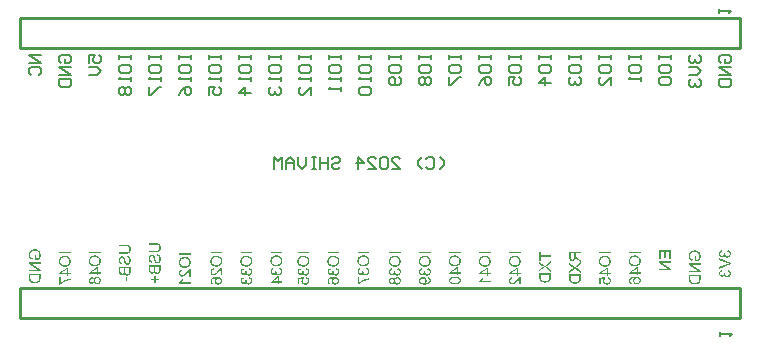
<source format=gbo>
G04*
G04 #@! TF.GenerationSoftware,Altium Limited,Altium Designer,24.8.2 (39)*
G04*
G04 Layer_Color=32896*
%FSLAX25Y25*%
%MOIN*%
G70*
G04*
G04 #@! TF.SameCoordinates,54D4AE81-F579-4C1F-815F-76D8A96FC484*
G04*
G04*
G04 #@! TF.FilePolarity,Positive*
G04*
G01*
G75*
%ADD12C,0.00600*%
%ADD78C,0.01000*%
G36*
X207000Y21589D02*
X203159D01*
Y22100D01*
X207000D01*
Y21589D01*
D02*
G37*
G36*
X205324Y20835D02*
X205496Y20812D01*
X205662Y20779D01*
X205735Y20757D01*
X205807Y20735D01*
X205868Y20718D01*
X205923Y20696D01*
X205973Y20679D01*
X206018Y20662D01*
X206051Y20651D01*
X206073Y20640D01*
X206090Y20629D01*
X206095D01*
X206256Y20535D01*
X206395Y20435D01*
X206517Y20324D01*
X206617Y20219D01*
X206700Y20124D01*
X206734Y20085D01*
X206756Y20052D01*
X206778Y20019D01*
X206795Y19997D01*
X206800Y19985D01*
X206806Y19980D01*
X206850Y19897D01*
X206889Y19813D01*
X206956Y19647D01*
X207000Y19486D01*
X207033Y19336D01*
X207044Y19264D01*
X207050Y19203D01*
X207061Y19147D01*
Y19097D01*
X207067Y19064D01*
Y19009D01*
X207055Y18825D01*
X207028Y18654D01*
X206995Y18493D01*
X206972Y18420D01*
X206950Y18354D01*
X206928Y18293D01*
X206906Y18237D01*
X206889Y18193D01*
X206872Y18154D01*
X206856Y18121D01*
X206845Y18093D01*
X206834Y18082D01*
Y18076D01*
X206734Y17921D01*
X206623Y17788D01*
X206506Y17677D01*
X206395Y17582D01*
X206290Y17505D01*
X206251Y17477D01*
X206212Y17455D01*
X206179Y17433D01*
X206156Y17421D01*
X206140Y17410D01*
X206134D01*
X206045Y17366D01*
X205957Y17333D01*
X205779Y17271D01*
X205601Y17227D01*
X205440Y17199D01*
X205368Y17194D01*
X205302Y17183D01*
X205241Y17177D01*
X205191D01*
X205146Y17172D01*
X205119D01*
X205096D01*
X205091D01*
X204880Y17183D01*
X204686Y17205D01*
X204597Y17221D01*
X204508Y17244D01*
X204430Y17266D01*
X204358Y17283D01*
X204292Y17305D01*
X204230Y17327D01*
X204181Y17344D01*
X204136Y17366D01*
X204103Y17377D01*
X204081Y17388D01*
X204064Y17399D01*
X204059D01*
X203898Y17488D01*
X203753Y17593D01*
X203631Y17704D01*
X203531Y17804D01*
X203453Y17899D01*
X203420Y17943D01*
X203393Y17976D01*
X203376Y18010D01*
X203359Y18032D01*
X203354Y18043D01*
X203348Y18048D01*
X203304Y18132D01*
X203265Y18215D01*
X203198Y18376D01*
X203154Y18542D01*
X203126Y18687D01*
X203115Y18753D01*
X203104Y18820D01*
X203098Y18870D01*
Y18920D01*
X203093Y18959D01*
Y19009D01*
X203098Y19159D01*
X203115Y19297D01*
X203143Y19430D01*
X203176Y19558D01*
X203221Y19675D01*
X203265Y19786D01*
X203315Y19886D01*
X203365Y19974D01*
X203415Y20058D01*
X203465Y20130D01*
X203509Y20191D01*
X203553Y20241D01*
X203587Y20280D01*
X203614Y20313D01*
X203631Y20330D01*
X203637Y20335D01*
X203742Y20424D01*
X203853Y20502D01*
X203975Y20574D01*
X204097Y20629D01*
X204225Y20679D01*
X204347Y20724D01*
X204469Y20757D01*
X204586Y20779D01*
X204697Y20801D01*
X204802Y20818D01*
X204896Y20829D01*
X204974Y20840D01*
X205041D01*
X205091Y20846D01*
X205124D01*
X205130D01*
X205135D01*
X205324Y20835D01*
D02*
G37*
G36*
X206079Y15201D02*
X207000D01*
Y14730D01*
X206079D01*
Y14208D01*
X205646D01*
Y14730D01*
X203159D01*
Y15112D01*
X205646Y16872D01*
X206079D01*
Y15201D01*
D02*
G37*
G36*
X207000Y11244D02*
X206545D01*
Y13137D01*
X206451Y13070D01*
X206412Y13037D01*
X206373Y13009D01*
X206340Y12981D01*
X206317Y12959D01*
X206301Y12943D01*
X206295Y12937D01*
X206267Y12909D01*
X206240Y12876D01*
X206168Y12798D01*
X206084Y12709D01*
X206001Y12615D01*
X205929Y12526D01*
X205896Y12487D01*
X205862Y12454D01*
X205840Y12426D01*
X205823Y12404D01*
X205812Y12393D01*
X205807Y12387D01*
X205729Y12299D01*
X205657Y12210D01*
X205585Y12132D01*
X205524Y12060D01*
X205463Y11993D01*
X205407Y11938D01*
X205357Y11883D01*
X205313Y11838D01*
X205268Y11794D01*
X205235Y11760D01*
X205207Y11733D01*
X205180Y11705D01*
X205146Y11677D01*
X205135Y11666D01*
X205041Y11588D01*
X204958Y11522D01*
X204874Y11466D01*
X204808Y11422D01*
X204747Y11389D01*
X204702Y11366D01*
X204675Y11355D01*
X204663Y11350D01*
X204580Y11316D01*
X204497Y11294D01*
X204419Y11272D01*
X204353Y11261D01*
X204292Y11255D01*
X204247Y11250D01*
X204220D01*
X204208D01*
X204125Y11255D01*
X204047Y11266D01*
X203970Y11277D01*
X203903Y11300D01*
X203770Y11355D01*
X203664Y11411D01*
X203614Y11444D01*
X203576Y11472D01*
X203537Y11500D01*
X203509Y11527D01*
X203487Y11549D01*
X203465Y11561D01*
X203459Y11572D01*
X203453Y11577D01*
X203398Y11638D01*
X203348Y11705D01*
X203309Y11777D01*
X203276Y11849D01*
X203221Y11993D01*
X203182Y12138D01*
X203170Y12199D01*
X203159Y12260D01*
X203154Y12315D01*
X203148Y12360D01*
X203143Y12399D01*
Y12454D01*
X203148Y12554D01*
X203154Y12648D01*
X203170Y12737D01*
X203187Y12820D01*
X203209Y12898D01*
X203232Y12970D01*
X203259Y13037D01*
X203287Y13098D01*
X203315Y13153D01*
X203343Y13198D01*
X203365Y13237D01*
X203387Y13270D01*
X203404Y13298D01*
X203420Y13314D01*
X203426Y13326D01*
X203431Y13331D01*
X203487Y13386D01*
X203548Y13436D01*
X203614Y13486D01*
X203681Y13525D01*
X203814Y13592D01*
X203947Y13636D01*
X204009Y13653D01*
X204070Y13670D01*
X204120Y13681D01*
X204164Y13692D01*
X204203Y13697D01*
X204230D01*
X204247Y13703D01*
X204253D01*
X204303Y13220D01*
X204175Y13209D01*
X204064Y13187D01*
X203964Y13153D01*
X203886Y13115D01*
X203820Y13081D01*
X203776Y13048D01*
X203748Y13026D01*
X203737Y13015D01*
X203670Y12931D01*
X203620Y12843D01*
X203581Y12748D01*
X203559Y12665D01*
X203542Y12587D01*
X203537Y12521D01*
X203531Y12499D01*
Y12465D01*
X203537Y12349D01*
X203559Y12243D01*
X203592Y12154D01*
X203626Y12077D01*
X203664Y12016D01*
X203692Y11977D01*
X203714Y11949D01*
X203726Y11938D01*
X203803Y11871D01*
X203881Y11821D01*
X203959Y11783D01*
X204036Y11760D01*
X204097Y11744D01*
X204153Y11738D01*
X204186Y11733D01*
X204192D01*
X204197D01*
X204297Y11744D01*
X204403Y11766D01*
X204497Y11805D01*
X204586Y11844D01*
X204658Y11888D01*
X204719Y11927D01*
X204741Y11938D01*
X204758Y11949D01*
X204763Y11960D01*
X204769D01*
X204830Y12005D01*
X204891Y12060D01*
X204958Y12121D01*
X205024Y12188D01*
X205157Y12326D01*
X205291Y12465D01*
X205352Y12537D01*
X205407Y12598D01*
X205457Y12659D01*
X205502Y12709D01*
X205535Y12748D01*
X205563Y12782D01*
X205579Y12804D01*
X205585Y12809D01*
X205701Y12948D01*
X205812Y13076D01*
X205912Y13181D01*
X205995Y13264D01*
X206068Y13337D01*
X206118Y13386D01*
X206151Y13414D01*
X206156Y13425D01*
X206162D01*
X206256Y13503D01*
X206345Y13564D01*
X206434Y13620D01*
X206512Y13664D01*
X206578Y13697D01*
X206628Y13720D01*
X206662Y13731D01*
X206667Y13736D01*
X206673D01*
X206734Y13758D01*
X206789Y13769D01*
X206845Y13780D01*
X206894Y13786D01*
X206939Y13792D01*
X206972D01*
X206995D01*
X207000D01*
Y11244D01*
D02*
G37*
G36*
X276073Y22689D02*
X276156Y22672D01*
X276312Y22622D01*
X276445Y22561D01*
X276501Y22528D01*
X276556Y22495D01*
X276606Y22461D01*
X276645Y22428D01*
X276684Y22400D01*
X276711Y22373D01*
X276734Y22356D01*
X276750Y22339D01*
X276761Y22328D01*
X276767Y22323D01*
X276817Y22256D01*
X276867Y22189D01*
X276906Y22123D01*
X276939Y22051D01*
X276994Y21912D01*
X277028Y21779D01*
X277039Y21718D01*
X277050Y21662D01*
X277056Y21612D01*
X277061Y21568D01*
X277067Y21534D01*
Y21485D01*
X277061Y21379D01*
X277050Y21285D01*
X277033Y21190D01*
X277011Y21102D01*
X276983Y21018D01*
X276956Y20946D01*
X276922Y20874D01*
X276889Y20813D01*
X276861Y20752D01*
X276828Y20702D01*
X276800Y20658D01*
X276772Y20624D01*
X276750Y20596D01*
X276734Y20574D01*
X276723Y20563D01*
X276717Y20558D01*
X276650Y20491D01*
X276578Y20436D01*
X276506Y20386D01*
X276434Y20341D01*
X276367Y20308D01*
X276295Y20275D01*
X276162Y20230D01*
X276101Y20219D01*
X276045Y20208D01*
X275995Y20197D01*
X275951Y20191D01*
X275918Y20186D01*
X275890D01*
X275873D01*
X275868D01*
X275735Y20191D01*
X275612Y20214D01*
X275507Y20247D01*
X275418Y20280D01*
X275346Y20313D01*
X275291Y20347D01*
X275257Y20369D01*
X275246Y20374D01*
X275163Y20452D01*
X275091Y20536D01*
X275035Y20624D01*
X274991Y20713D01*
X274958Y20791D01*
X274935Y20852D01*
X274930Y20874D01*
X274924Y20891D01*
X274919Y20902D01*
Y20907D01*
X274869Y20813D01*
X274819Y20735D01*
X274763Y20669D01*
X274713Y20613D01*
X274669Y20569D01*
X274630Y20536D01*
X274608Y20519D01*
X274597Y20513D01*
X274519Y20469D01*
X274441Y20436D01*
X274364Y20408D01*
X274292Y20391D01*
X274231Y20380D01*
X274186Y20374D01*
X274153D01*
X274142D01*
X274047Y20380D01*
X273953Y20397D01*
X273870Y20419D01*
X273798Y20447D01*
X273737Y20474D01*
X273687Y20497D01*
X273659Y20513D01*
X273648Y20519D01*
X273565Y20574D01*
X273492Y20641D01*
X273431Y20708D01*
X273376Y20774D01*
X273337Y20830D01*
X273304Y20880D01*
X273287Y20913D01*
X273282Y20919D01*
Y20924D01*
X273237Y21024D01*
X273204Y21124D01*
X273176Y21224D01*
X273159Y21313D01*
X273148Y21385D01*
X273143Y21446D01*
Y21585D01*
X273154Y21662D01*
X273182Y21812D01*
X273226Y21940D01*
X273270Y22051D01*
X273298Y22101D01*
X273320Y22139D01*
X273342Y22178D01*
X273365Y22206D01*
X273381Y22228D01*
X273393Y22245D01*
X273398Y22256D01*
X273404Y22262D01*
X273509Y22367D01*
X273626Y22450D01*
X273748Y22517D01*
X273870Y22572D01*
X273975Y22606D01*
X274020Y22622D01*
X274059Y22633D01*
X274092Y22639D01*
X274114Y22645D01*
X274131Y22650D01*
X274136D01*
X274219Y22178D01*
X274097Y22156D01*
X273992Y22123D01*
X273903Y22084D01*
X273831Y22045D01*
X273776Y22006D01*
X273737Y21973D01*
X273709Y21951D01*
X273703Y21945D01*
X273648Y21873D01*
X273603Y21795D01*
X273576Y21723D01*
X273553Y21651D01*
X273542Y21585D01*
X273531Y21534D01*
Y21490D01*
X273537Y21390D01*
X273559Y21301D01*
X273587Y21224D01*
X273615Y21157D01*
X273648Y21107D01*
X273676Y21068D01*
X273698Y21041D01*
X273703Y21035D01*
X273770Y20974D01*
X273842Y20930D01*
X273914Y20902D01*
X273981Y20880D01*
X274042Y20868D01*
X274086Y20857D01*
X274119D01*
X274125D01*
X274131D01*
X274192D01*
X274247Y20868D01*
X274342Y20896D01*
X274425Y20935D01*
X274497Y20979D01*
X274547Y21024D01*
X274586Y21063D01*
X274608Y21091D01*
X274613Y21096D01*
Y21102D01*
X274663Y21196D01*
X274702Y21285D01*
X274730Y21379D01*
X274747Y21462D01*
X274758Y21534D01*
X274769Y21596D01*
Y21668D01*
X274763Y21690D01*
Y21718D01*
X275180Y21773D01*
X275163Y21701D01*
X275152Y21634D01*
X275141Y21579D01*
X275135Y21529D01*
X275130Y21490D01*
Y21440D01*
X275141Y21324D01*
X275163Y21218D01*
X275196Y21124D01*
X275235Y21046D01*
X275274Y20985D01*
X275307Y20941D01*
X275329Y20913D01*
X275341Y20902D01*
X275424Y20830D01*
X275513Y20774D01*
X275601Y20735D01*
X275690Y20713D01*
X275762Y20696D01*
X275823Y20691D01*
X275846Y20685D01*
X275862D01*
X275873D01*
X275879D01*
X276001Y20696D01*
X276112Y20724D01*
X276206Y20757D01*
X276290Y20802D01*
X276356Y20846D01*
X276406Y20880D01*
X276439Y20907D01*
X276451Y20919D01*
X276528Y21007D01*
X276584Y21102D01*
X276623Y21196D01*
X276650Y21285D01*
X276667Y21362D01*
X276673Y21423D01*
X276678Y21446D01*
Y21479D01*
X276673Y21579D01*
X276650Y21673D01*
X276623Y21757D01*
X276589Y21823D01*
X276561Y21879D01*
X276534Y21923D01*
X276512Y21945D01*
X276506Y21956D01*
X276428Y22023D01*
X276340Y22078D01*
X276245Y22128D01*
X276145Y22167D01*
X276062Y22195D01*
X276023Y22206D01*
X275990Y22212D01*
X275962Y22217D01*
X275940Y22223D01*
X275929Y22228D01*
X275923D01*
X275984Y22700D01*
X276073Y22689D01*
D02*
G37*
G36*
X277000Y18438D02*
Y17905D01*
X273159Y16406D01*
Y16923D01*
X275951Y17966D01*
X276068Y18010D01*
X276179Y18049D01*
X276284Y18082D01*
X276378Y18110D01*
X276462Y18138D01*
X276523Y18155D01*
X276545Y18160D01*
X276561Y18166D01*
X276573Y18171D01*
X276578D01*
X276356Y18238D01*
X276251Y18271D01*
X276156Y18304D01*
X276073Y18332D01*
X276040Y18343D01*
X276007Y18349D01*
X275984Y18360D01*
X275968Y18365D01*
X275957Y18371D01*
X275951D01*
X273159Y19370D01*
Y19925D01*
X277000Y18438D01*
D02*
G37*
G36*
X276073Y16123D02*
X276156Y16107D01*
X276312Y16057D01*
X276445Y15996D01*
X276501Y15962D01*
X276556Y15929D01*
X276606Y15896D01*
X276645Y15862D01*
X276684Y15835D01*
X276711Y15807D01*
X276734Y15790D01*
X276750Y15774D01*
X276761Y15763D01*
X276767Y15757D01*
X276817Y15690D01*
X276867Y15624D01*
X276906Y15557D01*
X276939Y15485D01*
X276994Y15346D01*
X277028Y15213D01*
X277039Y15152D01*
X277050Y15097D01*
X277056Y15046D01*
X277061Y15002D01*
X277067Y14969D01*
Y14919D01*
X277061Y14814D01*
X277050Y14719D01*
X277033Y14625D01*
X277011Y14536D01*
X276983Y14453D01*
X276956Y14380D01*
X276922Y14308D01*
X276889Y14247D01*
X276861Y14186D01*
X276828Y14136D01*
X276800Y14092D01*
X276772Y14059D01*
X276750Y14031D01*
X276734Y14009D01*
X276723Y13998D01*
X276717Y13992D01*
X276650Y13926D01*
X276578Y13870D01*
X276506Y13820D01*
X276434Y13776D01*
X276367Y13742D01*
X276295Y13709D01*
X276162Y13665D01*
X276101Y13654D01*
X276045Y13642D01*
X275995Y13631D01*
X275951Y13626D01*
X275918Y13620D01*
X275890D01*
X275873D01*
X275868D01*
X275735Y13626D01*
X275612Y13648D01*
X275507Y13681D01*
X275418Y13714D01*
X275346Y13748D01*
X275291Y13781D01*
X275257Y13803D01*
X275246Y13809D01*
X275163Y13887D01*
X275091Y13970D01*
X275035Y14059D01*
X274991Y14148D01*
X274958Y14225D01*
X274935Y14286D01*
X274930Y14308D01*
X274924Y14325D01*
X274919Y14336D01*
Y14342D01*
X274869Y14247D01*
X274819Y14170D01*
X274763Y14103D01*
X274713Y14048D01*
X274669Y14003D01*
X274630Y13970D01*
X274608Y13953D01*
X274597Y13948D01*
X274519Y13903D01*
X274441Y13870D01*
X274364Y13842D01*
X274292Y13826D01*
X274231Y13814D01*
X274186Y13809D01*
X274153D01*
X274142D01*
X274047Y13814D01*
X273953Y13831D01*
X273870Y13853D01*
X273798Y13881D01*
X273737Y13909D01*
X273687Y13931D01*
X273659Y13948D01*
X273648Y13953D01*
X273565Y14009D01*
X273492Y14075D01*
X273431Y14142D01*
X273376Y14209D01*
X273337Y14264D01*
X273304Y14314D01*
X273287Y14347D01*
X273282Y14353D01*
Y14358D01*
X273237Y14458D01*
X273204Y14558D01*
X273176Y14658D01*
X273159Y14747D01*
X273148Y14819D01*
X273143Y14880D01*
Y15019D01*
X273154Y15097D01*
X273182Y15246D01*
X273226Y15374D01*
X273270Y15485D01*
X273298Y15535D01*
X273320Y15574D01*
X273342Y15613D01*
X273365Y15640D01*
X273381Y15663D01*
X273393Y15679D01*
X273398Y15690D01*
X273404Y15696D01*
X273509Y15801D01*
X273626Y15885D01*
X273748Y15951D01*
X273870Y16007D01*
X273975Y16040D01*
X274020Y16057D01*
X274059Y16068D01*
X274092Y16073D01*
X274114Y16079D01*
X274131Y16084D01*
X274136D01*
X274219Y15613D01*
X274097Y15590D01*
X273992Y15557D01*
X273903Y15518D01*
X273831Y15479D01*
X273776Y15441D01*
X273737Y15407D01*
X273709Y15385D01*
X273703Y15380D01*
X273648Y15307D01*
X273603Y15230D01*
X273576Y15158D01*
X273553Y15085D01*
X273542Y15019D01*
X273531Y14969D01*
Y14924D01*
X273537Y14825D01*
X273559Y14736D01*
X273587Y14658D01*
X273615Y14592D01*
X273648Y14541D01*
X273676Y14503D01*
X273698Y14475D01*
X273703Y14469D01*
X273770Y14408D01*
X273842Y14364D01*
X273914Y14336D01*
X273981Y14314D01*
X274042Y14303D01*
X274086Y14292D01*
X274119D01*
X274125D01*
X274131D01*
X274192D01*
X274247Y14303D01*
X274342Y14331D01*
X274425Y14369D01*
X274497Y14414D01*
X274547Y14458D01*
X274586Y14497D01*
X274608Y14525D01*
X274613Y14530D01*
Y14536D01*
X274663Y14630D01*
X274702Y14719D01*
X274730Y14814D01*
X274747Y14897D01*
X274758Y14969D01*
X274769Y15030D01*
Y15102D01*
X274763Y15124D01*
Y15152D01*
X275180Y15207D01*
X275163Y15135D01*
X275152Y15069D01*
X275141Y15013D01*
X275135Y14963D01*
X275130Y14924D01*
Y14875D01*
X275141Y14758D01*
X275163Y14652D01*
X275196Y14558D01*
X275235Y14480D01*
X275274Y14419D01*
X275307Y14375D01*
X275329Y14347D01*
X275341Y14336D01*
X275424Y14264D01*
X275513Y14209D01*
X275601Y14170D01*
X275690Y14148D01*
X275762Y14131D01*
X275823Y14125D01*
X275846Y14120D01*
X275862D01*
X275873D01*
X275879D01*
X276001Y14131D01*
X276112Y14159D01*
X276206Y14192D01*
X276290Y14236D01*
X276356Y14281D01*
X276406Y14314D01*
X276439Y14342D01*
X276451Y14353D01*
X276528Y14442D01*
X276584Y14536D01*
X276623Y14630D01*
X276650Y14719D01*
X276667Y14797D01*
X276673Y14858D01*
X276678Y14880D01*
Y14913D01*
X276673Y15013D01*
X276650Y15108D01*
X276623Y15191D01*
X276589Y15258D01*
X276561Y15313D01*
X276534Y15357D01*
X276512Y15380D01*
X276506Y15391D01*
X276428Y15457D01*
X276340Y15513D01*
X276245Y15563D01*
X276145Y15602D01*
X276062Y15629D01*
X276023Y15640D01*
X275990Y15646D01*
X275962Y15652D01*
X275940Y15657D01*
X275929Y15663D01*
X275923D01*
X275984Y16134D01*
X276073Y16123D01*
D02*
G37*
G36*
X265307Y22589D02*
X265501Y22561D01*
X265590Y22545D01*
X265673Y22528D01*
X265757Y22506D01*
X265829Y22483D01*
X265896Y22461D01*
X265951Y22439D01*
X266007Y22422D01*
X266045Y22406D01*
X266084Y22389D01*
X266106Y22378D01*
X266123Y22367D01*
X266129D01*
X266290Y22267D01*
X266428Y22156D01*
X266550Y22039D01*
X266650Y21928D01*
X266728Y21823D01*
X266756Y21784D01*
X266784Y21745D01*
X266800Y21712D01*
X266817Y21690D01*
X266822Y21673D01*
X266828Y21668D01*
X266872Y21579D01*
X266906Y21490D01*
X266967Y21312D01*
X267005Y21140D01*
X267039Y20979D01*
X267044Y20907D01*
X267056Y20841D01*
X267061Y20780D01*
Y20730D01*
X267067Y20691D01*
Y20635D01*
X267061Y20480D01*
X267044Y20330D01*
X267017Y20191D01*
X266989Y20069D01*
X266978Y20019D01*
X266967Y19969D01*
X266950Y19925D01*
X266939Y19886D01*
X266928Y19858D01*
X266922Y19836D01*
X266917Y19825D01*
Y19819D01*
X266856Y19670D01*
X266784Y19531D01*
X266706Y19398D01*
X266634Y19281D01*
X266600Y19231D01*
X266567Y19181D01*
X266539Y19142D01*
X266517Y19109D01*
X266495Y19081D01*
X266478Y19059D01*
X266473Y19048D01*
X266467Y19042D01*
X265041D01*
Y20674D01*
X265496D01*
Y19542D01*
X266217D01*
X266273Y19609D01*
X266323Y19686D01*
X266367Y19770D01*
X266406Y19847D01*
X266439Y19914D01*
X266467Y19975D01*
X266478Y19997D01*
X266484Y20008D01*
X266489Y20019D01*
Y20025D01*
X266528Y20141D01*
X266562Y20258D01*
X266584Y20363D01*
X266595Y20463D01*
X266606Y20547D01*
Y20580D01*
X266612Y20613D01*
Y20669D01*
X266606Y20807D01*
X266584Y20941D01*
X266556Y21063D01*
X266528Y21174D01*
X266495Y21262D01*
X266484Y21301D01*
X266473Y21329D01*
X266462Y21357D01*
X266451Y21373D01*
X266445Y21384D01*
Y21390D01*
X266373Y21507D01*
X266295Y21612D01*
X266212Y21701D01*
X266129Y21773D01*
X266051Y21834D01*
X265990Y21873D01*
X265968Y21890D01*
X265951Y21895D01*
X265940Y21906D01*
X265934D01*
X265796Y21962D01*
X265651Y22006D01*
X265507Y22034D01*
X265368Y22056D01*
X265307Y22062D01*
X265252Y22067D01*
X265196Y22073D01*
X265152D01*
X265119Y22078D01*
X265091D01*
X265074D01*
X265069D01*
X264913Y22073D01*
X264774Y22056D01*
X264641Y22034D01*
X264525Y22006D01*
X264475Y21995D01*
X264430Y21978D01*
X264391Y21967D01*
X264358Y21956D01*
X264331Y21945D01*
X264314Y21939D01*
X264303Y21934D01*
X264297D01*
X264219Y21895D01*
X264147Y21856D01*
X264081Y21817D01*
X264025Y21779D01*
X263981Y21745D01*
X263942Y21718D01*
X263920Y21695D01*
X263914Y21690D01*
X263853Y21629D01*
X263798Y21562D01*
X263753Y21490D01*
X263709Y21423D01*
X263681Y21368D01*
X263653Y21324D01*
X263642Y21290D01*
X263637Y21279D01*
X263598Y21179D01*
X263570Y21079D01*
X263554Y20974D01*
X263537Y20879D01*
X263531Y20796D01*
Y20763D01*
X263526Y20735D01*
Y20674D01*
X263531Y20569D01*
X263542Y20469D01*
X263559Y20380D01*
X263576Y20302D01*
X263598Y20236D01*
X263615Y20186D01*
X263626Y20158D01*
X263631Y20147D01*
X263670Y20064D01*
X263714Y19992D01*
X263759Y19925D01*
X263803Y19875D01*
X263842Y19836D01*
X263870Y19803D01*
X263892Y19786D01*
X263898Y19781D01*
X263964Y19731D01*
X264042Y19692D01*
X264114Y19653D01*
X264192Y19620D01*
X264258Y19598D01*
X264308Y19581D01*
X264331Y19575D01*
X264347Y19570D01*
X264353Y19564D01*
X264358D01*
X264236Y19104D01*
X264097Y19142D01*
X263975Y19192D01*
X263864Y19242D01*
X263775Y19287D01*
X263703Y19331D01*
X263653Y19364D01*
X263620Y19387D01*
X263609Y19398D01*
X263520Y19475D01*
X263448Y19559D01*
X263381Y19647D01*
X263326Y19731D01*
X263287Y19808D01*
X263254Y19869D01*
X263243Y19892D01*
X263237Y19908D01*
X263232Y19919D01*
Y19925D01*
X263187Y20053D01*
X263154Y20186D01*
X263126Y20308D01*
X263109Y20424D01*
X263098Y20530D01*
Y20574D01*
X263093Y20608D01*
Y20785D01*
X263104Y20885D01*
X263132Y21079D01*
X263148Y21168D01*
X263171Y21251D01*
X263187Y21329D01*
X263209Y21401D01*
X263232Y21468D01*
X263254Y21523D01*
X263276Y21573D01*
X263293Y21618D01*
X263309Y21651D01*
X263320Y21673D01*
X263326Y21690D01*
X263331Y21695D01*
X263381Y21773D01*
X263431Y21851D01*
X263548Y21984D01*
X263664Y22100D01*
X263787Y22195D01*
X263892Y22273D01*
X263936Y22300D01*
X263981Y22322D01*
X264014Y22345D01*
X264036Y22356D01*
X264053Y22361D01*
X264058Y22367D01*
X264242Y22445D01*
X264425Y22500D01*
X264602Y22545D01*
X264686Y22556D01*
X264763Y22572D01*
X264836Y22578D01*
X264896Y22589D01*
X264958Y22594D01*
X265007D01*
X265046Y22600D01*
X265074D01*
X265096D01*
X265102D01*
X265307Y22589D01*
D02*
G37*
G36*
X267000Y17810D02*
X263986D01*
X267000Y15801D01*
Y15274D01*
X263159D01*
Y15762D01*
X266179D01*
X263159Y17777D01*
Y18299D01*
X267000D01*
Y17810D01*
D02*
G37*
G36*
Y13037D02*
X266995Y12910D01*
X266989Y12793D01*
X266978Y12688D01*
X266967Y12599D01*
X266956Y12521D01*
X266950Y12466D01*
X266945Y12449D01*
X266939Y12432D01*
Y12421D01*
X266911Y12321D01*
X266878Y12233D01*
X266850Y12155D01*
X266817Y12088D01*
X266789Y12033D01*
X266767Y11994D01*
X266750Y11972D01*
X266745Y11961D01*
X266695Y11889D01*
X266634Y11828D01*
X266578Y11766D01*
X266523Y11716D01*
X266473Y11672D01*
X266434Y11639D01*
X266406Y11616D01*
X266395Y11611D01*
X266306Y11556D01*
X266212Y11500D01*
X266123Y11456D01*
X266034Y11422D01*
X265957Y11389D01*
X265896Y11367D01*
X265873Y11361D01*
X265857Y11356D01*
X265846Y11350D01*
X265840D01*
X265707Y11317D01*
X265574Y11289D01*
X265446Y11272D01*
X265324Y11256D01*
X265218Y11250D01*
X265174D01*
X265135Y11245D01*
X265107D01*
X265080D01*
X265069D01*
X265063D01*
X264874Y11250D01*
X264702Y11267D01*
X264547Y11295D01*
X264475Y11306D01*
X264414Y11322D01*
X264353Y11339D01*
X264303Y11350D01*
X264258Y11361D01*
X264219Y11378D01*
X264186Y11383D01*
X264164Y11394D01*
X264153Y11400D01*
X264147D01*
X264003Y11461D01*
X263875Y11533D01*
X263764Y11611D01*
X263670Y11683D01*
X263592Y11750D01*
X263537Y11805D01*
X263520Y11828D01*
X263504Y11844D01*
X263498Y11850D01*
X263492Y11855D01*
X263420Y11944D01*
X263365Y12038D01*
X263315Y12133D01*
X263276Y12222D01*
X263248Y12299D01*
X263232Y12360D01*
X263220Y12382D01*
Y12399D01*
X263215Y12410D01*
Y12416D01*
X263198Y12510D01*
X263182Y12621D01*
X263171Y12732D01*
X263165Y12843D01*
X263159Y12943D01*
Y14419D01*
X267000D01*
Y13037D01*
D02*
G37*
G36*
X257067Y19731D02*
X256611D01*
Y22089D01*
X255307D01*
Y19964D01*
X254852D01*
Y22089D01*
X253681D01*
Y19819D01*
X253226D01*
Y22600D01*
X257067D01*
Y19731D01*
D02*
G37*
G36*
Y18543D02*
X254053D01*
X257067Y16534D01*
Y16007D01*
X253226D01*
Y16495D01*
X256245D01*
X253226Y18510D01*
Y19031D01*
X257067D01*
Y18543D01*
D02*
G37*
G36*
X67000Y21689D02*
X63159D01*
Y22200D01*
X67000D01*
Y21689D01*
D02*
G37*
G36*
X65324Y20935D02*
X65496Y20912D01*
X65662Y20879D01*
X65735Y20857D01*
X65807Y20835D01*
X65868Y20818D01*
X65923Y20796D01*
X65973Y20779D01*
X66018Y20763D01*
X66051Y20751D01*
X66073Y20740D01*
X66090Y20729D01*
X66095D01*
X66256Y20635D01*
X66395Y20535D01*
X66517Y20424D01*
X66617Y20319D01*
X66700Y20224D01*
X66734Y20185D01*
X66756Y20152D01*
X66778Y20119D01*
X66795Y20097D01*
X66800Y20086D01*
X66806Y20080D01*
X66850Y19997D01*
X66889Y19913D01*
X66956Y19747D01*
X67000Y19586D01*
X67033Y19436D01*
X67044Y19364D01*
X67050Y19303D01*
X67061Y19247D01*
Y19197D01*
X67067Y19164D01*
Y19109D01*
X67055Y18925D01*
X67028Y18754D01*
X66994Y18593D01*
X66972Y18520D01*
X66950Y18454D01*
X66928Y18393D01*
X66906Y18337D01*
X66889Y18293D01*
X66872Y18254D01*
X66856Y18221D01*
X66845Y18193D01*
X66834Y18182D01*
Y18176D01*
X66734Y18021D01*
X66623Y17888D01*
X66506Y17777D01*
X66395Y17682D01*
X66290Y17605D01*
X66251Y17577D01*
X66212Y17555D01*
X66179Y17533D01*
X66156Y17521D01*
X66140Y17510D01*
X66134D01*
X66045Y17466D01*
X65957Y17433D01*
X65779Y17371D01*
X65601Y17327D01*
X65440Y17299D01*
X65368Y17294D01*
X65302Y17283D01*
X65241Y17277D01*
X65191D01*
X65146Y17272D01*
X65119D01*
X65096D01*
X65091D01*
X64880Y17283D01*
X64686Y17305D01*
X64597Y17322D01*
X64508Y17344D01*
X64430Y17366D01*
X64358Y17383D01*
X64292Y17405D01*
X64231Y17427D01*
X64181Y17444D01*
X64136Y17466D01*
X64103Y17477D01*
X64081Y17488D01*
X64064Y17499D01*
X64059D01*
X63898Y17588D01*
X63753Y17693D01*
X63631Y17804D01*
X63531Y17904D01*
X63454Y17999D01*
X63420Y18043D01*
X63393Y18076D01*
X63376Y18110D01*
X63359Y18132D01*
X63354Y18143D01*
X63348Y18148D01*
X63304Y18232D01*
X63265Y18315D01*
X63198Y18476D01*
X63154Y18642D01*
X63126Y18787D01*
X63115Y18853D01*
X63104Y18920D01*
X63098Y18970D01*
Y19020D01*
X63093Y19059D01*
Y19109D01*
X63098Y19259D01*
X63115Y19397D01*
X63143Y19530D01*
X63176Y19658D01*
X63221Y19775D01*
X63265Y19886D01*
X63315Y19986D01*
X63365Y20074D01*
X63415Y20158D01*
X63465Y20230D01*
X63509Y20291D01*
X63553Y20341D01*
X63587Y20380D01*
X63614Y20413D01*
X63631Y20430D01*
X63637Y20435D01*
X63742Y20524D01*
X63853Y20602D01*
X63975Y20674D01*
X64097Y20729D01*
X64225Y20779D01*
X64347Y20824D01*
X64469Y20857D01*
X64586Y20879D01*
X64697Y20901D01*
X64802Y20918D01*
X64897Y20929D01*
X64974Y20940D01*
X65041D01*
X65091Y20946D01*
X65124D01*
X65130D01*
X65135D01*
X65324Y20935D01*
D02*
G37*
G36*
X66079Y15301D02*
X67000D01*
Y14830D01*
X66079D01*
Y14308D01*
X65646D01*
Y14830D01*
X63159D01*
Y15213D01*
X65646Y16972D01*
X66079D01*
Y15301D01*
D02*
G37*
G36*
X65984Y13825D02*
X66073Y13814D01*
X66156Y13797D01*
X66240Y13775D01*
X66378Y13720D01*
X66445Y13692D01*
X66501Y13658D01*
X66556Y13625D01*
X66600Y13598D01*
X66639Y13564D01*
X66673Y13542D01*
X66700Y13520D01*
X66717Y13503D01*
X66728Y13492D01*
X66734Y13487D01*
X66795Y13420D01*
X66845Y13348D01*
X66889Y13270D01*
X66928Y13192D01*
X66956Y13120D01*
X66983Y13043D01*
X67022Y12893D01*
X67039Y12826D01*
X67050Y12765D01*
X67055Y12709D01*
X67061Y12660D01*
X67067Y12621D01*
Y12565D01*
X67061Y12460D01*
X67050Y12365D01*
X67033Y12271D01*
X67017Y12182D01*
X66989Y12105D01*
X66961Y12027D01*
X66933Y11955D01*
X66900Y11894D01*
X66867Y11838D01*
X66839Y11788D01*
X66811Y11749D01*
X66784Y11710D01*
X66767Y11683D01*
X66750Y11666D01*
X66739Y11655D01*
X66734Y11649D01*
X66667Y11588D01*
X66600Y11533D01*
X66534Y11489D01*
X66462Y11450D01*
X66395Y11411D01*
X66323Y11383D01*
X66195Y11344D01*
X66134Y11327D01*
X66079Y11316D01*
X66029Y11311D01*
X65990Y11305D01*
X65957Y11300D01*
X65929D01*
X65912D01*
X65907D01*
X65779Y11305D01*
X65662Y11327D01*
X65557Y11361D01*
X65468Y11394D01*
X65396Y11428D01*
X65341Y11461D01*
X65307Y11483D01*
X65302Y11489D01*
X65296D01*
X65207Y11566D01*
X65130Y11649D01*
X65069Y11738D01*
X65013Y11822D01*
X64974Y11899D01*
X64947Y11966D01*
X64935Y11988D01*
X64930Y12005D01*
X64924Y12016D01*
Y12021D01*
X64880Y11921D01*
X64830Y11838D01*
X64780Y11766D01*
X64730Y11705D01*
X64686Y11661D01*
X64652Y11627D01*
X64630Y11605D01*
X64619Y11599D01*
X64541Y11550D01*
X64464Y11516D01*
X64386Y11489D01*
X64308Y11472D01*
X64247Y11461D01*
X64197Y11455D01*
X64164D01*
X64158D01*
X64153D01*
X64075Y11461D01*
X64003Y11466D01*
X63864Y11505D01*
X63742Y11555D01*
X63637Y11611D01*
X63553Y11666D01*
X63520Y11694D01*
X63487Y11716D01*
X63465Y11738D01*
X63448Y11755D01*
X63442Y11761D01*
X63437Y11766D01*
X63387Y11827D01*
X63337Y11888D01*
X63298Y11955D01*
X63265Y12021D01*
X63215Y12155D01*
X63182Y12288D01*
X63165Y12343D01*
X63159Y12399D01*
X63154Y12449D01*
X63148Y12493D01*
X63143Y12526D01*
Y12576D01*
X63148Y12665D01*
X63154Y12754D01*
X63187Y12909D01*
X63209Y12981D01*
X63232Y13048D01*
X63259Y13109D01*
X63287Y13165D01*
X63315Y13209D01*
X63343Y13253D01*
X63365Y13292D01*
X63387Y13320D01*
X63404Y13342D01*
X63420Y13359D01*
X63426Y13370D01*
X63431Y13375D01*
X63487Y13426D01*
X63542Y13475D01*
X63603Y13514D01*
X63664Y13548D01*
X63781Y13603D01*
X63892Y13636D01*
X63986Y13658D01*
X64031Y13664D01*
X64064Y13670D01*
X64097Y13675D01*
X64120D01*
X64131D01*
X64136D01*
X64236Y13670D01*
X64330Y13653D01*
X64414Y13631D01*
X64486Y13603D01*
X64541Y13581D01*
X64586Y13559D01*
X64608Y13542D01*
X64619Y13536D01*
X64686Y13475D01*
X64747Y13409D01*
X64802Y13337D01*
X64847Y13264D01*
X64880Y13198D01*
X64902Y13148D01*
X64913Y13126D01*
X64919Y13109D01*
X64924Y13104D01*
Y13098D01*
X64963Y13226D01*
X65013Y13331D01*
X65074Y13426D01*
X65130Y13503D01*
X65185Y13564D01*
X65229Y13609D01*
X65257Y13631D01*
X65263Y13642D01*
X65268D01*
X65368Y13703D01*
X65474Y13753D01*
X65574Y13786D01*
X65674Y13808D01*
X65762Y13819D01*
X65801Y13825D01*
X65834D01*
X65857Y13831D01*
X65879D01*
X65890D01*
X65896D01*
X65984Y13825D01*
D02*
G37*
G36*
X57000Y21589D02*
X53159D01*
Y22100D01*
X57000D01*
Y21589D01*
D02*
G37*
G36*
X55324Y20835D02*
X55496Y20812D01*
X55663Y20779D01*
X55735Y20757D01*
X55807Y20735D01*
X55868Y20718D01*
X55923Y20696D01*
X55973Y20679D01*
X56018Y20662D01*
X56051Y20651D01*
X56073Y20640D01*
X56090Y20629D01*
X56095D01*
X56256Y20535D01*
X56395Y20435D01*
X56517Y20324D01*
X56617Y20219D01*
X56700Y20124D01*
X56734Y20085D01*
X56756Y20052D01*
X56778Y20019D01*
X56795Y19997D01*
X56800Y19985D01*
X56806Y19980D01*
X56850Y19897D01*
X56889Y19813D01*
X56956Y19647D01*
X57000Y19486D01*
X57033Y19336D01*
X57044Y19264D01*
X57050Y19203D01*
X57061Y19147D01*
Y19097D01*
X57067Y19064D01*
Y19009D01*
X57055Y18825D01*
X57028Y18654D01*
X56994Y18493D01*
X56972Y18420D01*
X56950Y18354D01*
X56928Y18293D01*
X56906Y18237D01*
X56889Y18193D01*
X56872Y18154D01*
X56856Y18121D01*
X56845Y18093D01*
X56833Y18082D01*
Y18076D01*
X56734Y17921D01*
X56623Y17788D01*
X56506Y17677D01*
X56395Y17582D01*
X56290Y17505D01*
X56251Y17477D01*
X56212Y17455D01*
X56179Y17433D01*
X56156Y17421D01*
X56140Y17410D01*
X56134D01*
X56045Y17366D01*
X55957Y17333D01*
X55779Y17271D01*
X55601Y17227D01*
X55440Y17199D01*
X55368Y17194D01*
X55302Y17183D01*
X55241Y17177D01*
X55191D01*
X55146Y17172D01*
X55119D01*
X55096D01*
X55091D01*
X54880Y17183D01*
X54686Y17205D01*
X54597Y17221D01*
X54508Y17244D01*
X54430Y17266D01*
X54358Y17283D01*
X54292Y17305D01*
X54231Y17327D01*
X54181Y17344D01*
X54136Y17366D01*
X54103Y17377D01*
X54081Y17388D01*
X54064Y17399D01*
X54058D01*
X53898Y17488D01*
X53753Y17593D01*
X53631Y17704D01*
X53531Y17804D01*
X53453Y17899D01*
X53420Y17943D01*
X53392Y17976D01*
X53376Y18010D01*
X53359Y18032D01*
X53354Y18043D01*
X53348Y18048D01*
X53304Y18132D01*
X53265Y18215D01*
X53198Y18376D01*
X53154Y18542D01*
X53126Y18687D01*
X53115Y18753D01*
X53104Y18820D01*
X53098Y18870D01*
Y18920D01*
X53093Y18959D01*
Y19009D01*
X53098Y19159D01*
X53115Y19297D01*
X53143Y19430D01*
X53176Y19558D01*
X53220Y19675D01*
X53265Y19786D01*
X53315Y19886D01*
X53365Y19974D01*
X53415Y20058D01*
X53465Y20130D01*
X53509Y20191D01*
X53553Y20241D01*
X53587Y20280D01*
X53614Y20313D01*
X53631Y20330D01*
X53637Y20335D01*
X53742Y20424D01*
X53853Y20502D01*
X53975Y20574D01*
X54097Y20629D01*
X54225Y20679D01*
X54347Y20724D01*
X54469Y20757D01*
X54586Y20779D01*
X54697Y20801D01*
X54802Y20818D01*
X54897Y20829D01*
X54974Y20840D01*
X55041D01*
X55091Y20846D01*
X55124D01*
X55130D01*
X55135D01*
X55324Y20835D01*
D02*
G37*
G36*
X56079Y15201D02*
X57000D01*
Y14730D01*
X56079D01*
Y14208D01*
X55646D01*
Y14730D01*
X53159D01*
Y15112D01*
X55646Y16872D01*
X56079D01*
Y15201D01*
D02*
G37*
G36*
X53664Y11810D02*
X53825Y11943D01*
X53997Y12071D01*
X54164Y12182D01*
X54325Y12288D01*
X54397Y12332D01*
X54464Y12371D01*
X54525Y12410D01*
X54575Y12437D01*
X54619Y12460D01*
X54647Y12476D01*
X54669Y12487D01*
X54675Y12493D01*
X54897Y12604D01*
X55119Y12704D01*
X55329Y12787D01*
X55424Y12820D01*
X55518Y12854D01*
X55601Y12887D01*
X55679Y12909D01*
X55746Y12931D01*
X55801Y12948D01*
X55851Y12965D01*
X55884Y12976D01*
X55907Y12981D01*
X55912D01*
X56140Y13037D01*
X56251Y13059D01*
X56351Y13076D01*
X56445Y13092D01*
X56539Y13109D01*
X56617Y13120D01*
X56695Y13131D01*
X56761Y13137D01*
X56822Y13142D01*
X56878Y13148D01*
X56922D01*
X56956Y13153D01*
X56978D01*
X56994D01*
X57000D01*
Y12671D01*
X56789Y12654D01*
X56595Y12626D01*
X56417Y12598D01*
X56334Y12582D01*
X56256Y12565D01*
X56190Y12554D01*
X56129Y12537D01*
X56073Y12526D01*
X56029Y12515D01*
X55996Y12504D01*
X55968Y12499D01*
X55951Y12493D01*
X55945D01*
X55690Y12410D01*
X55452Y12321D01*
X55335Y12276D01*
X55224Y12232D01*
X55124Y12182D01*
X55024Y12138D01*
X54935Y12099D01*
X54858Y12060D01*
X54791Y12027D01*
X54730Y11999D01*
X54680Y11971D01*
X54647Y11955D01*
X54625Y11943D01*
X54619Y11938D01*
X54502Y11871D01*
X54386Y11805D01*
X54281Y11738D01*
X54181Y11672D01*
X54092Y11610D01*
X54003Y11549D01*
X53925Y11488D01*
X53859Y11439D01*
X53792Y11389D01*
X53737Y11344D01*
X53692Y11300D01*
X53653Y11266D01*
X53620Y11244D01*
X53598Y11222D01*
X53587Y11211D01*
X53581Y11205D01*
X53209D01*
Y13692D01*
X53664D01*
Y11810D01*
D02*
G37*
G36*
X45307Y22989D02*
X45502Y22961D01*
X45590Y22944D01*
X45674Y22928D01*
X45757Y22906D01*
X45829Y22883D01*
X45895Y22861D01*
X45951Y22839D01*
X46007Y22822D01*
X46045Y22806D01*
X46084Y22789D01*
X46106Y22778D01*
X46123Y22767D01*
X46129D01*
X46290Y22667D01*
X46428Y22556D01*
X46551Y22439D01*
X46650Y22329D01*
X46728Y22223D01*
X46756Y22184D01*
X46784Y22145D01*
X46800Y22112D01*
X46817Y22090D01*
X46822Y22073D01*
X46828Y22068D01*
X46872Y21979D01*
X46906Y21890D01*
X46967Y21712D01*
X47006Y21540D01*
X47039Y21379D01*
X47044Y21307D01*
X47056Y21241D01*
X47061Y21180D01*
Y21130D01*
X47067Y21091D01*
Y21035D01*
X47061Y20880D01*
X47044Y20730D01*
X47017Y20591D01*
X46989Y20469D01*
X46978Y20419D01*
X46967Y20369D01*
X46950Y20325D01*
X46939Y20286D01*
X46928Y20258D01*
X46922Y20236D01*
X46917Y20225D01*
Y20220D01*
X46856Y20070D01*
X46784Y19931D01*
X46706Y19798D01*
X46634Y19681D01*
X46600Y19631D01*
X46567Y19581D01*
X46539Y19542D01*
X46517Y19509D01*
X46495Y19481D01*
X46478Y19459D01*
X46473Y19448D01*
X46467Y19442D01*
X45041D01*
Y21074D01*
X45496D01*
Y19942D01*
X46218D01*
X46273Y20008D01*
X46323Y20086D01*
X46367Y20169D01*
X46406Y20247D01*
X46439Y20314D01*
X46467Y20375D01*
X46478Y20397D01*
X46484Y20408D01*
X46489Y20419D01*
Y20425D01*
X46528Y20541D01*
X46562Y20658D01*
X46584Y20763D01*
X46595Y20863D01*
X46606Y20946D01*
Y20980D01*
X46611Y21013D01*
Y21069D01*
X46606Y21207D01*
X46584Y21340D01*
X46556Y21463D01*
X46528Y21574D01*
X46495Y21663D01*
X46484Y21701D01*
X46473Y21729D01*
X46462Y21757D01*
X46450Y21773D01*
X46445Y21784D01*
Y21790D01*
X46373Y21907D01*
X46295Y22012D01*
X46212Y22101D01*
X46129Y22173D01*
X46051Y22234D01*
X45990Y22273D01*
X45968Y22290D01*
X45951Y22295D01*
X45940Y22306D01*
X45934D01*
X45796Y22362D01*
X45651Y22406D01*
X45507Y22434D01*
X45368Y22456D01*
X45307Y22462D01*
X45252Y22467D01*
X45196Y22473D01*
X45152D01*
X45118Y22478D01*
X45091D01*
X45074D01*
X45069D01*
X44913Y22473D01*
X44774Y22456D01*
X44641Y22434D01*
X44525Y22406D01*
X44475Y22395D01*
X44430Y22378D01*
X44392Y22367D01*
X44358Y22356D01*
X44330Y22345D01*
X44314Y22340D01*
X44303Y22334D01*
X44297D01*
X44219Y22295D01*
X44147Y22256D01*
X44081Y22217D01*
X44025Y22179D01*
X43981Y22145D01*
X43942Y22118D01*
X43920Y22095D01*
X43914Y22090D01*
X43853Y22029D01*
X43798Y21962D01*
X43753Y21890D01*
X43709Y21823D01*
X43681Y21768D01*
X43653Y21723D01*
X43642Y21690D01*
X43637Y21679D01*
X43598Y21579D01*
X43570Y21479D01*
X43553Y21374D01*
X43537Y21280D01*
X43531Y21196D01*
Y21163D01*
X43526Y21135D01*
Y21074D01*
X43531Y20969D01*
X43542Y20869D01*
X43559Y20780D01*
X43576Y20702D01*
X43598Y20636D01*
X43615Y20586D01*
X43626Y20558D01*
X43631Y20547D01*
X43670Y20464D01*
X43714Y20391D01*
X43759Y20325D01*
X43803Y20275D01*
X43842Y20236D01*
X43870Y20203D01*
X43892Y20186D01*
X43898Y20181D01*
X43964Y20131D01*
X44042Y20092D01*
X44114Y20053D01*
X44192Y20020D01*
X44258Y19997D01*
X44308Y19981D01*
X44330Y19975D01*
X44347Y19970D01*
X44353Y19964D01*
X44358D01*
X44236Y19503D01*
X44097Y19542D01*
X43975Y19592D01*
X43864Y19642D01*
X43775Y19687D01*
X43703Y19731D01*
X43653Y19764D01*
X43620Y19786D01*
X43609Y19798D01*
X43520Y19875D01*
X43448Y19959D01*
X43381Y20047D01*
X43326Y20131D01*
X43287Y20208D01*
X43254Y20269D01*
X43243Y20292D01*
X43237Y20308D01*
X43231Y20319D01*
Y20325D01*
X43187Y20452D01*
X43154Y20586D01*
X43126Y20708D01*
X43109Y20824D01*
X43098Y20930D01*
Y20974D01*
X43093Y21008D01*
Y21185D01*
X43104Y21285D01*
X43132Y21479D01*
X43148Y21568D01*
X43170Y21651D01*
X43187Y21729D01*
X43209Y21801D01*
X43231Y21868D01*
X43254Y21923D01*
X43276Y21973D01*
X43293Y22018D01*
X43309Y22051D01*
X43320Y22073D01*
X43326Y22090D01*
X43332Y22095D01*
X43381Y22173D01*
X43431Y22251D01*
X43548Y22384D01*
X43664Y22501D01*
X43786Y22595D01*
X43892Y22673D01*
X43936Y22700D01*
X43981Y22723D01*
X44014Y22745D01*
X44036Y22756D01*
X44053Y22761D01*
X44058Y22767D01*
X44242Y22845D01*
X44425Y22900D01*
X44602Y22944D01*
X44686Y22956D01*
X44763Y22972D01*
X44835Y22978D01*
X44897Y22989D01*
X44958Y22995D01*
X45008D01*
X45046Y23000D01*
X45074D01*
X45096D01*
X45102D01*
X45307Y22989D01*
D02*
G37*
G36*
X47000Y18210D02*
X43986D01*
X47000Y16201D01*
Y15674D01*
X43159D01*
Y16162D01*
X46179D01*
X43159Y18177D01*
Y18699D01*
X47000D01*
Y18210D01*
D02*
G37*
G36*
Y13437D02*
X46995Y13310D01*
X46989Y13193D01*
X46978Y13088D01*
X46967Y12999D01*
X46956Y12921D01*
X46950Y12866D01*
X46944Y12849D01*
X46939Y12832D01*
Y12821D01*
X46911Y12721D01*
X46878Y12633D01*
X46850Y12555D01*
X46817Y12488D01*
X46789Y12433D01*
X46767Y12394D01*
X46750Y12372D01*
X46745Y12361D01*
X46695Y12289D01*
X46634Y12228D01*
X46578Y12166D01*
X46523Y12116D01*
X46473Y12072D01*
X46434Y12039D01*
X46406Y12016D01*
X46395Y12011D01*
X46306Y11955D01*
X46212Y11900D01*
X46123Y11856D01*
X46034Y11822D01*
X45957Y11789D01*
X45895Y11767D01*
X45873Y11761D01*
X45857Y11756D01*
X45846Y11750D01*
X45840D01*
X45707Y11717D01*
X45574Y11689D01*
X45446Y11672D01*
X45324Y11656D01*
X45219Y11650D01*
X45174D01*
X45135Y11645D01*
X45107D01*
X45080D01*
X45069D01*
X45063D01*
X44874Y11650D01*
X44702Y11667D01*
X44547Y11695D01*
X44475Y11706D01*
X44414Y11722D01*
X44353Y11739D01*
X44303Y11750D01*
X44258Y11761D01*
X44219Y11778D01*
X44186Y11784D01*
X44164Y11795D01*
X44153Y11800D01*
X44147D01*
X44003Y11861D01*
X43875Y11933D01*
X43764Y12011D01*
X43670Y12083D01*
X43592Y12150D01*
X43537Y12205D01*
X43520Y12228D01*
X43503Y12244D01*
X43498Y12250D01*
X43492Y12255D01*
X43420Y12344D01*
X43365Y12438D01*
X43315Y12533D01*
X43276Y12621D01*
X43248Y12699D01*
X43231Y12760D01*
X43220Y12783D01*
Y12799D01*
X43215Y12810D01*
Y12816D01*
X43198Y12910D01*
X43182Y13021D01*
X43170Y13132D01*
X43165Y13243D01*
X43159Y13343D01*
Y14819D01*
X47000D01*
Y13437D01*
D02*
G37*
G36*
X97000Y21189D02*
X93159D01*
Y21700D01*
X97000D01*
Y21189D01*
D02*
G37*
G36*
X95324Y20435D02*
X95496Y20412D01*
X95662Y20379D01*
X95735Y20357D01*
X95807Y20335D01*
X95868Y20318D01*
X95923Y20296D01*
X95973Y20279D01*
X96018Y20263D01*
X96051Y20251D01*
X96073Y20240D01*
X96090Y20229D01*
X96095D01*
X96256Y20135D01*
X96395Y20035D01*
X96517Y19924D01*
X96617Y19818D01*
X96700Y19724D01*
X96734Y19685D01*
X96756Y19652D01*
X96778Y19619D01*
X96795Y19597D01*
X96800Y19586D01*
X96806Y19580D01*
X96850Y19497D01*
X96889Y19413D01*
X96956Y19247D01*
X97000Y19086D01*
X97033Y18936D01*
X97044Y18864D01*
X97050Y18803D01*
X97061Y18747D01*
Y18698D01*
X97067Y18664D01*
Y18609D01*
X97056Y18426D01*
X97028Y18253D01*
X96994Y18092D01*
X96972Y18020D01*
X96950Y17954D01*
X96928Y17893D01*
X96906Y17837D01*
X96889Y17793D01*
X96872Y17754D01*
X96856Y17721D01*
X96845Y17693D01*
X96833Y17682D01*
Y17676D01*
X96734Y17521D01*
X96623Y17388D01*
X96506Y17277D01*
X96395Y17182D01*
X96290Y17105D01*
X96251Y17077D01*
X96212Y17055D01*
X96179Y17032D01*
X96156Y17021D01*
X96140Y17010D01*
X96134D01*
X96045Y16966D01*
X95957Y16933D01*
X95779Y16872D01*
X95601Y16827D01*
X95440Y16799D01*
X95368Y16794D01*
X95302Y16783D01*
X95241Y16777D01*
X95191D01*
X95146Y16772D01*
X95119D01*
X95096D01*
X95091D01*
X94880Y16783D01*
X94686Y16805D01*
X94597Y16822D01*
X94508Y16844D01*
X94430Y16866D01*
X94358Y16883D01*
X94292Y16905D01*
X94231Y16927D01*
X94181Y16944D01*
X94136Y16966D01*
X94103Y16977D01*
X94081Y16988D01*
X94064Y16999D01*
X94059D01*
X93898Y17088D01*
X93753Y17193D01*
X93631Y17304D01*
X93531Y17404D01*
X93454Y17499D01*
X93420Y17543D01*
X93392Y17576D01*
X93376Y17610D01*
X93359Y17632D01*
X93354Y17643D01*
X93348Y17649D01*
X93304Y17732D01*
X93265Y17815D01*
X93198Y17976D01*
X93154Y18142D01*
X93126Y18287D01*
X93115Y18353D01*
X93104Y18420D01*
X93098Y18470D01*
Y18520D01*
X93093Y18559D01*
Y18609D01*
X93098Y18758D01*
X93115Y18897D01*
X93143Y19030D01*
X93176Y19158D01*
X93221Y19275D01*
X93265Y19386D01*
X93315Y19486D01*
X93365Y19574D01*
X93415Y19658D01*
X93465Y19730D01*
X93509Y19791D01*
X93553Y19841D01*
X93587Y19880D01*
X93615Y19913D01*
X93631Y19930D01*
X93637Y19935D01*
X93742Y20024D01*
X93853Y20102D01*
X93975Y20174D01*
X94097Y20229D01*
X94225Y20279D01*
X94347Y20324D01*
X94469Y20357D01*
X94586Y20379D01*
X94697Y20401D01*
X94802Y20418D01*
X94897Y20429D01*
X94974Y20440D01*
X95041D01*
X95091Y20446D01*
X95124D01*
X95130D01*
X95135D01*
X95324Y20435D01*
D02*
G37*
G36*
X97000Y13830D02*
X96545D01*
Y15723D01*
X96451Y15656D01*
X96412Y15623D01*
X96373Y15595D01*
X96339Y15567D01*
X96317Y15545D01*
X96301Y15528D01*
X96295Y15523D01*
X96267Y15495D01*
X96240Y15462D01*
X96167Y15384D01*
X96084Y15295D01*
X96001Y15201D01*
X95929Y15112D01*
X95896Y15073D01*
X95862Y15040D01*
X95840Y15012D01*
X95823Y14990D01*
X95812Y14979D01*
X95807Y14973D01*
X95729Y14885D01*
X95657Y14796D01*
X95585Y14718D01*
X95524Y14646D01*
X95463Y14579D01*
X95407Y14524D01*
X95357Y14468D01*
X95313Y14424D01*
X95268Y14380D01*
X95235Y14346D01*
X95207Y14319D01*
X95180Y14291D01*
X95146Y14263D01*
X95135Y14252D01*
X95041Y14174D01*
X94958Y14108D01*
X94874Y14052D01*
X94808Y14008D01*
X94747Y13974D01*
X94702Y13952D01*
X94674Y13941D01*
X94664Y13936D01*
X94580Y13902D01*
X94497Y13880D01*
X94419Y13858D01*
X94353Y13847D01*
X94292Y13841D01*
X94247Y13836D01*
X94219D01*
X94208D01*
X94125Y13841D01*
X94047Y13852D01*
X93970Y13863D01*
X93903Y13886D01*
X93770Y13941D01*
X93664Y13997D01*
X93615Y14030D01*
X93576Y14058D01*
X93537Y14085D01*
X93509Y14113D01*
X93487Y14135D01*
X93465Y14146D01*
X93459Y14158D01*
X93454Y14163D01*
X93398Y14224D01*
X93348Y14291D01*
X93309Y14363D01*
X93276Y14435D01*
X93221Y14579D01*
X93182Y14724D01*
X93170Y14785D01*
X93159Y14846D01*
X93154Y14901D01*
X93148Y14946D01*
X93143Y14985D01*
Y15040D01*
X93148Y15140D01*
X93154Y15234D01*
X93170Y15323D01*
X93187Y15406D01*
X93209Y15484D01*
X93232Y15556D01*
X93259Y15623D01*
X93287Y15684D01*
X93315Y15739D01*
X93343Y15784D01*
X93365Y15823D01*
X93387Y15856D01*
X93404Y15884D01*
X93420Y15900D01*
X93426Y15911D01*
X93431Y15917D01*
X93487Y15972D01*
X93548Y16022D01*
X93615Y16072D01*
X93681Y16111D01*
X93814Y16178D01*
X93947Y16222D01*
X94009Y16239D01*
X94070Y16255D01*
X94120Y16267D01*
X94164Y16278D01*
X94203Y16283D01*
X94231D01*
X94247Y16289D01*
X94253D01*
X94303Y15806D01*
X94175Y15795D01*
X94064Y15773D01*
X93964Y15739D01*
X93887Y15700D01*
X93820Y15667D01*
X93775Y15634D01*
X93748Y15612D01*
X93737Y15601D01*
X93670Y15517D01*
X93620Y15428D01*
X93581Y15334D01*
X93559Y15251D01*
X93542Y15173D01*
X93537Y15107D01*
X93531Y15084D01*
Y15051D01*
X93537Y14934D01*
X93559Y14829D01*
X93592Y14740D01*
X93626Y14663D01*
X93664Y14602D01*
X93692Y14563D01*
X93714Y14535D01*
X93726Y14524D01*
X93803Y14457D01*
X93881Y14407D01*
X93959Y14368D01*
X94036Y14346D01*
X94097Y14330D01*
X94153Y14324D01*
X94186Y14319D01*
X94192D01*
X94197D01*
X94297Y14330D01*
X94403Y14352D01*
X94497Y14391D01*
X94586Y14430D01*
X94658Y14474D01*
X94719Y14513D01*
X94741Y14524D01*
X94758Y14535D01*
X94763Y14546D01*
X94769D01*
X94830Y14591D01*
X94891Y14646D01*
X94958Y14707D01*
X95024Y14774D01*
X95157Y14912D01*
X95291Y15051D01*
X95352Y15123D01*
X95407Y15184D01*
X95457Y15245D01*
X95502Y15295D01*
X95535Y15334D01*
X95562Y15367D01*
X95579Y15390D01*
X95585Y15395D01*
X95701Y15534D01*
X95812Y15662D01*
X95912Y15767D01*
X95995Y15850D01*
X96068Y15923D01*
X96118Y15972D01*
X96151Y16000D01*
X96156Y16011D01*
X96162D01*
X96256Y16089D01*
X96345Y16150D01*
X96434Y16206D01*
X96512Y16250D01*
X96578Y16283D01*
X96628Y16305D01*
X96662Y16317D01*
X96667Y16322D01*
X96673D01*
X96734Y16344D01*
X96789Y16355D01*
X96845Y16366D01*
X96895Y16372D01*
X96939Y16377D01*
X96972D01*
X96994D01*
X97000D01*
Y13830D01*
D02*
G37*
G36*
X94530Y12881D02*
X94491Y12798D01*
X94453Y12715D01*
X94414Y12637D01*
X94380Y12570D01*
X94353Y12515D01*
X94330Y12481D01*
X94325Y12476D01*
Y12470D01*
X94264Y12370D01*
X94203Y12282D01*
X94147Y12204D01*
X94097Y12143D01*
X94059Y12087D01*
X94025Y12054D01*
X94003Y12026D01*
X93998Y12021D01*
X97000D01*
Y11549D01*
X93143D01*
Y11854D01*
X93237Y11910D01*
X93326Y11971D01*
X93415Y12043D01*
X93492Y12110D01*
X93559Y12176D01*
X93615Y12226D01*
X93631Y12248D01*
X93648Y12265D01*
X93653Y12271D01*
X93659Y12276D01*
X93753Y12393D01*
X93842Y12509D01*
X93920Y12620D01*
X93981Y12731D01*
X94036Y12826D01*
X94059Y12864D01*
X94075Y12898D01*
X94092Y12925D01*
X94097Y12948D01*
X94108Y12959D01*
Y12964D01*
X94564D01*
X94530Y12881D01*
D02*
G37*
G36*
X85596Y24994D02*
X85696Y24989D01*
X85790Y24978D01*
X85873Y24967D01*
X85951Y24956D01*
X86023Y24939D01*
X86090Y24928D01*
X86151Y24917D01*
X86201Y24900D01*
X86245Y24889D01*
X86278Y24878D01*
X86306Y24867D01*
X86328Y24861D01*
X86339Y24856D01*
X86345D01*
X86467Y24795D01*
X86578Y24717D01*
X86667Y24639D01*
X86745Y24556D01*
X86806Y24484D01*
X86850Y24423D01*
X86861Y24401D01*
X86872Y24384D01*
X86883Y24373D01*
Y24367D01*
X86945Y24229D01*
X86989Y24084D01*
X87022Y23934D01*
X87044Y23796D01*
X87050Y23735D01*
X87055Y23674D01*
X87061Y23618D01*
Y23574D01*
X87067Y23535D01*
Y23485D01*
X87055Y23285D01*
X87044Y23196D01*
X87033Y23113D01*
X87017Y23030D01*
X87000Y22958D01*
X86983Y22891D01*
X86961Y22830D01*
X86939Y22774D01*
X86922Y22730D01*
X86906Y22686D01*
X86889Y22652D01*
X86872Y22625D01*
X86867Y22608D01*
X86856Y22597D01*
Y22591D01*
X86773Y22469D01*
X86678Y22369D01*
X86589Y22292D01*
X86501Y22225D01*
X86423Y22175D01*
X86362Y22142D01*
X86339Y22131D01*
X86323Y22120D01*
X86312Y22114D01*
X86306D01*
X86240Y22092D01*
X86168Y22070D01*
X86018Y22036D01*
X85862Y22014D01*
X85712Y21997D01*
X85646Y21992D01*
X85579Y21986D01*
X85524D01*
X85474Y21981D01*
X85435D01*
X85407D01*
X85385D01*
X85379D01*
X83159D01*
Y22491D01*
X85379D01*
X85507D01*
X85629Y22502D01*
X85735Y22514D01*
X85834Y22530D01*
X85923Y22547D01*
X86007Y22569D01*
X86079Y22586D01*
X86140Y22608D01*
X86190Y22630D01*
X86240Y22652D01*
X86273Y22674D01*
X86306Y22691D01*
X86328Y22708D01*
X86345Y22719D01*
X86351Y22725D01*
X86356Y22730D01*
X86401Y22780D01*
X86439Y22836D01*
X86501Y22958D01*
X86545Y23085D01*
X86573Y23219D01*
X86595Y23340D01*
X86600Y23391D01*
Y23440D01*
X86606Y23474D01*
Y23529D01*
X86600Y23646D01*
X86584Y23751D01*
X86567Y23851D01*
X86539Y23929D01*
X86517Y23995D01*
X86501Y24045D01*
X86484Y24073D01*
X86478Y24084D01*
X86428Y24162D01*
X86367Y24229D01*
X86306Y24284D01*
X86251Y24323D01*
X86195Y24356D01*
X86156Y24384D01*
X86129Y24395D01*
X86118Y24401D01*
X86068Y24417D01*
X86018Y24428D01*
X85901Y24451D01*
X85779Y24467D01*
X85657Y24478D01*
X85551Y24484D01*
X85501D01*
X85463Y24489D01*
X85429D01*
X85402D01*
X85385D01*
X85379D01*
X83159D01*
Y25000D01*
X85379D01*
X85490D01*
X85596Y24994D01*
D02*
G37*
G36*
X85907Y21293D02*
X86040Y21270D01*
X86156Y21237D01*
X86262Y21198D01*
X86345Y21159D01*
X86378Y21143D01*
X86406Y21132D01*
X86428Y21115D01*
X86445Y21110D01*
X86456Y21098D01*
X86462D01*
X86567Y21015D01*
X86661Y20926D01*
X86739Y20832D01*
X86806Y20743D01*
X86856Y20665D01*
X86889Y20599D01*
X86900Y20577D01*
X86911Y20560D01*
X86917Y20549D01*
Y20543D01*
X86967Y20405D01*
X87006Y20260D01*
X87028Y20116D01*
X87050Y19977D01*
X87055Y19911D01*
X87061Y19855D01*
Y19805D01*
X87067Y19761D01*
Y19672D01*
X87061Y19522D01*
X87044Y19383D01*
X87017Y19256D01*
X86989Y19150D01*
X86967Y19061D01*
X86950Y19023D01*
X86939Y18989D01*
X86928Y18967D01*
X86922Y18950D01*
X86917Y18939D01*
Y18934D01*
X86856Y18817D01*
X86789Y18717D01*
X86717Y18629D01*
X86650Y18556D01*
X86595Y18501D01*
X86545Y18462D01*
X86512Y18434D01*
X86506Y18429D01*
X86501D01*
X86395Y18368D01*
X86295Y18323D01*
X86201Y18296D01*
X86112Y18273D01*
X86034Y18262D01*
X85973Y18251D01*
X85951D01*
X85934D01*
X85929D01*
X85923D01*
X85812Y18257D01*
X85707Y18273D01*
X85612Y18301D01*
X85535Y18329D01*
X85468Y18362D01*
X85418Y18384D01*
X85391Y18407D01*
X85379Y18412D01*
X85296Y18479D01*
X85218Y18556D01*
X85152Y18640D01*
X85091Y18723D01*
X85046Y18795D01*
X85013Y18856D01*
X85002Y18878D01*
X84991Y18895D01*
X84985Y18906D01*
Y18912D01*
X84963Y18956D01*
X84947Y19012D01*
X84924Y19073D01*
X84902Y19139D01*
X84863Y19278D01*
X84824Y19422D01*
X84808Y19489D01*
X84791Y19550D01*
X84775Y19611D01*
X84763Y19661D01*
X84752Y19700D01*
X84747Y19733D01*
X84741Y19755D01*
Y19761D01*
X84713Y19872D01*
X84691Y19972D01*
X84663Y20061D01*
X84641Y20138D01*
X84614Y20210D01*
X84591Y20271D01*
X84569Y20327D01*
X84552Y20377D01*
X84530Y20416D01*
X84514Y20449D01*
X84503Y20471D01*
X84486Y20493D01*
X84469Y20521D01*
X84464Y20527D01*
X84408Y20577D01*
X84353Y20610D01*
X84297Y20638D01*
X84242Y20654D01*
X84197Y20665D01*
X84158Y20671D01*
X84136D01*
X84125D01*
X84036Y20660D01*
X83959Y20638D01*
X83892Y20604D01*
X83831Y20565D01*
X83786Y20532D01*
X83748Y20499D01*
X83726Y20477D01*
X83720Y20466D01*
X83692Y20421D01*
X83664Y20377D01*
X83620Y20271D01*
X83592Y20160D01*
X83570Y20049D01*
X83559Y19950D01*
X83553Y19905D01*
X83548Y19872D01*
Y19794D01*
X83553Y19639D01*
X83576Y19500D01*
X83609Y19389D01*
X83642Y19295D01*
X83675Y19222D01*
X83709Y19167D01*
X83731Y19139D01*
X83737Y19128D01*
X83814Y19050D01*
X83898Y18989D01*
X83986Y18939D01*
X84075Y18906D01*
X84158Y18884D01*
X84219Y18867D01*
X84247Y18862D01*
X84264Y18856D01*
X84275D01*
X84281D01*
X84242Y18368D01*
X84120Y18379D01*
X84009Y18407D01*
X83903Y18434D01*
X83814Y18473D01*
X83742Y18507D01*
X83687Y18534D01*
X83670Y18545D01*
X83653Y18556D01*
X83648Y18562D01*
X83642D01*
X83548Y18634D01*
X83465Y18712D01*
X83393Y18795D01*
X83337Y18878D01*
X83287Y18950D01*
X83259Y19006D01*
X83248Y19028D01*
X83237Y19045D01*
X83232Y19056D01*
Y19061D01*
X83187Y19184D01*
X83154Y19317D01*
X83126Y19439D01*
X83109Y19555D01*
X83098Y19661D01*
Y19700D01*
X83093Y19739D01*
Y19811D01*
X83098Y19955D01*
X83115Y20083D01*
X83137Y20205D01*
X83159Y20310D01*
X83182Y20393D01*
X83193Y20432D01*
X83204Y20460D01*
X83215Y20482D01*
X83220Y20499D01*
X83226Y20510D01*
Y20516D01*
X83281Y20627D01*
X83343Y20727D01*
X83409Y20810D01*
X83470Y20876D01*
X83526Y20926D01*
X83570Y20965D01*
X83603Y20993D01*
X83609Y20998D01*
X83614D01*
X83709Y21054D01*
X83803Y21093D01*
X83898Y21121D01*
X83981Y21137D01*
X84053Y21148D01*
X84109Y21159D01*
X84131D01*
X84147D01*
X84153D01*
X84158D01*
X84253Y21154D01*
X84342Y21137D01*
X84425Y21115D01*
X84497Y21093D01*
X84552Y21071D01*
X84597Y21048D01*
X84625Y21032D01*
X84636Y21026D01*
X84713Y20971D01*
X84786Y20904D01*
X84847Y20838D01*
X84897Y20771D01*
X84941Y20715D01*
X84969Y20665D01*
X84991Y20632D01*
X84996Y20627D01*
Y20621D01*
X85019Y20577D01*
X85041Y20527D01*
X85080Y20416D01*
X85119Y20288D01*
X85157Y20166D01*
X85191Y20055D01*
X85202Y20005D01*
X85213Y19961D01*
X85224Y19927D01*
X85229Y19899D01*
X85235Y19883D01*
Y19877D01*
X85257Y19783D01*
X85280Y19694D01*
X85302Y19616D01*
X85318Y19550D01*
X85335Y19483D01*
X85352Y19428D01*
X85363Y19378D01*
X85379Y19339D01*
X85391Y19300D01*
X85396Y19272D01*
X85413Y19228D01*
X85418Y19200D01*
X85424Y19195D01*
X85457Y19111D01*
X85496Y19039D01*
X85535Y18978D01*
X85568Y18934D01*
X85601Y18895D01*
X85624Y18873D01*
X85640Y18856D01*
X85646Y18851D01*
X85696Y18812D01*
X85751Y18784D01*
X85807Y18767D01*
X85851Y18751D01*
X85896Y18745D01*
X85929Y18740D01*
X85957D01*
X85962D01*
X86029Y18745D01*
X86090Y18756D01*
X86145Y18773D01*
X86190Y18795D01*
X86234Y18817D01*
X86262Y18834D01*
X86284Y18845D01*
X86290Y18851D01*
X86345Y18895D01*
X86389Y18950D01*
X86428Y19006D01*
X86467Y19056D01*
X86489Y19106D01*
X86512Y19145D01*
X86523Y19173D01*
X86528Y19184D01*
X86556Y19267D01*
X86578Y19356D01*
X86589Y19444D01*
X86600Y19522D01*
X86606Y19589D01*
X86611Y19644D01*
Y19694D01*
X86606Y19816D01*
X86595Y19927D01*
X86578Y20027D01*
X86556Y20116D01*
X86534Y20188D01*
X86517Y20244D01*
X86512Y20260D01*
X86506Y20277D01*
X86501Y20282D01*
Y20288D01*
X86456Y20377D01*
X86406Y20460D01*
X86356Y20521D01*
X86306Y20577D01*
X86267Y20621D01*
X86229Y20649D01*
X86206Y20665D01*
X86201Y20671D01*
X86129Y20710D01*
X86051Y20749D01*
X85968Y20771D01*
X85896Y20793D01*
X85823Y20810D01*
X85773Y20821D01*
X85751D01*
X85735Y20826D01*
X85729D01*
X85724D01*
X85768Y21304D01*
X85907Y21293D01*
D02*
G37*
G36*
X87000Y16109D02*
X86994Y15976D01*
X86989Y15859D01*
X86978Y15754D01*
X86967Y15665D01*
X86956Y15593D01*
X86950Y15537D01*
X86939Y15504D01*
Y15493D01*
X86911Y15398D01*
X86883Y15321D01*
X86850Y15249D01*
X86817Y15188D01*
X86795Y15138D01*
X86773Y15099D01*
X86756Y15077D01*
X86750Y15071D01*
X86700Y15010D01*
X86639Y14954D01*
X86578Y14910D01*
X86523Y14866D01*
X86467Y14832D01*
X86428Y14810D01*
X86401Y14794D01*
X86389Y14788D01*
X86301Y14749D01*
X86212Y14721D01*
X86129Y14699D01*
X86051Y14688D01*
X85984Y14677D01*
X85929Y14671D01*
X85896D01*
X85890D01*
X85884D01*
X85762Y14677D01*
X85651Y14699D01*
X85557Y14732D01*
X85468Y14766D01*
X85402Y14799D01*
X85352Y14832D01*
X85318Y14855D01*
X85307Y14860D01*
X85218Y14938D01*
X85146Y15021D01*
X85085Y15115D01*
X85035Y15199D01*
X84996Y15276D01*
X84974Y15343D01*
X84963Y15365D01*
X84958Y15382D01*
X84952Y15393D01*
Y15398D01*
X84897Y15304D01*
X84841Y15221D01*
X84780Y15154D01*
X84724Y15099D01*
X84680Y15054D01*
X84636Y15021D01*
X84614Y15004D01*
X84602Y14999D01*
X84519Y14954D01*
X84441Y14921D01*
X84364Y14894D01*
X84292Y14877D01*
X84231Y14866D01*
X84181Y14860D01*
X84153D01*
X84142D01*
X84047Y14866D01*
X83953Y14882D01*
X83870Y14910D01*
X83792Y14938D01*
X83726Y14966D01*
X83681Y14993D01*
X83648Y15010D01*
X83637Y15015D01*
X83553Y15077D01*
X83476Y15143D01*
X83415Y15215D01*
X83365Y15282D01*
X83326Y15337D01*
X83298Y15387D01*
X83281Y15421D01*
X83276Y15426D01*
Y15432D01*
X83237Y15537D01*
X83209Y15654D01*
X83187Y15770D01*
X83176Y15881D01*
X83165Y15981D01*
Y16026D01*
X83159Y16064D01*
Y17574D01*
X87000D01*
Y16109D01*
D02*
G37*
G36*
X85324Y13051D02*
X86378D01*
Y12607D01*
X85324D01*
Y11564D01*
X84886D01*
Y12607D01*
X83842D01*
Y13051D01*
X84886D01*
Y14094D01*
X85324D01*
Y13051D01*
D02*
G37*
G36*
X75596Y24495D02*
X75696Y24489D01*
X75790Y24478D01*
X75873Y24467D01*
X75951Y24456D01*
X76023Y24439D01*
X76090Y24428D01*
X76151Y24417D01*
X76201Y24400D01*
X76245Y24389D01*
X76279Y24378D01*
X76306Y24367D01*
X76328Y24361D01*
X76340Y24356D01*
X76345D01*
X76467Y24295D01*
X76578Y24217D01*
X76667Y24139D01*
X76745Y24056D01*
X76806Y23984D01*
X76850Y23923D01*
X76861Y23901D01*
X76872Y23884D01*
X76884Y23873D01*
Y23867D01*
X76945Y23729D01*
X76989Y23584D01*
X77022Y23434D01*
X77044Y23296D01*
X77050Y23235D01*
X77056Y23174D01*
X77061Y23118D01*
Y23074D01*
X77067Y23035D01*
Y22985D01*
X77056Y22785D01*
X77044Y22696D01*
X77033Y22613D01*
X77017Y22530D01*
X77000Y22458D01*
X76983Y22391D01*
X76961Y22330D01*
X76939Y22274D01*
X76922Y22230D01*
X76906Y22186D01*
X76889Y22152D01*
X76872Y22125D01*
X76867Y22108D01*
X76856Y22097D01*
Y22091D01*
X76772Y21969D01*
X76678Y21869D01*
X76589Y21792D01*
X76500Y21725D01*
X76423Y21675D01*
X76362Y21642D01*
X76340Y21631D01*
X76323Y21620D01*
X76312Y21614D01*
X76306D01*
X76240Y21592D01*
X76168Y21570D01*
X76018Y21536D01*
X75862Y21514D01*
X75712Y21497D01*
X75646Y21492D01*
X75579Y21486D01*
X75524D01*
X75474Y21481D01*
X75435D01*
X75407D01*
X75385D01*
X75379D01*
X73159D01*
Y21991D01*
X75379D01*
X75507D01*
X75629Y22003D01*
X75735Y22014D01*
X75835Y22030D01*
X75923Y22047D01*
X76007Y22069D01*
X76079Y22086D01*
X76140Y22108D01*
X76190Y22130D01*
X76240Y22152D01*
X76273Y22174D01*
X76306Y22191D01*
X76328Y22208D01*
X76345Y22219D01*
X76351Y22224D01*
X76356Y22230D01*
X76401Y22280D01*
X76439Y22335D01*
X76500Y22458D01*
X76545Y22585D01*
X76573Y22718D01*
X76595Y22840D01*
X76600Y22891D01*
Y22941D01*
X76606Y22974D01*
Y23029D01*
X76600Y23146D01*
X76584Y23251D01*
X76567Y23351D01*
X76539Y23429D01*
X76517Y23495D01*
X76500Y23545D01*
X76484Y23573D01*
X76478Y23584D01*
X76428Y23662D01*
X76367Y23729D01*
X76306Y23784D01*
X76251Y23823D01*
X76195Y23856D01*
X76156Y23884D01*
X76129Y23895D01*
X76118Y23901D01*
X76068Y23917D01*
X76018Y23928D01*
X75901Y23951D01*
X75779Y23967D01*
X75657Y23978D01*
X75551Y23984D01*
X75502D01*
X75463Y23989D01*
X75429D01*
X75402D01*
X75385D01*
X75379D01*
X73159D01*
Y24500D01*
X75379D01*
X75490D01*
X75596Y24495D01*
D02*
G37*
G36*
X75907Y20793D02*
X76040Y20770D01*
X76156Y20737D01*
X76262Y20698D01*
X76345Y20659D01*
X76378Y20643D01*
X76406Y20632D01*
X76428Y20615D01*
X76445Y20609D01*
X76456Y20598D01*
X76462D01*
X76567Y20515D01*
X76661Y20426D01*
X76739Y20332D01*
X76806Y20243D01*
X76856Y20166D01*
X76889Y20099D01*
X76900Y20077D01*
X76911Y20060D01*
X76917Y20049D01*
Y20043D01*
X76967Y19905D01*
X77006Y19760D01*
X77028Y19616D01*
X77050Y19477D01*
X77056Y19411D01*
X77061Y19355D01*
Y19305D01*
X77067Y19261D01*
Y19172D01*
X77061Y19022D01*
X77044Y18883D01*
X77017Y18756D01*
X76989Y18650D01*
X76967Y18562D01*
X76950Y18523D01*
X76939Y18489D01*
X76928Y18467D01*
X76922Y18451D01*
X76917Y18439D01*
Y18434D01*
X76856Y18317D01*
X76789Y18217D01*
X76717Y18129D01*
X76650Y18056D01*
X76595Y18001D01*
X76545Y17962D01*
X76512Y17934D01*
X76506Y17929D01*
X76500D01*
X76395Y17868D01*
X76295Y17823D01*
X76201Y17796D01*
X76112Y17773D01*
X76034Y17762D01*
X75973Y17751D01*
X75951D01*
X75934D01*
X75929D01*
X75923D01*
X75812Y17757D01*
X75707Y17773D01*
X75612Y17801D01*
X75535Y17829D01*
X75468Y17862D01*
X75418Y17884D01*
X75390Y17907D01*
X75379Y17912D01*
X75296Y17979D01*
X75218Y18056D01*
X75152Y18140D01*
X75091Y18223D01*
X75046Y18295D01*
X75013Y18356D01*
X75002Y18378D01*
X74991Y18395D01*
X74985Y18406D01*
Y18412D01*
X74963Y18456D01*
X74946Y18511D01*
X74924Y18573D01*
X74902Y18639D01*
X74863Y18778D01*
X74824Y18922D01*
X74808Y18989D01*
X74791Y19050D01*
X74774Y19111D01*
X74763Y19161D01*
X74752Y19200D01*
X74747Y19233D01*
X74741Y19255D01*
Y19261D01*
X74713Y19372D01*
X74691Y19472D01*
X74664Y19560D01*
X74641Y19638D01*
X74613Y19710D01*
X74591Y19771D01*
X74569Y19827D01*
X74552Y19877D01*
X74530Y19916D01*
X74514Y19949D01*
X74502Y19971D01*
X74486Y19993D01*
X74469Y20021D01*
X74464Y20027D01*
X74408Y20077D01*
X74353Y20110D01*
X74297Y20138D01*
X74242Y20154D01*
X74197Y20166D01*
X74158Y20171D01*
X74136D01*
X74125D01*
X74036Y20160D01*
X73959Y20138D01*
X73892Y20104D01*
X73831Y20065D01*
X73786Y20032D01*
X73748Y19999D01*
X73725Y19977D01*
X73720Y19966D01*
X73692Y19921D01*
X73664Y19877D01*
X73620Y19771D01*
X73592Y19660D01*
X73570Y19549D01*
X73559Y19450D01*
X73553Y19405D01*
X73548Y19372D01*
Y19294D01*
X73553Y19139D01*
X73576Y19000D01*
X73609Y18889D01*
X73642Y18795D01*
X73676Y18722D01*
X73709Y18667D01*
X73731Y18639D01*
X73737Y18628D01*
X73814Y18550D01*
X73898Y18489D01*
X73986Y18439D01*
X74075Y18406D01*
X74158Y18384D01*
X74219Y18367D01*
X74247Y18362D01*
X74264Y18356D01*
X74275D01*
X74281D01*
X74242Y17868D01*
X74120Y17879D01*
X74009Y17907D01*
X73903Y17934D01*
X73814Y17973D01*
X73742Y18007D01*
X73687Y18034D01*
X73670Y18045D01*
X73653Y18056D01*
X73648Y18062D01*
X73642D01*
X73548Y18134D01*
X73465Y18212D01*
X73392Y18295D01*
X73337Y18378D01*
X73287Y18451D01*
X73259Y18506D01*
X73248Y18528D01*
X73237Y18545D01*
X73232Y18556D01*
Y18562D01*
X73187Y18684D01*
X73154Y18817D01*
X73126Y18939D01*
X73110Y19055D01*
X73098Y19161D01*
Y19200D01*
X73093Y19239D01*
Y19311D01*
X73098Y19455D01*
X73115Y19583D01*
X73137Y19705D01*
X73159Y19810D01*
X73182Y19894D01*
X73193Y19932D01*
X73204Y19960D01*
X73215Y19982D01*
X73220Y19999D01*
X73226Y20010D01*
Y20016D01*
X73282Y20127D01*
X73343Y20226D01*
X73409Y20310D01*
X73470Y20376D01*
X73526Y20426D01*
X73570Y20465D01*
X73603Y20493D01*
X73609Y20498D01*
X73615D01*
X73709Y20554D01*
X73803Y20593D01*
X73898Y20621D01*
X73981Y20637D01*
X74053Y20648D01*
X74108Y20659D01*
X74131D01*
X74147D01*
X74153D01*
X74158D01*
X74253Y20654D01*
X74341Y20637D01*
X74425Y20615D01*
X74497Y20593D01*
X74552Y20571D01*
X74597Y20548D01*
X74625Y20532D01*
X74636Y20526D01*
X74713Y20471D01*
X74786Y20404D01*
X74847Y20337D01*
X74897Y20271D01*
X74941Y20215D01*
X74969Y20166D01*
X74991Y20132D01*
X74997Y20127D01*
Y20121D01*
X75019Y20077D01*
X75041Y20027D01*
X75080Y19916D01*
X75119Y19788D01*
X75157Y19666D01*
X75191Y19555D01*
X75202Y19505D01*
X75213Y19461D01*
X75224Y19427D01*
X75230Y19399D01*
X75235Y19383D01*
Y19377D01*
X75257Y19283D01*
X75279Y19194D01*
X75302Y19117D01*
X75318Y19050D01*
X75335Y18983D01*
X75352Y18928D01*
X75363Y18878D01*
X75379Y18839D01*
X75390Y18800D01*
X75396Y18772D01*
X75413Y18728D01*
X75418Y18700D01*
X75424Y18695D01*
X75457Y18611D01*
X75496Y18539D01*
X75535Y18478D01*
X75568Y18434D01*
X75601Y18395D01*
X75624Y18373D01*
X75640Y18356D01*
X75646Y18351D01*
X75696Y18312D01*
X75751Y18284D01*
X75807Y18267D01*
X75851Y18251D01*
X75896Y18245D01*
X75929Y18240D01*
X75957D01*
X75962D01*
X76029Y18245D01*
X76090Y18256D01*
X76145Y18273D01*
X76190Y18295D01*
X76234Y18317D01*
X76262Y18334D01*
X76284Y18345D01*
X76290Y18351D01*
X76345Y18395D01*
X76389Y18451D01*
X76428Y18506D01*
X76467Y18556D01*
X76489Y18606D01*
X76512Y18645D01*
X76523Y18673D01*
X76528Y18684D01*
X76556Y18767D01*
X76578Y18856D01*
X76589Y18945D01*
X76600Y19022D01*
X76606Y19089D01*
X76612Y19144D01*
Y19194D01*
X76606Y19316D01*
X76595Y19427D01*
X76578Y19527D01*
X76556Y19616D01*
X76534Y19688D01*
X76517Y19744D01*
X76512Y19760D01*
X76506Y19777D01*
X76500Y19782D01*
Y19788D01*
X76456Y19877D01*
X76406Y19960D01*
X76356Y20021D01*
X76306Y20077D01*
X76267Y20121D01*
X76228Y20149D01*
X76206Y20166D01*
X76201Y20171D01*
X76129Y20210D01*
X76051Y20249D01*
X75968Y20271D01*
X75896Y20293D01*
X75823Y20310D01*
X75774Y20321D01*
X75751D01*
X75735Y20326D01*
X75729D01*
X75723D01*
X75768Y20804D01*
X75907Y20793D01*
D02*
G37*
G36*
X77000Y15609D02*
X76994Y15476D01*
X76989Y15359D01*
X76978Y15254D01*
X76967Y15165D01*
X76956Y15093D01*
X76950Y15037D01*
X76939Y15004D01*
Y14993D01*
X76911Y14898D01*
X76884Y14821D01*
X76850Y14749D01*
X76817Y14688D01*
X76795Y14638D01*
X76772Y14599D01*
X76756Y14577D01*
X76750Y14571D01*
X76700Y14510D01*
X76639Y14455D01*
X76578Y14410D01*
X76523Y14366D01*
X76467Y14332D01*
X76428Y14310D01*
X76401Y14293D01*
X76389Y14288D01*
X76301Y14249D01*
X76212Y14221D01*
X76129Y14199D01*
X76051Y14188D01*
X75984Y14177D01*
X75929Y14171D01*
X75896D01*
X75890D01*
X75884D01*
X75762Y14177D01*
X75651Y14199D01*
X75557Y14232D01*
X75468Y14266D01*
X75402Y14299D01*
X75352Y14332D01*
X75318Y14355D01*
X75307Y14360D01*
X75218Y14438D01*
X75146Y14521D01*
X75085Y14615D01*
X75035Y14699D01*
X74997Y14776D01*
X74974Y14843D01*
X74963Y14865D01*
X74958Y14882D01*
X74952Y14893D01*
Y14898D01*
X74897Y14804D01*
X74841Y14721D01*
X74780Y14654D01*
X74725Y14599D01*
X74680Y14554D01*
X74636Y14521D01*
X74613Y14504D01*
X74602Y14499D01*
X74519Y14455D01*
X74441Y14421D01*
X74364Y14393D01*
X74292Y14377D01*
X74231Y14366D01*
X74181Y14360D01*
X74153D01*
X74142D01*
X74047Y14366D01*
X73953Y14382D01*
X73870Y14410D01*
X73792Y14438D01*
X73725Y14466D01*
X73681Y14493D01*
X73648Y14510D01*
X73637Y14515D01*
X73553Y14577D01*
X73476Y14643D01*
X73415Y14715D01*
X73365Y14782D01*
X73326Y14838D01*
X73298Y14887D01*
X73282Y14921D01*
X73276Y14926D01*
Y14932D01*
X73237Y15037D01*
X73209Y15154D01*
X73187Y15270D01*
X73176Y15381D01*
X73165Y15481D01*
Y15526D01*
X73159Y15564D01*
Y17074D01*
X77000D01*
Y15609D01*
D02*
G37*
G36*
X75846Y12262D02*
X75374D01*
Y13722D01*
X75846D01*
Y12262D01*
D02*
G37*
G36*
X127500Y21689D02*
X123659D01*
Y22200D01*
X127500D01*
Y21689D01*
D02*
G37*
G36*
X125824Y20935D02*
X125996Y20912D01*
X126162Y20879D01*
X126235Y20857D01*
X126307Y20835D01*
X126368Y20818D01*
X126423Y20796D01*
X126473Y20779D01*
X126518Y20763D01*
X126551Y20751D01*
X126573Y20740D01*
X126590Y20729D01*
X126595D01*
X126756Y20635D01*
X126895Y20535D01*
X127017Y20424D01*
X127117Y20319D01*
X127200Y20224D01*
X127234Y20185D01*
X127256Y20152D01*
X127278Y20119D01*
X127295Y20097D01*
X127300Y20086D01*
X127306Y20080D01*
X127350Y19997D01*
X127389Y19913D01*
X127456Y19747D01*
X127500Y19586D01*
X127533Y19436D01*
X127544Y19364D01*
X127550Y19303D01*
X127561Y19247D01*
Y19197D01*
X127567Y19164D01*
Y19109D01*
X127556Y18925D01*
X127528Y18754D01*
X127495Y18593D01*
X127472Y18520D01*
X127450Y18454D01*
X127428Y18393D01*
X127406Y18337D01*
X127389Y18293D01*
X127372Y18254D01*
X127356Y18221D01*
X127345Y18193D01*
X127333Y18182D01*
Y18176D01*
X127234Y18021D01*
X127123Y17888D01*
X127006Y17777D01*
X126895Y17682D01*
X126790Y17605D01*
X126751Y17577D01*
X126712Y17555D01*
X126679Y17533D01*
X126656Y17521D01*
X126640Y17510D01*
X126634D01*
X126545Y17466D01*
X126457Y17433D01*
X126279Y17371D01*
X126101Y17327D01*
X125941Y17299D01*
X125868Y17294D01*
X125802Y17283D01*
X125741Y17277D01*
X125691D01*
X125646Y17272D01*
X125619D01*
X125596D01*
X125591D01*
X125380Y17283D01*
X125186Y17305D01*
X125097Y17322D01*
X125008Y17344D01*
X124930Y17366D01*
X124858Y17383D01*
X124792Y17405D01*
X124731Y17427D01*
X124681Y17444D01*
X124636Y17466D01*
X124603Y17477D01*
X124581Y17488D01*
X124564Y17499D01*
X124558D01*
X124398Y17588D01*
X124253Y17693D01*
X124131Y17804D01*
X124031Y17904D01*
X123953Y17999D01*
X123920Y18043D01*
X123892Y18076D01*
X123876Y18110D01*
X123859Y18132D01*
X123854Y18143D01*
X123848Y18148D01*
X123804Y18232D01*
X123765Y18315D01*
X123698Y18476D01*
X123654Y18642D01*
X123626Y18787D01*
X123615Y18853D01*
X123604Y18920D01*
X123598Y18970D01*
Y19020D01*
X123593Y19059D01*
Y19109D01*
X123598Y19259D01*
X123615Y19397D01*
X123643Y19530D01*
X123676Y19658D01*
X123721Y19775D01*
X123765Y19886D01*
X123815Y19986D01*
X123865Y20074D01*
X123915Y20158D01*
X123965Y20230D01*
X124009Y20291D01*
X124053Y20341D01*
X124087Y20380D01*
X124115Y20413D01*
X124131Y20430D01*
X124137Y20435D01*
X124242Y20524D01*
X124353Y20602D01*
X124475Y20674D01*
X124597Y20729D01*
X124725Y20779D01*
X124847Y20824D01*
X124969Y20857D01*
X125086Y20879D01*
X125197Y20901D01*
X125302Y20918D01*
X125397Y20929D01*
X125474Y20940D01*
X125541D01*
X125591Y20946D01*
X125624D01*
X125630D01*
X125635D01*
X125824Y20935D01*
D02*
G37*
G36*
X126573Y16794D02*
X126656Y16778D01*
X126812Y16728D01*
X126945Y16667D01*
X127000Y16633D01*
X127056Y16600D01*
X127106Y16567D01*
X127145Y16533D01*
X127184Y16506D01*
X127211Y16478D01*
X127234Y16461D01*
X127250Y16445D01*
X127261Y16433D01*
X127267Y16428D01*
X127317Y16361D01*
X127367Y16295D01*
X127406Y16228D01*
X127439Y16156D01*
X127495Y16017D01*
X127528Y15884D01*
X127539Y15823D01*
X127550Y15767D01*
X127556Y15718D01*
X127561Y15673D01*
X127567Y15640D01*
Y15590D01*
X127561Y15484D01*
X127550Y15390D01*
X127533Y15296D01*
X127511Y15207D01*
X127483Y15124D01*
X127456Y15052D01*
X127422Y14979D01*
X127389Y14918D01*
X127361Y14857D01*
X127328Y14807D01*
X127300Y14763D01*
X127272Y14730D01*
X127250Y14702D01*
X127234Y14680D01*
X127223Y14669D01*
X127217Y14663D01*
X127150Y14596D01*
X127078Y14541D01*
X127006Y14491D01*
X126934Y14447D01*
X126867Y14413D01*
X126795Y14380D01*
X126662Y14336D01*
X126601Y14324D01*
X126545Y14313D01*
X126496Y14302D01*
X126451Y14297D01*
X126418Y14291D01*
X126390D01*
X126373D01*
X126368D01*
X126235Y14297D01*
X126112Y14319D01*
X126007Y14352D01*
X125918Y14386D01*
X125846Y14419D01*
X125791Y14452D01*
X125757Y14474D01*
X125746Y14480D01*
X125663Y14558D01*
X125591Y14641D01*
X125535Y14730D01*
X125491Y14818D01*
X125458Y14896D01*
X125435Y14957D01*
X125430Y14979D01*
X125424Y14996D01*
X125419Y15007D01*
Y15013D01*
X125369Y14918D01*
X125319Y14841D01*
X125263Y14774D01*
X125213Y14719D01*
X125169Y14674D01*
X125130Y14641D01*
X125108Y14624D01*
X125097Y14619D01*
X125019Y14574D01*
X124942Y14541D01*
X124864Y14513D01*
X124792Y14497D01*
X124731Y14485D01*
X124686Y14480D01*
X124653D01*
X124642D01*
X124547Y14485D01*
X124453Y14502D01*
X124370Y14524D01*
X124298Y14552D01*
X124237Y14580D01*
X124187Y14602D01*
X124159Y14619D01*
X124148Y14624D01*
X124065Y14680D01*
X123992Y14746D01*
X123931Y14813D01*
X123876Y14880D01*
X123837Y14935D01*
X123804Y14985D01*
X123787Y15018D01*
X123782Y15024D01*
Y15029D01*
X123737Y15129D01*
X123704Y15229D01*
X123676Y15329D01*
X123659Y15418D01*
X123648Y15490D01*
X123643Y15551D01*
Y15690D01*
X123654Y15767D01*
X123682Y15917D01*
X123726Y16045D01*
X123770Y16156D01*
X123798Y16206D01*
X123820Y16245D01*
X123843Y16284D01*
X123865Y16311D01*
X123881Y16334D01*
X123892Y16350D01*
X123898Y16361D01*
X123904Y16367D01*
X124009Y16472D01*
X124126Y16556D01*
X124248Y16622D01*
X124370Y16678D01*
X124475Y16711D01*
X124520Y16728D01*
X124558Y16739D01*
X124592Y16744D01*
X124614Y16750D01*
X124631Y16755D01*
X124636D01*
X124720Y16284D01*
X124597Y16262D01*
X124492Y16228D01*
X124403Y16189D01*
X124331Y16150D01*
X124276Y16112D01*
X124237Y16078D01*
X124209Y16056D01*
X124203Y16051D01*
X124148Y15979D01*
X124103Y15901D01*
X124076Y15829D01*
X124053Y15756D01*
X124042Y15690D01*
X124031Y15640D01*
Y15596D01*
X124037Y15496D01*
X124059Y15407D01*
X124087Y15329D01*
X124115Y15262D01*
X124148Y15213D01*
X124176Y15174D01*
X124198Y15146D01*
X124203Y15140D01*
X124270Y15079D01*
X124342Y15035D01*
X124414Y15007D01*
X124481Y14985D01*
X124542Y14974D01*
X124586Y14963D01*
X124620D01*
X124625D01*
X124631D01*
X124692D01*
X124747Y14974D01*
X124842Y15002D01*
X124925Y15041D01*
X124997Y15085D01*
X125047Y15129D01*
X125086Y15168D01*
X125108Y15196D01*
X125113Y15201D01*
Y15207D01*
X125163Y15301D01*
X125202Y15390D01*
X125230Y15484D01*
X125247Y15568D01*
X125258Y15640D01*
X125269Y15701D01*
Y15773D01*
X125263Y15795D01*
Y15823D01*
X125680Y15879D01*
X125663Y15806D01*
X125652Y15740D01*
X125641Y15684D01*
X125635Y15634D01*
X125630Y15596D01*
Y15546D01*
X125641Y15429D01*
X125663Y15324D01*
X125696Y15229D01*
X125735Y15152D01*
X125774Y15090D01*
X125807Y15046D01*
X125829Y15018D01*
X125841Y15007D01*
X125924Y14935D01*
X126013Y14880D01*
X126101Y14841D01*
X126190Y14818D01*
X126262Y14802D01*
X126323Y14796D01*
X126346Y14791D01*
X126362D01*
X126373D01*
X126379D01*
X126501Y14802D01*
X126612Y14830D01*
X126706Y14863D01*
X126790Y14907D01*
X126856Y14952D01*
X126906Y14985D01*
X126939Y15013D01*
X126951Y15024D01*
X127028Y15113D01*
X127084Y15207D01*
X127123Y15301D01*
X127150Y15390D01*
X127167Y15468D01*
X127173Y15529D01*
X127178Y15551D01*
Y15584D01*
X127173Y15684D01*
X127150Y15779D01*
X127123Y15862D01*
X127089Y15928D01*
X127062Y15984D01*
X127034Y16028D01*
X127012Y16051D01*
X127006Y16062D01*
X126928Y16128D01*
X126840Y16184D01*
X126745Y16234D01*
X126645Y16273D01*
X126562Y16300D01*
X126523Y16311D01*
X126490Y16317D01*
X126462Y16323D01*
X126440Y16328D01*
X126429Y16334D01*
X126423D01*
X126484Y16805D01*
X126573Y16794D01*
D02*
G37*
G36*
X126579Y12315D02*
X127500D01*
Y11844D01*
X126579D01*
Y11322D01*
X126146D01*
Y11844D01*
X123659D01*
Y12227D01*
X126146Y13986D01*
X126579D01*
Y12315D01*
D02*
G37*
G36*
X117500Y21589D02*
X113659D01*
Y22100D01*
X117500D01*
Y21589D01*
D02*
G37*
G36*
X115824Y20835D02*
X115996Y20812D01*
X116162Y20779D01*
X116235Y20757D01*
X116307Y20735D01*
X116368Y20718D01*
X116423Y20696D01*
X116473Y20679D01*
X116518Y20662D01*
X116551Y20651D01*
X116573Y20640D01*
X116590Y20629D01*
X116595D01*
X116756Y20535D01*
X116895Y20435D01*
X117017Y20324D01*
X117117Y20219D01*
X117200Y20124D01*
X117234Y20085D01*
X117256Y20052D01*
X117278Y20019D01*
X117295Y19997D01*
X117300Y19985D01*
X117306Y19980D01*
X117350Y19897D01*
X117389Y19813D01*
X117456Y19647D01*
X117500Y19486D01*
X117533Y19336D01*
X117544Y19264D01*
X117550Y19203D01*
X117561Y19147D01*
Y19097D01*
X117567Y19064D01*
Y19009D01*
X117555Y18825D01*
X117528Y18654D01*
X117494Y18493D01*
X117472Y18420D01*
X117450Y18354D01*
X117428Y18293D01*
X117406Y18237D01*
X117389Y18193D01*
X117372Y18154D01*
X117356Y18121D01*
X117345Y18093D01*
X117333Y18082D01*
Y18076D01*
X117234Y17921D01*
X117123Y17788D01*
X117006Y17677D01*
X116895Y17582D01*
X116790Y17505D01*
X116751Y17477D01*
X116712Y17455D01*
X116679Y17433D01*
X116656Y17421D01*
X116640Y17410D01*
X116634D01*
X116545Y17366D01*
X116457Y17333D01*
X116279Y17271D01*
X116101Y17227D01*
X115940Y17199D01*
X115868Y17194D01*
X115802Y17183D01*
X115741Y17177D01*
X115691D01*
X115646Y17172D01*
X115619D01*
X115596D01*
X115591D01*
X115380Y17183D01*
X115186Y17205D01*
X115097Y17221D01*
X115008Y17244D01*
X114930Y17266D01*
X114858Y17283D01*
X114792Y17305D01*
X114731Y17327D01*
X114681Y17344D01*
X114636Y17366D01*
X114603Y17377D01*
X114581Y17388D01*
X114564Y17399D01*
X114558D01*
X114398Y17488D01*
X114253Y17593D01*
X114131Y17704D01*
X114031Y17804D01*
X113953Y17899D01*
X113920Y17943D01*
X113892Y17976D01*
X113876Y18010D01*
X113859Y18032D01*
X113854Y18043D01*
X113848Y18048D01*
X113804Y18132D01*
X113765Y18215D01*
X113698Y18376D01*
X113654Y18542D01*
X113626Y18687D01*
X113615Y18753D01*
X113604Y18820D01*
X113598Y18870D01*
Y18920D01*
X113593Y18959D01*
Y19009D01*
X113598Y19159D01*
X113615Y19297D01*
X113643Y19430D01*
X113676Y19558D01*
X113721Y19675D01*
X113765Y19786D01*
X113815Y19886D01*
X113865Y19974D01*
X113915Y20058D01*
X113965Y20130D01*
X114009Y20191D01*
X114053Y20241D01*
X114087Y20280D01*
X114114Y20313D01*
X114131Y20330D01*
X114137Y20335D01*
X114242Y20424D01*
X114353Y20502D01*
X114475Y20574D01*
X114597Y20629D01*
X114725Y20679D01*
X114847Y20724D01*
X114969Y20757D01*
X115086Y20779D01*
X115197Y20801D01*
X115302Y20818D01*
X115397Y20829D01*
X115474Y20840D01*
X115541D01*
X115591Y20846D01*
X115624D01*
X115630D01*
X115635D01*
X115824Y20835D01*
D02*
G37*
G36*
X116573Y16694D02*
X116656Y16678D01*
X116812Y16628D01*
X116945Y16567D01*
X117000Y16533D01*
X117056Y16500D01*
X117106Y16467D01*
X117145Y16433D01*
X117184Y16406D01*
X117211Y16378D01*
X117234Y16361D01*
X117250Y16345D01*
X117261Y16333D01*
X117267Y16328D01*
X117317Y16261D01*
X117367Y16195D01*
X117406Y16128D01*
X117439Y16056D01*
X117494Y15917D01*
X117528Y15784D01*
X117539Y15723D01*
X117550Y15667D01*
X117555Y15618D01*
X117561Y15573D01*
X117567Y15540D01*
Y15490D01*
X117561Y15384D01*
X117550Y15290D01*
X117533Y15196D01*
X117511Y15107D01*
X117483Y15024D01*
X117456Y14952D01*
X117422Y14879D01*
X117389Y14818D01*
X117361Y14757D01*
X117328Y14707D01*
X117300Y14663D01*
X117272Y14630D01*
X117250Y14602D01*
X117234Y14580D01*
X117222Y14569D01*
X117217Y14563D01*
X117150Y14496D01*
X117078Y14441D01*
X117006Y14391D01*
X116934Y14347D01*
X116867Y14313D01*
X116795Y14280D01*
X116662Y14236D01*
X116601Y14224D01*
X116545Y14213D01*
X116496Y14202D01*
X116451Y14197D01*
X116418Y14191D01*
X116390D01*
X116373D01*
X116368D01*
X116235Y14197D01*
X116112Y14219D01*
X116007Y14252D01*
X115918Y14286D01*
X115846Y14319D01*
X115791Y14352D01*
X115757Y14374D01*
X115746Y14380D01*
X115663Y14458D01*
X115591Y14541D01*
X115535Y14630D01*
X115491Y14718D01*
X115458Y14796D01*
X115435Y14857D01*
X115430Y14879D01*
X115424Y14896D01*
X115419Y14907D01*
Y14913D01*
X115369Y14818D01*
X115319Y14741D01*
X115263Y14674D01*
X115213Y14619D01*
X115169Y14574D01*
X115130Y14541D01*
X115108Y14524D01*
X115097Y14519D01*
X115019Y14474D01*
X114942Y14441D01*
X114864Y14413D01*
X114792Y14397D01*
X114731Y14386D01*
X114686Y14380D01*
X114653D01*
X114642D01*
X114547Y14386D01*
X114453Y14402D01*
X114370Y14424D01*
X114298Y14452D01*
X114237Y14480D01*
X114187Y14502D01*
X114159Y14519D01*
X114148Y14524D01*
X114065Y14580D01*
X113992Y14646D01*
X113931Y14713D01*
X113876Y14780D01*
X113837Y14835D01*
X113804Y14885D01*
X113787Y14918D01*
X113781Y14924D01*
Y14929D01*
X113737Y15029D01*
X113704Y15129D01*
X113676Y15229D01*
X113659Y15318D01*
X113648Y15390D01*
X113643Y15451D01*
Y15590D01*
X113654Y15667D01*
X113682Y15817D01*
X113726Y15945D01*
X113770Y16056D01*
X113798Y16106D01*
X113820Y16145D01*
X113843Y16184D01*
X113865Y16211D01*
X113881Y16234D01*
X113892Y16250D01*
X113898Y16261D01*
X113904Y16267D01*
X114009Y16372D01*
X114126Y16456D01*
X114248Y16522D01*
X114370Y16578D01*
X114475Y16611D01*
X114520Y16628D01*
X114558Y16639D01*
X114592Y16644D01*
X114614Y16650D01*
X114631Y16655D01*
X114636D01*
X114719Y16184D01*
X114597Y16161D01*
X114492Y16128D01*
X114403Y16089D01*
X114331Y16050D01*
X114276Y16012D01*
X114237Y15978D01*
X114209Y15956D01*
X114203Y15951D01*
X114148Y15879D01*
X114103Y15801D01*
X114076Y15729D01*
X114053Y15656D01*
X114042Y15590D01*
X114031Y15540D01*
Y15495D01*
X114037Y15396D01*
X114059Y15307D01*
X114087Y15229D01*
X114114Y15163D01*
X114148Y15112D01*
X114175Y15074D01*
X114198Y15046D01*
X114203Y15040D01*
X114270Y14979D01*
X114342Y14935D01*
X114414Y14907D01*
X114481Y14885D01*
X114542Y14874D01*
X114586Y14863D01*
X114620D01*
X114625D01*
X114631D01*
X114692D01*
X114747Y14874D01*
X114842Y14902D01*
X114925Y14941D01*
X114997Y14985D01*
X115047Y15029D01*
X115086Y15068D01*
X115108Y15096D01*
X115113Y15101D01*
Y15107D01*
X115163Y15201D01*
X115202Y15290D01*
X115230Y15384D01*
X115247Y15468D01*
X115258Y15540D01*
X115269Y15601D01*
Y15673D01*
X115263Y15695D01*
Y15723D01*
X115680Y15779D01*
X115663Y15706D01*
X115652Y15640D01*
X115641Y15584D01*
X115635Y15534D01*
X115630Y15495D01*
Y15446D01*
X115641Y15329D01*
X115663Y15224D01*
X115696Y15129D01*
X115735Y15052D01*
X115774Y14990D01*
X115807Y14946D01*
X115829Y14918D01*
X115841Y14907D01*
X115924Y14835D01*
X116013Y14780D01*
X116101Y14741D01*
X116190Y14718D01*
X116262Y14702D01*
X116323Y14696D01*
X116346Y14691D01*
X116362D01*
X116373D01*
X116379D01*
X116501Y14702D01*
X116612Y14730D01*
X116706Y14763D01*
X116790Y14807D01*
X116856Y14852D01*
X116906Y14885D01*
X116939Y14913D01*
X116951Y14924D01*
X117028Y15013D01*
X117084Y15107D01*
X117123Y15201D01*
X117150Y15290D01*
X117167Y15368D01*
X117173Y15429D01*
X117178Y15451D01*
Y15484D01*
X117173Y15584D01*
X117150Y15679D01*
X117123Y15762D01*
X117089Y15829D01*
X117062Y15884D01*
X117034Y15928D01*
X117012Y15951D01*
X117006Y15962D01*
X116928Y16028D01*
X116840Y16084D01*
X116745Y16134D01*
X116645Y16173D01*
X116562Y16200D01*
X116523Y16211D01*
X116490Y16217D01*
X116462Y16223D01*
X116440Y16228D01*
X116429Y16234D01*
X116423D01*
X116484Y16705D01*
X116573Y16694D01*
D02*
G37*
G36*
Y13708D02*
X116656Y13692D01*
X116812Y13642D01*
X116945Y13581D01*
X117000Y13547D01*
X117056Y13514D01*
X117106Y13481D01*
X117145Y13448D01*
X117184Y13420D01*
X117211Y13392D01*
X117234Y13375D01*
X117250Y13359D01*
X117261Y13348D01*
X117267Y13342D01*
X117317Y13275D01*
X117367Y13209D01*
X117406Y13142D01*
X117439Y13070D01*
X117494Y12931D01*
X117528Y12798D01*
X117539Y12737D01*
X117550Y12682D01*
X117555Y12632D01*
X117561Y12587D01*
X117567Y12554D01*
Y12504D01*
X117561Y12399D01*
X117550Y12304D01*
X117533Y12210D01*
X117511Y12121D01*
X117483Y12038D01*
X117456Y11966D01*
X117422Y11894D01*
X117389Y11833D01*
X117361Y11772D01*
X117328Y11722D01*
X117300Y11677D01*
X117272Y11644D01*
X117250Y11616D01*
X117234Y11594D01*
X117222Y11583D01*
X117217Y11577D01*
X117150Y11511D01*
X117078Y11455D01*
X117006Y11405D01*
X116934Y11361D01*
X116867Y11327D01*
X116795Y11294D01*
X116662Y11250D01*
X116601Y11239D01*
X116545Y11227D01*
X116496Y11216D01*
X116451Y11211D01*
X116418Y11205D01*
X116390D01*
X116373D01*
X116368D01*
X116235Y11211D01*
X116112Y11233D01*
X116007Y11266D01*
X115918Y11300D01*
X115846Y11333D01*
X115791Y11366D01*
X115757Y11389D01*
X115746Y11394D01*
X115663Y11472D01*
X115591Y11555D01*
X115535Y11644D01*
X115491Y11733D01*
X115458Y11810D01*
X115435Y11871D01*
X115430Y11894D01*
X115424Y11910D01*
X115419Y11921D01*
Y11927D01*
X115369Y11833D01*
X115319Y11755D01*
X115263Y11688D01*
X115213Y11633D01*
X115169Y11588D01*
X115130Y11555D01*
X115108Y11538D01*
X115097Y11533D01*
X115019Y11488D01*
X114942Y11455D01*
X114864Y11427D01*
X114792Y11411D01*
X114731Y11400D01*
X114686Y11394D01*
X114653D01*
X114642D01*
X114547Y11400D01*
X114453Y11416D01*
X114370Y11439D01*
X114298Y11466D01*
X114237Y11494D01*
X114187Y11516D01*
X114159Y11533D01*
X114148Y11538D01*
X114065Y11594D01*
X113992Y11660D01*
X113931Y11727D01*
X113876Y11794D01*
X113837Y11849D01*
X113804Y11899D01*
X113787Y11932D01*
X113781Y11938D01*
Y11943D01*
X113737Y12043D01*
X113704Y12143D01*
X113676Y12243D01*
X113659Y12332D01*
X113648Y12404D01*
X113643Y12465D01*
Y12604D01*
X113654Y12682D01*
X113682Y12832D01*
X113726Y12959D01*
X113770Y13070D01*
X113798Y13120D01*
X113820Y13159D01*
X113843Y13198D01*
X113865Y13226D01*
X113881Y13248D01*
X113892Y13264D01*
X113898Y13275D01*
X113904Y13281D01*
X114009Y13386D01*
X114126Y13470D01*
X114248Y13536D01*
X114370Y13592D01*
X114475Y13625D01*
X114520Y13642D01*
X114558Y13653D01*
X114592Y13658D01*
X114614Y13664D01*
X114631Y13670D01*
X114636D01*
X114719Y13198D01*
X114597Y13176D01*
X114492Y13142D01*
X114403Y13104D01*
X114331Y13065D01*
X114276Y13026D01*
X114237Y12992D01*
X114209Y12970D01*
X114203Y12965D01*
X114148Y12892D01*
X114103Y12815D01*
X114076Y12743D01*
X114053Y12671D01*
X114042Y12604D01*
X114031Y12554D01*
Y12510D01*
X114037Y12410D01*
X114059Y12321D01*
X114087Y12243D01*
X114114Y12177D01*
X114148Y12127D01*
X114175Y12088D01*
X114198Y12060D01*
X114203Y12054D01*
X114270Y11993D01*
X114342Y11949D01*
X114414Y11921D01*
X114481Y11899D01*
X114542Y11888D01*
X114586Y11877D01*
X114620D01*
X114625D01*
X114631D01*
X114692D01*
X114747Y11888D01*
X114842Y11916D01*
X114925Y11955D01*
X114997Y11999D01*
X115047Y12043D01*
X115086Y12082D01*
X115108Y12110D01*
X115113Y12116D01*
Y12121D01*
X115163Y12215D01*
X115202Y12304D01*
X115230Y12399D01*
X115247Y12482D01*
X115258Y12554D01*
X115269Y12615D01*
Y12687D01*
X115263Y12709D01*
Y12737D01*
X115680Y12793D01*
X115663Y12720D01*
X115652Y12654D01*
X115641Y12598D01*
X115635Y12548D01*
X115630Y12510D01*
Y12460D01*
X115641Y12343D01*
X115663Y12238D01*
X115696Y12143D01*
X115735Y12066D01*
X115774Y12005D01*
X115807Y11960D01*
X115829Y11932D01*
X115841Y11921D01*
X115924Y11849D01*
X116013Y11794D01*
X116101Y11755D01*
X116190Y11733D01*
X116262Y11716D01*
X116323Y11710D01*
X116346Y11705D01*
X116362D01*
X116373D01*
X116379D01*
X116501Y11716D01*
X116612Y11744D01*
X116706Y11777D01*
X116790Y11821D01*
X116856Y11866D01*
X116906Y11899D01*
X116939Y11927D01*
X116951Y11938D01*
X117028Y12027D01*
X117084Y12121D01*
X117123Y12215D01*
X117150Y12304D01*
X117167Y12382D01*
X117173Y12443D01*
X117178Y12465D01*
Y12499D01*
X117173Y12598D01*
X117150Y12693D01*
X117123Y12776D01*
X117089Y12843D01*
X117062Y12898D01*
X117034Y12943D01*
X117012Y12965D01*
X117006Y12976D01*
X116928Y13042D01*
X116840Y13098D01*
X116745Y13148D01*
X116645Y13187D01*
X116562Y13214D01*
X116523Y13226D01*
X116490Y13231D01*
X116462Y13237D01*
X116440Y13242D01*
X116429Y13248D01*
X116423D01*
X116484Y13720D01*
X116573Y13708D01*
D02*
G37*
G36*
X107500Y21589D02*
X103659D01*
Y22100D01*
X107500D01*
Y21589D01*
D02*
G37*
G36*
X105824Y20835D02*
X105996Y20812D01*
X106162Y20779D01*
X106235Y20757D01*
X106307Y20735D01*
X106368Y20718D01*
X106423Y20696D01*
X106473Y20679D01*
X106518Y20662D01*
X106551Y20651D01*
X106573Y20640D01*
X106590Y20629D01*
X106595D01*
X106756Y20535D01*
X106895Y20435D01*
X107017Y20324D01*
X107117Y20219D01*
X107200Y20124D01*
X107234Y20085D01*
X107256Y20052D01*
X107278Y20019D01*
X107295Y19997D01*
X107300Y19985D01*
X107306Y19980D01*
X107350Y19897D01*
X107389Y19813D01*
X107456Y19647D01*
X107500Y19486D01*
X107533Y19336D01*
X107544Y19264D01*
X107550Y19203D01*
X107561Y19147D01*
Y19097D01*
X107567Y19064D01*
Y19009D01*
X107555Y18825D01*
X107528Y18654D01*
X107494Y18493D01*
X107472Y18420D01*
X107450Y18354D01*
X107428Y18293D01*
X107406Y18237D01*
X107389Y18193D01*
X107372Y18154D01*
X107356Y18121D01*
X107345Y18093D01*
X107334Y18082D01*
Y18076D01*
X107234Y17921D01*
X107123Y17788D01*
X107006Y17677D01*
X106895Y17582D01*
X106790Y17505D01*
X106751Y17477D01*
X106712Y17455D01*
X106679Y17433D01*
X106656Y17421D01*
X106640Y17410D01*
X106634D01*
X106545Y17366D01*
X106457Y17333D01*
X106279Y17271D01*
X106101Y17227D01*
X105940Y17199D01*
X105868Y17194D01*
X105802Y17183D01*
X105741Y17177D01*
X105691D01*
X105646Y17172D01*
X105619D01*
X105596D01*
X105591D01*
X105380Y17183D01*
X105186Y17205D01*
X105097Y17221D01*
X105008Y17244D01*
X104930Y17266D01*
X104858Y17283D01*
X104792Y17305D01*
X104730Y17327D01*
X104681Y17344D01*
X104636Y17366D01*
X104603Y17377D01*
X104581Y17388D01*
X104564Y17399D01*
X104559D01*
X104398Y17488D01*
X104253Y17593D01*
X104131Y17704D01*
X104031Y17804D01*
X103954Y17899D01*
X103920Y17943D01*
X103893Y17976D01*
X103876Y18010D01*
X103859Y18032D01*
X103854Y18043D01*
X103848Y18048D01*
X103804Y18132D01*
X103765Y18215D01*
X103698Y18376D01*
X103654Y18542D01*
X103626Y18687D01*
X103615Y18753D01*
X103604Y18820D01*
X103598Y18870D01*
Y18920D01*
X103593Y18959D01*
Y19009D01*
X103598Y19159D01*
X103615Y19297D01*
X103643Y19430D01*
X103676Y19558D01*
X103720Y19675D01*
X103765Y19786D01*
X103815Y19886D01*
X103865Y19974D01*
X103915Y20058D01*
X103965Y20130D01*
X104009Y20191D01*
X104053Y20241D01*
X104087Y20280D01*
X104114Y20313D01*
X104131Y20330D01*
X104137Y20335D01*
X104242Y20424D01*
X104353Y20502D01*
X104475Y20574D01*
X104597Y20629D01*
X104725Y20679D01*
X104847Y20724D01*
X104969Y20757D01*
X105086Y20779D01*
X105197Y20801D01*
X105302Y20818D01*
X105397Y20829D01*
X105474Y20840D01*
X105541D01*
X105591Y20846D01*
X105624D01*
X105630D01*
X105635D01*
X105824Y20835D01*
D02*
G37*
G36*
X107500Y14230D02*
X107045D01*
Y16123D01*
X106950Y16056D01*
X106912Y16023D01*
X106873Y15995D01*
X106840Y15967D01*
X106817Y15945D01*
X106801Y15928D01*
X106795Y15923D01*
X106767Y15895D01*
X106740Y15862D01*
X106667Y15784D01*
X106584Y15695D01*
X106501Y15601D01*
X106429Y15512D01*
X106396Y15473D01*
X106362Y15440D01*
X106340Y15412D01*
X106323Y15390D01*
X106312Y15379D01*
X106307Y15373D01*
X106229Y15285D01*
X106157Y15196D01*
X106085Y15118D01*
X106024Y15046D01*
X105963Y14979D01*
X105907Y14924D01*
X105857Y14868D01*
X105813Y14824D01*
X105768Y14780D01*
X105735Y14746D01*
X105707Y14718D01*
X105680Y14691D01*
X105646Y14663D01*
X105635Y14652D01*
X105541Y14574D01*
X105458Y14508D01*
X105374Y14452D01*
X105308Y14408D01*
X105247Y14374D01*
X105202Y14352D01*
X105175Y14341D01*
X105163Y14336D01*
X105080Y14302D01*
X104997Y14280D01*
X104919Y14258D01*
X104853Y14247D01*
X104792Y14241D01*
X104747Y14236D01*
X104719D01*
X104708D01*
X104625Y14241D01*
X104547Y14252D01*
X104470Y14263D01*
X104403Y14286D01*
X104270Y14341D01*
X104165Y14397D01*
X104114Y14430D01*
X104076Y14458D01*
X104037Y14485D01*
X104009Y14513D01*
X103987Y14535D01*
X103965Y14546D01*
X103959Y14558D01*
X103954Y14563D01*
X103898Y14624D01*
X103848Y14691D01*
X103809Y14763D01*
X103776Y14835D01*
X103720Y14979D01*
X103682Y15124D01*
X103671Y15185D01*
X103659Y15246D01*
X103654Y15301D01*
X103648Y15346D01*
X103643Y15384D01*
Y15440D01*
X103648Y15540D01*
X103654Y15634D01*
X103671Y15723D01*
X103687Y15806D01*
X103709Y15884D01*
X103732Y15956D01*
X103759Y16023D01*
X103787Y16084D01*
X103815Y16139D01*
X103843Y16184D01*
X103865Y16223D01*
X103887Y16256D01*
X103904Y16284D01*
X103920Y16300D01*
X103926Y16311D01*
X103931Y16317D01*
X103987Y16372D01*
X104048Y16422D01*
X104114Y16472D01*
X104181Y16511D01*
X104314Y16578D01*
X104447Y16622D01*
X104508Y16639D01*
X104570Y16655D01*
X104620Y16667D01*
X104664Y16678D01*
X104703Y16683D01*
X104730D01*
X104747Y16689D01*
X104753D01*
X104803Y16206D01*
X104675Y16195D01*
X104564Y16173D01*
X104464Y16139D01*
X104386Y16101D01*
X104320Y16067D01*
X104276Y16034D01*
X104248Y16012D01*
X104237Y16001D01*
X104170Y15917D01*
X104120Y15829D01*
X104081Y15734D01*
X104059Y15651D01*
X104042Y15573D01*
X104037Y15507D01*
X104031Y15484D01*
Y15451D01*
X104037Y15335D01*
X104059Y15229D01*
X104092Y15140D01*
X104126Y15063D01*
X104165Y15002D01*
X104192Y14963D01*
X104214Y14935D01*
X104226Y14924D01*
X104303Y14857D01*
X104381Y14807D01*
X104459Y14769D01*
X104536Y14746D01*
X104597Y14730D01*
X104653Y14724D01*
X104686Y14718D01*
X104692D01*
X104697D01*
X104797Y14730D01*
X104903Y14752D01*
X104997Y14791D01*
X105086Y14830D01*
X105158Y14874D01*
X105219Y14913D01*
X105241Y14924D01*
X105258Y14935D01*
X105263Y14946D01*
X105269D01*
X105330Y14990D01*
X105391Y15046D01*
X105458Y15107D01*
X105524Y15174D01*
X105657Y15312D01*
X105791Y15451D01*
X105852Y15523D01*
X105907Y15584D01*
X105957Y15645D01*
X106001Y15695D01*
X106035Y15734D01*
X106063Y15767D01*
X106079Y15790D01*
X106085Y15795D01*
X106201Y15934D01*
X106312Y16062D01*
X106412Y16167D01*
X106495Y16250D01*
X106568Y16322D01*
X106618Y16372D01*
X106651Y16400D01*
X106656Y16411D01*
X106662D01*
X106756Y16489D01*
X106845Y16550D01*
X106934Y16605D01*
X107012Y16650D01*
X107078Y16683D01*
X107128Y16705D01*
X107161Y16716D01*
X107167Y16722D01*
X107173D01*
X107234Y16744D01*
X107289Y16755D01*
X107345Y16767D01*
X107395Y16772D01*
X107439Y16778D01*
X107472D01*
X107494D01*
X107500D01*
Y14230D01*
D02*
G37*
G36*
X105885Y13742D02*
X106051Y13731D01*
X106207Y13714D01*
X106351Y13686D01*
X106479Y13658D01*
X106595Y13631D01*
X106701Y13597D01*
X106795Y13558D01*
X106873Y13525D01*
X106945Y13492D01*
X107001Y13464D01*
X107051Y13431D01*
X107089Y13409D01*
X107112Y13392D01*
X107128Y13381D01*
X107134Y13375D01*
X107211Y13303D01*
X107278Y13226D01*
X107334Y13148D01*
X107383Y13070D01*
X107428Y12987D01*
X107461Y12909D01*
X107489Y12832D01*
X107511Y12754D01*
X107528Y12687D01*
X107544Y12621D01*
X107555Y12565D01*
X107561Y12515D01*
Y12471D01*
X107567Y12443D01*
Y12415D01*
X107561Y12288D01*
X107539Y12171D01*
X107517Y12066D01*
X107483Y11971D01*
X107456Y11899D01*
X107428Y11844D01*
X107422Y11821D01*
X107411Y11805D01*
X107406Y11799D01*
Y11794D01*
X107339Y11699D01*
X107261Y11610D01*
X107184Y11538D01*
X107106Y11477D01*
X107034Y11427D01*
X106978Y11394D01*
X106956Y11383D01*
X106939Y11372D01*
X106934Y11366D01*
X106928D01*
X106812Y11311D01*
X106690Y11272D01*
X106579Y11244D01*
X106473Y11227D01*
X106384Y11211D01*
X106351D01*
X106318Y11205D01*
X106290D01*
X106273D01*
X106262D01*
X106257D01*
X106157Y11211D01*
X106063Y11222D01*
X105968Y11239D01*
X105885Y11255D01*
X105807Y11283D01*
X105729Y11311D01*
X105663Y11338D01*
X105602Y11372D01*
X105546Y11405D01*
X105497Y11433D01*
X105458Y11461D01*
X105419Y11488D01*
X105391Y11505D01*
X105374Y11522D01*
X105363Y11533D01*
X105358Y11538D01*
X105297Y11599D01*
X105241Y11666D01*
X105197Y11738D01*
X105158Y11805D01*
X105119Y11871D01*
X105091Y11938D01*
X105052Y12066D01*
X105036Y12121D01*
X105025Y12177D01*
X105019Y12221D01*
X105014Y12265D01*
X105008Y12299D01*
Y12343D01*
X105014Y12443D01*
X105030Y12537D01*
X105047Y12626D01*
X105069Y12704D01*
X105097Y12770D01*
X105113Y12820D01*
X105130Y12854D01*
X105136Y12859D01*
Y12865D01*
X105191Y12954D01*
X105252Y13031D01*
X105313Y13104D01*
X105380Y13159D01*
X105435Y13209D01*
X105480Y13248D01*
X105513Y13270D01*
X105519Y13275D01*
X105419D01*
X105319Y13270D01*
X105230Y13264D01*
X105141Y13253D01*
X105064Y13248D01*
X104991Y13237D01*
X104925Y13226D01*
X104864Y13209D01*
X104808Y13198D01*
X104764Y13187D01*
X104725Y13176D01*
X104692Y13170D01*
X104669Y13159D01*
X104653Y13153D01*
X104642Y13148D01*
X104636D01*
X104525Y13092D01*
X104425Y13037D01*
X104348Y12976D01*
X104281Y12920D01*
X104226Y12870D01*
X104187Y12832D01*
X104165Y12804D01*
X104159Y12793D01*
X104114Y12726D01*
X104087Y12659D01*
X104065Y12593D01*
X104048Y12526D01*
X104037Y12476D01*
X104031Y12432D01*
Y12393D01*
X104042Y12293D01*
X104065Y12199D01*
X104098Y12121D01*
X104131Y12049D01*
X104170Y11993D01*
X104203Y11955D01*
X104226Y11932D01*
X104237Y11921D01*
X104287Y11883D01*
X104348Y11844D01*
X104414Y11810D01*
X104481Y11788D01*
X104542Y11766D01*
X104592Y11749D01*
X104625Y11744D01*
X104631Y11738D01*
X104636D01*
X104597Y11266D01*
X104442Y11300D01*
X104303Y11350D01*
X104181Y11405D01*
X104081Y11466D01*
X104004Y11527D01*
X103970Y11549D01*
X103943Y11577D01*
X103926Y11594D01*
X103909Y11610D01*
X103904Y11616D01*
X103898Y11622D01*
X103854Y11677D01*
X103815Y11738D01*
X103748Y11860D01*
X103704Y11982D01*
X103676Y12099D01*
X103654Y12204D01*
X103648Y12249D01*
Y12288D01*
X103643Y12321D01*
Y12365D01*
X103648Y12476D01*
X103659Y12582D01*
X103682Y12682D01*
X103709Y12776D01*
X103748Y12859D01*
X103781Y12943D01*
X103826Y13015D01*
X103865Y13081D01*
X103904Y13137D01*
X103948Y13192D01*
X103981Y13237D01*
X104015Y13270D01*
X104048Y13298D01*
X104070Y13320D01*
X104081Y13331D01*
X104087Y13337D01*
X104187Y13409D01*
X104303Y13470D01*
X104425Y13525D01*
X104553Y13575D01*
X104686Y13614D01*
X104819Y13647D01*
X104958Y13675D01*
X105086Y13697D01*
X105213Y13714D01*
X105330Y13725D01*
X105435Y13736D01*
X105524Y13742D01*
X105602D01*
X105657Y13747D01*
X105680D01*
X105696D01*
X105702D01*
X105707D01*
X105885Y13742D01*
D02*
G37*
G36*
X156500Y21689D02*
X152659D01*
Y22200D01*
X156500D01*
Y21689D01*
D02*
G37*
G36*
X154824Y20935D02*
X154996Y20912D01*
X155162Y20879D01*
X155235Y20857D01*
X155307Y20835D01*
X155368Y20818D01*
X155423Y20796D01*
X155473Y20779D01*
X155518Y20763D01*
X155551Y20751D01*
X155573Y20740D01*
X155590Y20729D01*
X155595D01*
X155756Y20635D01*
X155895Y20535D01*
X156017Y20424D01*
X156117Y20319D01*
X156200Y20224D01*
X156234Y20185D01*
X156256Y20152D01*
X156278Y20119D01*
X156295Y20097D01*
X156300Y20086D01*
X156306Y20080D01*
X156350Y19997D01*
X156389Y19913D01*
X156456Y19747D01*
X156500Y19586D01*
X156533Y19436D01*
X156544Y19364D01*
X156550Y19303D01*
X156561Y19247D01*
Y19197D01*
X156567Y19164D01*
Y19109D01*
X156555Y18925D01*
X156528Y18754D01*
X156494Y18593D01*
X156472Y18520D01*
X156450Y18454D01*
X156428Y18393D01*
X156406Y18337D01*
X156389Y18293D01*
X156372Y18254D01*
X156356Y18221D01*
X156345Y18193D01*
X156333Y18182D01*
Y18176D01*
X156234Y18021D01*
X156123Y17888D01*
X156006Y17777D01*
X155895Y17682D01*
X155790Y17605D01*
X155751Y17577D01*
X155712Y17555D01*
X155679Y17533D01*
X155656Y17521D01*
X155640Y17510D01*
X155634D01*
X155545Y17466D01*
X155457Y17433D01*
X155279Y17371D01*
X155101Y17327D01*
X154940Y17299D01*
X154868Y17294D01*
X154802Y17283D01*
X154741Y17277D01*
X154691D01*
X154646Y17272D01*
X154619D01*
X154596D01*
X154591D01*
X154380Y17283D01*
X154186Y17305D01*
X154097Y17322D01*
X154008Y17344D01*
X153930Y17366D01*
X153858Y17383D01*
X153792Y17405D01*
X153730Y17427D01*
X153681Y17444D01*
X153636Y17466D01*
X153603Y17477D01*
X153581Y17488D01*
X153564Y17499D01*
X153559D01*
X153398Y17588D01*
X153253Y17693D01*
X153131Y17804D01*
X153031Y17904D01*
X152954Y17999D01*
X152920Y18043D01*
X152892Y18076D01*
X152876Y18110D01*
X152859Y18132D01*
X152854Y18143D01*
X152848Y18148D01*
X152804Y18232D01*
X152765Y18315D01*
X152698Y18476D01*
X152654Y18642D01*
X152626Y18787D01*
X152615Y18853D01*
X152604Y18920D01*
X152598Y18970D01*
Y19020D01*
X152593Y19059D01*
Y19109D01*
X152598Y19259D01*
X152615Y19397D01*
X152643Y19530D01*
X152676Y19658D01*
X152720Y19775D01*
X152765Y19886D01*
X152815Y19986D01*
X152865Y20074D01*
X152915Y20158D01*
X152965Y20230D01*
X153009Y20291D01*
X153053Y20341D01*
X153087Y20380D01*
X153114Y20413D01*
X153131Y20430D01*
X153137Y20435D01*
X153242Y20524D01*
X153353Y20602D01*
X153475Y20674D01*
X153597Y20729D01*
X153725Y20779D01*
X153847Y20824D01*
X153969Y20857D01*
X154086Y20879D01*
X154197Y20901D01*
X154302Y20918D01*
X154397Y20929D01*
X154474Y20940D01*
X154541D01*
X154591Y20946D01*
X154624D01*
X154630D01*
X154635D01*
X154824Y20935D01*
D02*
G37*
G36*
X155573Y16794D02*
X155656Y16778D01*
X155812Y16728D01*
X155945Y16667D01*
X156000Y16633D01*
X156056Y16600D01*
X156106Y16567D01*
X156145Y16533D01*
X156184Y16506D01*
X156211Y16478D01*
X156234Y16461D01*
X156250Y16445D01*
X156261Y16433D01*
X156267Y16428D01*
X156317Y16361D01*
X156367Y16295D01*
X156406Y16228D01*
X156439Y16156D01*
X156494Y16017D01*
X156528Y15884D01*
X156539Y15823D01*
X156550Y15767D01*
X156555Y15718D01*
X156561Y15673D01*
X156567Y15640D01*
Y15590D01*
X156561Y15484D01*
X156550Y15390D01*
X156533Y15296D01*
X156511Y15207D01*
X156483Y15124D01*
X156456Y15052D01*
X156422Y14979D01*
X156389Y14918D01*
X156361Y14857D01*
X156328Y14807D01*
X156300Y14763D01*
X156272Y14730D01*
X156250Y14702D01*
X156234Y14680D01*
X156222Y14669D01*
X156217Y14663D01*
X156150Y14596D01*
X156078Y14541D01*
X156006Y14491D01*
X155934Y14447D01*
X155867Y14413D01*
X155795Y14380D01*
X155662Y14336D01*
X155601Y14324D01*
X155545Y14313D01*
X155496Y14302D01*
X155451Y14297D01*
X155418Y14291D01*
X155390D01*
X155373D01*
X155368D01*
X155235Y14297D01*
X155113Y14319D01*
X155007Y14352D01*
X154918Y14386D01*
X154846Y14419D01*
X154791Y14452D01*
X154757Y14474D01*
X154746Y14480D01*
X154663Y14558D01*
X154591Y14641D01*
X154535Y14730D01*
X154491Y14818D01*
X154458Y14896D01*
X154435Y14957D01*
X154430Y14979D01*
X154424Y14996D01*
X154419Y15007D01*
Y15013D01*
X154369Y14918D01*
X154319Y14841D01*
X154263Y14774D01*
X154213Y14719D01*
X154169Y14674D01*
X154130Y14641D01*
X154108Y14624D01*
X154097Y14619D01*
X154019Y14574D01*
X153942Y14541D01*
X153864Y14513D01*
X153792Y14497D01*
X153730Y14485D01*
X153686Y14480D01*
X153653D01*
X153642D01*
X153547Y14485D01*
X153453Y14502D01*
X153370Y14524D01*
X153298Y14552D01*
X153237Y14580D01*
X153187Y14602D01*
X153159Y14619D01*
X153148Y14624D01*
X153065Y14680D01*
X152992Y14746D01*
X152931Y14813D01*
X152876Y14880D01*
X152837Y14935D01*
X152804Y14985D01*
X152787Y15018D01*
X152781Y15024D01*
Y15029D01*
X152737Y15129D01*
X152704Y15229D01*
X152676Y15329D01*
X152659Y15418D01*
X152648Y15490D01*
X152643Y15551D01*
Y15690D01*
X152654Y15767D01*
X152682Y15917D01*
X152726Y16045D01*
X152770Y16156D01*
X152798Y16206D01*
X152820Y16245D01*
X152843Y16284D01*
X152865Y16311D01*
X152881Y16334D01*
X152892Y16350D01*
X152898Y16361D01*
X152904Y16367D01*
X153009Y16472D01*
X153126Y16556D01*
X153248Y16622D01*
X153370Y16678D01*
X153475Y16711D01*
X153520Y16728D01*
X153559Y16739D01*
X153592Y16744D01*
X153614Y16750D01*
X153631Y16755D01*
X153636D01*
X153719Y16284D01*
X153597Y16262D01*
X153492Y16228D01*
X153403Y16189D01*
X153331Y16150D01*
X153276Y16112D01*
X153237Y16078D01*
X153209Y16056D01*
X153203Y16051D01*
X153148Y15979D01*
X153103Y15901D01*
X153076Y15829D01*
X153053Y15756D01*
X153042Y15690D01*
X153031Y15640D01*
Y15596D01*
X153037Y15496D01*
X153059Y15407D01*
X153087Y15329D01*
X153114Y15262D01*
X153148Y15213D01*
X153175Y15174D01*
X153198Y15146D01*
X153203Y15140D01*
X153270Y15079D01*
X153342Y15035D01*
X153414Y15007D01*
X153481Y14985D01*
X153542Y14974D01*
X153586Y14963D01*
X153620D01*
X153625D01*
X153631D01*
X153692D01*
X153747Y14974D01*
X153842Y15002D01*
X153925Y15041D01*
X153997Y15085D01*
X154047Y15129D01*
X154086Y15168D01*
X154108Y15196D01*
X154113Y15201D01*
Y15207D01*
X154163Y15301D01*
X154202Y15390D01*
X154230Y15484D01*
X154247Y15568D01*
X154258Y15640D01*
X154269Y15701D01*
Y15773D01*
X154263Y15795D01*
Y15823D01*
X154680Y15879D01*
X154663Y15806D01*
X154652Y15740D01*
X154641Y15684D01*
X154635Y15634D01*
X154630Y15596D01*
Y15546D01*
X154641Y15429D01*
X154663Y15324D01*
X154696Y15229D01*
X154735Y15152D01*
X154774Y15090D01*
X154807Y15046D01*
X154829Y15018D01*
X154841Y15007D01*
X154924Y14935D01*
X155013Y14880D01*
X155101Y14841D01*
X155190Y14818D01*
X155262Y14802D01*
X155323Y14796D01*
X155346Y14791D01*
X155362D01*
X155373D01*
X155379D01*
X155501Y14802D01*
X155612Y14830D01*
X155706Y14863D01*
X155790Y14907D01*
X155856Y14952D01*
X155906Y14985D01*
X155939Y15013D01*
X155950Y15024D01*
X156028Y15113D01*
X156084Y15207D01*
X156123Y15301D01*
X156150Y15390D01*
X156167Y15468D01*
X156173Y15529D01*
X156178Y15551D01*
Y15584D01*
X156173Y15684D01*
X156150Y15779D01*
X156123Y15862D01*
X156089Y15928D01*
X156062Y15984D01*
X156034Y16028D01*
X156012Y16051D01*
X156006Y16062D01*
X155928Y16128D01*
X155840Y16184D01*
X155745Y16234D01*
X155645Y16273D01*
X155562Y16300D01*
X155523Y16311D01*
X155490Y16317D01*
X155462Y16323D01*
X155440Y16328D01*
X155429Y16334D01*
X155423D01*
X155484Y16805D01*
X155573Y16794D01*
D02*
G37*
G36*
X153165Y11910D02*
X153325Y12043D01*
X153498Y12171D01*
X153664Y12282D01*
X153825Y12388D01*
X153897Y12432D01*
X153964Y12471D01*
X154025Y12510D01*
X154075Y12537D01*
X154119Y12560D01*
X154147Y12576D01*
X154169Y12587D01*
X154174Y12593D01*
X154397Y12704D01*
X154619Y12804D01*
X154829Y12887D01*
X154924Y12920D01*
X155018Y12954D01*
X155101Y12987D01*
X155179Y13009D01*
X155246Y13031D01*
X155301Y13048D01*
X155351Y13065D01*
X155384Y13076D01*
X155407Y13081D01*
X155412D01*
X155640Y13137D01*
X155751Y13159D01*
X155851Y13176D01*
X155945Y13192D01*
X156039Y13209D01*
X156117Y13220D01*
X156195Y13231D01*
X156261Y13237D01*
X156322Y13242D01*
X156378Y13248D01*
X156422D01*
X156456Y13253D01*
X156478D01*
X156494D01*
X156500D01*
Y12771D01*
X156289Y12754D01*
X156095Y12726D01*
X155917Y12698D01*
X155834Y12682D01*
X155756Y12665D01*
X155690Y12654D01*
X155629Y12637D01*
X155573Y12626D01*
X155529Y12615D01*
X155496Y12604D01*
X155468Y12598D01*
X155451Y12593D01*
X155446D01*
X155190Y12510D01*
X154952Y12421D01*
X154835Y12376D01*
X154724Y12332D01*
X154624Y12282D01*
X154524Y12238D01*
X154435Y12199D01*
X154358Y12160D01*
X154291Y12127D01*
X154230Y12099D01*
X154180Y12071D01*
X154147Y12055D01*
X154125Y12043D01*
X154119Y12038D01*
X154002Y11971D01*
X153886Y11905D01*
X153780Y11838D01*
X153681Y11772D01*
X153592Y11710D01*
X153503Y11649D01*
X153425Y11588D01*
X153359Y11539D01*
X153292Y11489D01*
X153237Y11444D01*
X153192Y11400D01*
X153153Y11366D01*
X153120Y11344D01*
X153098Y11322D01*
X153087Y11311D01*
X153081Y11305D01*
X152709D01*
Y13792D01*
X153165D01*
Y11910D01*
D02*
G37*
G36*
X146500Y21589D02*
X142659D01*
Y22100D01*
X146500D01*
Y21589D01*
D02*
G37*
G36*
X144824Y20835D02*
X144996Y20812D01*
X145162Y20779D01*
X145235Y20757D01*
X145307Y20735D01*
X145368Y20718D01*
X145423Y20696D01*
X145473Y20679D01*
X145518Y20662D01*
X145551Y20651D01*
X145573Y20640D01*
X145590Y20629D01*
X145595D01*
X145756Y20535D01*
X145895Y20435D01*
X146017Y20324D01*
X146117Y20219D01*
X146200Y20124D01*
X146234Y20085D01*
X146256Y20052D01*
X146278Y20019D01*
X146295Y19997D01*
X146300Y19985D01*
X146306Y19980D01*
X146350Y19897D01*
X146389Y19813D01*
X146456Y19647D01*
X146500Y19486D01*
X146533Y19336D01*
X146544Y19264D01*
X146550Y19203D01*
X146561Y19147D01*
Y19097D01*
X146567Y19064D01*
Y19009D01*
X146555Y18825D01*
X146528Y18654D01*
X146494Y18493D01*
X146472Y18420D01*
X146450Y18354D01*
X146428Y18293D01*
X146406Y18237D01*
X146389Y18193D01*
X146372Y18154D01*
X146356Y18121D01*
X146345Y18093D01*
X146334Y18082D01*
Y18076D01*
X146234Y17921D01*
X146123Y17788D01*
X146006Y17677D01*
X145895Y17582D01*
X145790Y17505D01*
X145751Y17477D01*
X145712Y17455D01*
X145679Y17433D01*
X145656Y17421D01*
X145640Y17410D01*
X145634D01*
X145545Y17366D01*
X145457Y17333D01*
X145279Y17271D01*
X145101Y17227D01*
X144940Y17199D01*
X144868Y17194D01*
X144802Y17183D01*
X144741Y17177D01*
X144691D01*
X144646Y17172D01*
X144619D01*
X144596D01*
X144591D01*
X144380Y17183D01*
X144186Y17205D01*
X144097Y17221D01*
X144008Y17244D01*
X143930Y17266D01*
X143858Y17283D01*
X143792Y17305D01*
X143730Y17327D01*
X143681Y17344D01*
X143636Y17366D01*
X143603Y17377D01*
X143581Y17388D01*
X143564Y17399D01*
X143559D01*
X143398Y17488D01*
X143253Y17593D01*
X143131Y17704D01*
X143031Y17804D01*
X142954Y17899D01*
X142920Y17943D01*
X142893Y17976D01*
X142876Y18010D01*
X142859Y18032D01*
X142854Y18043D01*
X142848Y18048D01*
X142804Y18132D01*
X142765Y18215D01*
X142698Y18376D01*
X142654Y18542D01*
X142626Y18687D01*
X142615Y18753D01*
X142604Y18820D01*
X142598Y18870D01*
Y18920D01*
X142593Y18959D01*
Y19009D01*
X142598Y19159D01*
X142615Y19297D01*
X142643Y19430D01*
X142676Y19558D01*
X142720Y19675D01*
X142765Y19786D01*
X142815Y19886D01*
X142865Y19974D01*
X142915Y20058D01*
X142965Y20130D01*
X143009Y20191D01*
X143053Y20241D01*
X143087Y20280D01*
X143114Y20313D01*
X143131Y20330D01*
X143137Y20335D01*
X143242Y20424D01*
X143353Y20502D01*
X143475Y20574D01*
X143597Y20629D01*
X143725Y20679D01*
X143847Y20724D01*
X143969Y20757D01*
X144086Y20779D01*
X144197Y20801D01*
X144302Y20818D01*
X144397Y20829D01*
X144474Y20840D01*
X144541D01*
X144591Y20846D01*
X144624D01*
X144630D01*
X144635D01*
X144824Y20835D01*
D02*
G37*
G36*
X145573Y16694D02*
X145656Y16678D01*
X145812Y16628D01*
X145945Y16567D01*
X146001Y16533D01*
X146056Y16500D01*
X146106Y16467D01*
X146145Y16433D01*
X146184Y16406D01*
X146211Y16378D01*
X146234Y16361D01*
X146250Y16345D01*
X146261Y16333D01*
X146267Y16328D01*
X146317Y16261D01*
X146367Y16195D01*
X146406Y16128D01*
X146439Y16056D01*
X146494Y15917D01*
X146528Y15784D01*
X146539Y15723D01*
X146550Y15667D01*
X146555Y15618D01*
X146561Y15573D01*
X146567Y15540D01*
Y15490D01*
X146561Y15384D01*
X146550Y15290D01*
X146533Y15196D01*
X146511Y15107D01*
X146483Y15024D01*
X146456Y14952D01*
X146422Y14879D01*
X146389Y14818D01*
X146361Y14757D01*
X146328Y14707D01*
X146300Y14663D01*
X146273Y14630D01*
X146250Y14602D01*
X146234Y14580D01*
X146222Y14569D01*
X146217Y14563D01*
X146150Y14496D01*
X146078Y14441D01*
X146006Y14391D01*
X145934Y14347D01*
X145867Y14313D01*
X145795Y14280D01*
X145662Y14236D01*
X145601Y14224D01*
X145545Y14213D01*
X145495Y14202D01*
X145451Y14197D01*
X145418Y14191D01*
X145390D01*
X145373D01*
X145368D01*
X145235Y14197D01*
X145113Y14219D01*
X145007Y14252D01*
X144918Y14286D01*
X144846Y14319D01*
X144791Y14352D01*
X144757Y14374D01*
X144746Y14380D01*
X144663Y14458D01*
X144591Y14541D01*
X144535Y14630D01*
X144491Y14718D01*
X144458Y14796D01*
X144435Y14857D01*
X144430Y14879D01*
X144424Y14896D01*
X144419Y14907D01*
Y14913D01*
X144369Y14818D01*
X144319Y14741D01*
X144263Y14674D01*
X144213Y14619D01*
X144169Y14574D01*
X144130Y14541D01*
X144108Y14524D01*
X144097Y14519D01*
X144019Y14474D01*
X143941Y14441D01*
X143864Y14413D01*
X143792Y14397D01*
X143730Y14386D01*
X143686Y14380D01*
X143653D01*
X143642D01*
X143547Y14386D01*
X143453Y14402D01*
X143370Y14424D01*
X143298Y14452D01*
X143237Y14480D01*
X143187Y14502D01*
X143159Y14519D01*
X143148Y14524D01*
X143065Y14580D01*
X142992Y14646D01*
X142931Y14713D01*
X142876Y14780D01*
X142837Y14835D01*
X142804Y14885D01*
X142787Y14918D01*
X142781Y14924D01*
Y14929D01*
X142737Y15029D01*
X142704Y15129D01*
X142676Y15229D01*
X142659Y15318D01*
X142648Y15390D01*
X142643Y15451D01*
Y15590D01*
X142654Y15667D01*
X142682Y15817D01*
X142726Y15945D01*
X142770Y16056D01*
X142798Y16106D01*
X142820Y16145D01*
X142843Y16184D01*
X142865Y16211D01*
X142881Y16234D01*
X142893Y16250D01*
X142898Y16261D01*
X142904Y16267D01*
X143009Y16372D01*
X143126Y16456D01*
X143248Y16522D01*
X143370Y16578D01*
X143475Y16611D01*
X143520Y16628D01*
X143559Y16639D01*
X143592Y16644D01*
X143614Y16650D01*
X143631Y16655D01*
X143636D01*
X143719Y16184D01*
X143597Y16161D01*
X143492Y16128D01*
X143403Y16089D01*
X143331Y16050D01*
X143275Y16012D01*
X143237Y15978D01*
X143209Y15956D01*
X143203Y15951D01*
X143148Y15879D01*
X143103Y15801D01*
X143076Y15729D01*
X143053Y15656D01*
X143042Y15590D01*
X143031Y15540D01*
Y15495D01*
X143037Y15396D01*
X143059Y15307D01*
X143087Y15229D01*
X143114Y15163D01*
X143148Y15112D01*
X143175Y15074D01*
X143198Y15046D01*
X143203Y15040D01*
X143270Y14979D01*
X143342Y14935D01*
X143414Y14907D01*
X143481Y14885D01*
X143542Y14874D01*
X143586Y14863D01*
X143620D01*
X143625D01*
X143631D01*
X143692D01*
X143747Y14874D01*
X143842Y14902D01*
X143925Y14941D01*
X143997Y14985D01*
X144047Y15029D01*
X144086Y15068D01*
X144108Y15096D01*
X144114Y15101D01*
Y15107D01*
X144163Y15201D01*
X144202Y15290D01*
X144230Y15384D01*
X144247Y15468D01*
X144258Y15540D01*
X144269Y15601D01*
Y15673D01*
X144263Y15695D01*
Y15723D01*
X144680Y15779D01*
X144663Y15706D01*
X144652Y15640D01*
X144641Y15584D01*
X144635Y15534D01*
X144630Y15495D01*
Y15446D01*
X144641Y15329D01*
X144663Y15224D01*
X144696Y15129D01*
X144735Y15052D01*
X144774Y14990D01*
X144807Y14946D01*
X144829Y14918D01*
X144841Y14907D01*
X144924Y14835D01*
X145013Y14780D01*
X145101Y14741D01*
X145190Y14718D01*
X145262Y14702D01*
X145323Y14696D01*
X145346Y14691D01*
X145362D01*
X145373D01*
X145379D01*
X145501Y14702D01*
X145612Y14730D01*
X145706Y14763D01*
X145790Y14807D01*
X145856Y14852D01*
X145906Y14885D01*
X145940Y14913D01*
X145950Y14924D01*
X146028Y15013D01*
X146084Y15107D01*
X146123Y15201D01*
X146150Y15290D01*
X146167Y15368D01*
X146173Y15429D01*
X146178Y15451D01*
Y15484D01*
X146173Y15584D01*
X146150Y15679D01*
X146123Y15762D01*
X146089Y15829D01*
X146062Y15884D01*
X146034Y15928D01*
X146012Y15951D01*
X146006Y15962D01*
X145928Y16028D01*
X145840Y16084D01*
X145745Y16134D01*
X145645Y16173D01*
X145562Y16200D01*
X145523Y16211D01*
X145490Y16217D01*
X145462Y16223D01*
X145440Y16228D01*
X145429Y16234D01*
X145423D01*
X145484Y16705D01*
X145573Y16694D01*
D02*
G37*
G36*
X144885Y13742D02*
X145051Y13731D01*
X145207Y13714D01*
X145351Y13686D01*
X145479Y13658D01*
X145595Y13631D01*
X145701Y13597D01*
X145795Y13558D01*
X145873Y13525D01*
X145945Y13492D01*
X146001Y13464D01*
X146051Y13431D01*
X146089Y13409D01*
X146112Y13392D01*
X146128Y13381D01*
X146134Y13375D01*
X146211Y13303D01*
X146278Y13226D01*
X146334Y13148D01*
X146383Y13070D01*
X146428Y12987D01*
X146461Y12909D01*
X146489Y12832D01*
X146511Y12754D01*
X146528Y12687D01*
X146544Y12621D01*
X146555Y12565D01*
X146561Y12515D01*
Y12471D01*
X146567Y12443D01*
Y12415D01*
X146561Y12288D01*
X146539Y12171D01*
X146517Y12066D01*
X146483Y11971D01*
X146456Y11899D01*
X146428Y11844D01*
X146422Y11821D01*
X146411Y11805D01*
X146406Y11799D01*
Y11794D01*
X146339Y11699D01*
X146261Y11610D01*
X146184Y11538D01*
X146106Y11477D01*
X146034Y11427D01*
X145978Y11394D01*
X145956Y11383D01*
X145940Y11372D01*
X145934Y11366D01*
X145928D01*
X145812Y11311D01*
X145690Y11272D01*
X145579Y11244D01*
X145473Y11227D01*
X145384Y11211D01*
X145351D01*
X145318Y11205D01*
X145290D01*
X145273D01*
X145262D01*
X145257D01*
X145157Y11211D01*
X145063Y11222D01*
X144968Y11239D01*
X144885Y11255D01*
X144807Y11283D01*
X144729Y11311D01*
X144663Y11338D01*
X144602Y11372D01*
X144546Y11405D01*
X144497Y11433D01*
X144458Y11461D01*
X144419Y11488D01*
X144391Y11505D01*
X144374Y11522D01*
X144363Y11533D01*
X144358Y11538D01*
X144297Y11599D01*
X144241Y11666D01*
X144197Y11738D01*
X144158Y11805D01*
X144119Y11871D01*
X144091Y11938D01*
X144052Y12066D01*
X144036Y12121D01*
X144025Y12177D01*
X144019Y12221D01*
X144014Y12265D01*
X144008Y12299D01*
Y12343D01*
X144014Y12443D01*
X144030Y12537D01*
X144047Y12626D01*
X144069Y12704D01*
X144097Y12770D01*
X144114Y12820D01*
X144130Y12854D01*
X144136Y12859D01*
Y12865D01*
X144191Y12954D01*
X144252Y13031D01*
X144313Y13104D01*
X144380Y13159D01*
X144435Y13209D01*
X144480Y13248D01*
X144513Y13270D01*
X144519Y13275D01*
X144419D01*
X144319Y13270D01*
X144230Y13264D01*
X144141Y13253D01*
X144064Y13248D01*
X143991Y13237D01*
X143925Y13226D01*
X143864Y13209D01*
X143808Y13198D01*
X143764Y13187D01*
X143725Y13176D01*
X143692Y13170D01*
X143669Y13159D01*
X143653Y13153D01*
X143642Y13148D01*
X143636D01*
X143525Y13092D01*
X143425Y13037D01*
X143348Y12976D01*
X143281Y12920D01*
X143226Y12870D01*
X143187Y12832D01*
X143165Y12804D01*
X143159Y12793D01*
X143114Y12726D01*
X143087Y12659D01*
X143065Y12593D01*
X143048Y12526D01*
X143037Y12476D01*
X143031Y12432D01*
Y12393D01*
X143042Y12293D01*
X143065Y12199D01*
X143098Y12121D01*
X143131Y12049D01*
X143170Y11993D01*
X143203Y11955D01*
X143226Y11932D01*
X143237Y11921D01*
X143287Y11883D01*
X143348Y11844D01*
X143414Y11810D01*
X143481Y11788D01*
X143542Y11766D01*
X143592Y11749D01*
X143625Y11744D01*
X143631Y11738D01*
X143636D01*
X143597Y11266D01*
X143442Y11300D01*
X143303Y11350D01*
X143181Y11405D01*
X143081Y11466D01*
X143003Y11527D01*
X142970Y11549D01*
X142943Y11577D01*
X142926Y11594D01*
X142909Y11610D01*
X142904Y11616D01*
X142898Y11622D01*
X142854Y11677D01*
X142815Y11738D01*
X142748Y11860D01*
X142704Y11982D01*
X142676Y12099D01*
X142654Y12204D01*
X142648Y12249D01*
Y12288D01*
X142643Y12321D01*
Y12365D01*
X142648Y12476D01*
X142659Y12582D01*
X142682Y12682D01*
X142709Y12776D01*
X142748Y12859D01*
X142781Y12943D01*
X142826Y13015D01*
X142865Y13081D01*
X142904Y13137D01*
X142948Y13192D01*
X142981Y13237D01*
X143015Y13270D01*
X143048Y13298D01*
X143070Y13320D01*
X143081Y13331D01*
X143087Y13337D01*
X143187Y13409D01*
X143303Y13470D01*
X143425Y13525D01*
X143553Y13575D01*
X143686Y13614D01*
X143819Y13647D01*
X143958Y13675D01*
X144086Y13697D01*
X144213Y13714D01*
X144330Y13725D01*
X144435Y13736D01*
X144524Y13742D01*
X144602D01*
X144657Y13747D01*
X144680D01*
X144696D01*
X144702D01*
X144707D01*
X144885Y13742D01*
D02*
G37*
G36*
X136500Y21589D02*
X132659D01*
Y22100D01*
X136500D01*
Y21589D01*
D02*
G37*
G36*
X134824Y20835D02*
X134996Y20812D01*
X135162Y20779D01*
X135235Y20757D01*
X135307Y20735D01*
X135368Y20718D01*
X135423Y20696D01*
X135473Y20679D01*
X135518Y20662D01*
X135551Y20651D01*
X135573Y20640D01*
X135590Y20629D01*
X135595D01*
X135756Y20535D01*
X135895Y20435D01*
X136017Y20324D01*
X136117Y20219D01*
X136200Y20124D01*
X136234Y20085D01*
X136256Y20052D01*
X136278Y20019D01*
X136295Y19997D01*
X136300Y19985D01*
X136306Y19980D01*
X136350Y19897D01*
X136389Y19813D01*
X136456Y19647D01*
X136500Y19486D01*
X136533Y19336D01*
X136544Y19264D01*
X136550Y19203D01*
X136561Y19147D01*
Y19097D01*
X136567Y19064D01*
Y19009D01*
X136556Y18825D01*
X136528Y18654D01*
X136495Y18493D01*
X136472Y18420D01*
X136450Y18354D01*
X136428Y18293D01*
X136406Y18237D01*
X136389Y18193D01*
X136372Y18154D01*
X136356Y18121D01*
X136345Y18093D01*
X136334Y18082D01*
Y18076D01*
X136234Y17921D01*
X136123Y17788D01*
X136006Y17677D01*
X135895Y17582D01*
X135790Y17505D01*
X135751Y17477D01*
X135712Y17455D01*
X135679Y17433D01*
X135656Y17421D01*
X135640Y17410D01*
X135634D01*
X135545Y17366D01*
X135457Y17333D01*
X135279Y17271D01*
X135101Y17227D01*
X134941Y17199D01*
X134868Y17194D01*
X134802Y17183D01*
X134741Y17177D01*
X134691D01*
X134646Y17172D01*
X134619D01*
X134596D01*
X134591D01*
X134380Y17183D01*
X134186Y17205D01*
X134097Y17221D01*
X134008Y17244D01*
X133930Y17266D01*
X133858Y17283D01*
X133792Y17305D01*
X133730Y17327D01*
X133681Y17344D01*
X133636Y17366D01*
X133603Y17377D01*
X133581Y17388D01*
X133564Y17399D01*
X133558D01*
X133398Y17488D01*
X133253Y17593D01*
X133131Y17704D01*
X133031Y17804D01*
X132954Y17899D01*
X132920Y17943D01*
X132893Y17976D01*
X132876Y18010D01*
X132859Y18032D01*
X132854Y18043D01*
X132848Y18048D01*
X132804Y18132D01*
X132765Y18215D01*
X132698Y18376D01*
X132654Y18542D01*
X132626Y18687D01*
X132615Y18753D01*
X132604Y18820D01*
X132598Y18870D01*
Y18920D01*
X132593Y18959D01*
Y19009D01*
X132598Y19159D01*
X132615Y19297D01*
X132643Y19430D01*
X132676Y19558D01*
X132720Y19675D01*
X132765Y19786D01*
X132815Y19886D01*
X132865Y19974D01*
X132915Y20058D01*
X132965Y20130D01*
X133009Y20191D01*
X133053Y20241D01*
X133087Y20280D01*
X133115Y20313D01*
X133131Y20330D01*
X133137Y20335D01*
X133242Y20424D01*
X133353Y20502D01*
X133475Y20574D01*
X133597Y20629D01*
X133725Y20679D01*
X133847Y20724D01*
X133969Y20757D01*
X134086Y20779D01*
X134197Y20801D01*
X134302Y20818D01*
X134397Y20829D01*
X134474Y20840D01*
X134541D01*
X134591Y20846D01*
X134624D01*
X134630D01*
X134635D01*
X134824Y20835D01*
D02*
G37*
G36*
X135573Y16694D02*
X135656Y16678D01*
X135812Y16628D01*
X135945Y16567D01*
X136001Y16533D01*
X136056Y16500D01*
X136106Y16467D01*
X136145Y16433D01*
X136184Y16406D01*
X136211Y16378D01*
X136234Y16361D01*
X136250Y16345D01*
X136261Y16333D01*
X136267Y16328D01*
X136317Y16261D01*
X136367Y16195D01*
X136406Y16128D01*
X136439Y16056D01*
X136495Y15917D01*
X136528Y15784D01*
X136539Y15723D01*
X136550Y15667D01*
X136556Y15618D01*
X136561Y15573D01*
X136567Y15540D01*
Y15490D01*
X136561Y15384D01*
X136550Y15290D01*
X136533Y15196D01*
X136511Y15107D01*
X136483Y15024D01*
X136456Y14952D01*
X136422Y14879D01*
X136389Y14818D01*
X136361Y14757D01*
X136328Y14707D01*
X136300Y14663D01*
X136273Y14630D01*
X136250Y14602D01*
X136234Y14580D01*
X136223Y14569D01*
X136217Y14563D01*
X136150Y14496D01*
X136078Y14441D01*
X136006Y14391D01*
X135934Y14347D01*
X135867Y14313D01*
X135795Y14280D01*
X135662Y14236D01*
X135601Y14224D01*
X135545Y14213D01*
X135495Y14202D01*
X135451Y14197D01*
X135418Y14191D01*
X135390D01*
X135373D01*
X135368D01*
X135235Y14197D01*
X135113Y14219D01*
X135007Y14252D01*
X134918Y14286D01*
X134846Y14319D01*
X134791Y14352D01*
X134757Y14374D01*
X134746Y14380D01*
X134663Y14458D01*
X134591Y14541D01*
X134535Y14630D01*
X134491Y14718D01*
X134458Y14796D01*
X134435Y14857D01*
X134430Y14879D01*
X134424Y14896D01*
X134419Y14907D01*
Y14913D01*
X134369Y14818D01*
X134319Y14741D01*
X134263Y14674D01*
X134213Y14619D01*
X134169Y14574D01*
X134130Y14541D01*
X134108Y14524D01*
X134097Y14519D01*
X134019Y14474D01*
X133941Y14441D01*
X133864Y14413D01*
X133792Y14397D01*
X133730Y14386D01*
X133686Y14380D01*
X133653D01*
X133642D01*
X133547Y14386D01*
X133453Y14402D01*
X133370Y14424D01*
X133298Y14452D01*
X133237Y14480D01*
X133187Y14502D01*
X133159Y14519D01*
X133148Y14524D01*
X133065Y14580D01*
X132992Y14646D01*
X132931Y14713D01*
X132876Y14780D01*
X132837Y14835D01*
X132804Y14885D01*
X132787Y14918D01*
X132782Y14924D01*
Y14929D01*
X132737Y15029D01*
X132704Y15129D01*
X132676Y15229D01*
X132659Y15318D01*
X132648Y15390D01*
X132643Y15451D01*
Y15590D01*
X132654Y15667D01*
X132682Y15817D01*
X132726Y15945D01*
X132770Y16056D01*
X132798Y16106D01*
X132820Y16145D01*
X132843Y16184D01*
X132865Y16211D01*
X132881Y16234D01*
X132893Y16250D01*
X132898Y16261D01*
X132904Y16267D01*
X133009Y16372D01*
X133126Y16456D01*
X133248Y16522D01*
X133370Y16578D01*
X133475Y16611D01*
X133520Y16628D01*
X133558Y16639D01*
X133592Y16644D01*
X133614Y16650D01*
X133631Y16655D01*
X133636D01*
X133720Y16184D01*
X133597Y16161D01*
X133492Y16128D01*
X133403Y16089D01*
X133331Y16050D01*
X133275Y16012D01*
X133237Y15978D01*
X133209Y15956D01*
X133203Y15951D01*
X133148Y15879D01*
X133103Y15801D01*
X133076Y15729D01*
X133053Y15656D01*
X133042Y15590D01*
X133031Y15540D01*
Y15495D01*
X133037Y15396D01*
X133059Y15307D01*
X133087Y15229D01*
X133115Y15163D01*
X133148Y15112D01*
X133176Y15074D01*
X133198Y15046D01*
X133203Y15040D01*
X133270Y14979D01*
X133342Y14935D01*
X133414Y14907D01*
X133481Y14885D01*
X133542Y14874D01*
X133586Y14863D01*
X133620D01*
X133625D01*
X133631D01*
X133692D01*
X133747Y14874D01*
X133842Y14902D01*
X133925Y14941D01*
X133997Y14985D01*
X134047Y15029D01*
X134086Y15068D01*
X134108Y15096D01*
X134114Y15101D01*
Y15107D01*
X134163Y15201D01*
X134202Y15290D01*
X134230Y15384D01*
X134247Y15468D01*
X134258Y15540D01*
X134269Y15601D01*
Y15673D01*
X134263Y15695D01*
Y15723D01*
X134680Y15779D01*
X134663Y15706D01*
X134652Y15640D01*
X134641Y15584D01*
X134635Y15534D01*
X134630Y15495D01*
Y15446D01*
X134641Y15329D01*
X134663Y15224D01*
X134696Y15129D01*
X134735Y15052D01*
X134774Y14990D01*
X134807Y14946D01*
X134829Y14918D01*
X134841Y14907D01*
X134924Y14835D01*
X135013Y14780D01*
X135101Y14741D01*
X135190Y14718D01*
X135262Y14702D01*
X135323Y14696D01*
X135346Y14691D01*
X135362D01*
X135373D01*
X135379D01*
X135501Y14702D01*
X135612Y14730D01*
X135706Y14763D01*
X135790Y14807D01*
X135856Y14852D01*
X135906Y14885D01*
X135940Y14913D01*
X135951Y14924D01*
X136028Y15013D01*
X136084Y15107D01*
X136123Y15201D01*
X136150Y15290D01*
X136167Y15368D01*
X136173Y15429D01*
X136178Y15451D01*
Y15484D01*
X136173Y15584D01*
X136150Y15679D01*
X136123Y15762D01*
X136089Y15829D01*
X136062Y15884D01*
X136034Y15928D01*
X136012Y15951D01*
X136006Y15962D01*
X135928Y16028D01*
X135840Y16084D01*
X135745Y16134D01*
X135645Y16173D01*
X135562Y16200D01*
X135523Y16211D01*
X135490Y16217D01*
X135462Y16223D01*
X135440Y16228D01*
X135429Y16234D01*
X135423D01*
X135484Y16705D01*
X135573Y16694D01*
D02*
G37*
G36*
X135584Y13714D02*
X135668Y13697D01*
X135823Y13647D01*
X135956Y13586D01*
X136017Y13553D01*
X136067Y13520D01*
X136117Y13492D01*
X136161Y13459D01*
X136195Y13431D01*
X136223Y13403D01*
X136245Y13381D01*
X136267Y13370D01*
X136273Y13359D01*
X136278Y13353D01*
X136328Y13287D01*
X136372Y13220D01*
X136411Y13148D01*
X136444Y13076D01*
X136495Y12937D01*
X136528Y12798D01*
X136544Y12737D01*
X136550Y12676D01*
X136556Y12626D01*
X136561Y12582D01*
X136567Y12543D01*
Y12493D01*
X136561Y12376D01*
X136544Y12265D01*
X136522Y12160D01*
X136495Y12066D01*
X136456Y11977D01*
X136417Y11894D01*
X136378Y11816D01*
X136334Y11749D01*
X136289Y11688D01*
X136250Y11633D01*
X136206Y11588D01*
X136173Y11549D01*
X136145Y11522D01*
X136123Y11500D01*
X136106Y11488D01*
X136100Y11483D01*
X136028Y11427D01*
X135951Y11383D01*
X135878Y11338D01*
X135801Y11305D01*
X135651Y11250D01*
X135506Y11216D01*
X135445Y11205D01*
X135384Y11194D01*
X135335Y11189D01*
X135290Y11183D01*
X135251Y11178D01*
X135223D01*
X135207D01*
X135201D01*
X135101Y11183D01*
X135007Y11194D01*
X134913Y11211D01*
X134829Y11233D01*
X134752Y11261D01*
X134674Y11289D01*
X134607Y11322D01*
X134546Y11350D01*
X134491Y11383D01*
X134441Y11416D01*
X134402Y11444D01*
X134363Y11472D01*
X134335Y11494D01*
X134319Y11511D01*
X134308Y11522D01*
X134302Y11527D01*
X134241Y11594D01*
X134186Y11660D01*
X134141Y11733D01*
X134102Y11805D01*
X134064Y11877D01*
X134036Y11949D01*
X133997Y12082D01*
X133980Y12143D01*
X133969Y12199D01*
X133964Y12249D01*
X133958Y12293D01*
X133952Y12326D01*
Y12449D01*
X133964Y12515D01*
X133991Y12648D01*
X134030Y12770D01*
X134075Y12881D01*
X134119Y12970D01*
X134141Y13009D01*
X134158Y13042D01*
X134175Y13070D01*
X134186Y13087D01*
X134191Y13098D01*
X134197Y13104D01*
X133159Y12898D01*
Y11361D01*
X132709D01*
Y13270D01*
X134685Y13642D01*
X134746Y13198D01*
X134685Y13159D01*
X134635Y13109D01*
X134585Y13065D01*
X134546Y13020D01*
X134519Y12976D01*
X134491Y12943D01*
X134480Y12920D01*
X134474Y12915D01*
X134441Y12843D01*
X134413Y12770D01*
X134397Y12704D01*
X134380Y12637D01*
X134374Y12582D01*
X134369Y12537D01*
Y12432D01*
X134380Y12365D01*
X134408Y12249D01*
X134447Y12149D01*
X134485Y12060D01*
X134530Y11993D01*
X134569Y11943D01*
X134596Y11916D01*
X134602Y11905D01*
X134607D01*
X134702Y11827D01*
X134802Y11772D01*
X134907Y11733D01*
X135013Y11705D01*
X135101Y11688D01*
X135140Y11683D01*
X135174D01*
X135201Y11677D01*
X135223D01*
X135235D01*
X135240D01*
X135318D01*
X135390Y11688D01*
X135529Y11716D01*
X135645Y11755D01*
X135740Y11794D01*
X135817Y11838D01*
X135878Y11877D01*
X135895Y11894D01*
X135912Y11905D01*
X135917Y11910D01*
X135923Y11916D01*
X135967Y11960D01*
X136006Y12005D01*
X136073Y12104D01*
X136117Y12199D01*
X136145Y12293D01*
X136167Y12371D01*
X136173Y12437D01*
X136178Y12460D01*
Y12493D01*
X136173Y12598D01*
X136150Y12693D01*
X136123Y12776D01*
X136089Y12843D01*
X136056Y12904D01*
X136028Y12948D01*
X136006Y12970D01*
X136001Y12981D01*
X135923Y13048D01*
X135840Y13104D01*
X135745Y13148D01*
X135662Y13181D01*
X135579Y13203D01*
X135518Y13220D01*
X135490Y13226D01*
X135473Y13231D01*
X135462D01*
X135457D01*
X135495Y13725D01*
X135584Y13714D01*
D02*
G37*
G36*
X187000Y21689D02*
X183159D01*
Y22200D01*
X187000D01*
Y21689D01*
D02*
G37*
G36*
X185324Y20935D02*
X185496Y20912D01*
X185662Y20879D01*
X185735Y20857D01*
X185807Y20835D01*
X185868Y20818D01*
X185923Y20796D01*
X185973Y20779D01*
X186018Y20763D01*
X186051Y20751D01*
X186073Y20740D01*
X186090Y20729D01*
X186095D01*
X186256Y20635D01*
X186395Y20535D01*
X186517Y20424D01*
X186617Y20319D01*
X186700Y20224D01*
X186734Y20185D01*
X186756Y20152D01*
X186778Y20119D01*
X186795Y20097D01*
X186800Y20086D01*
X186806Y20080D01*
X186850Y19997D01*
X186889Y19913D01*
X186956Y19747D01*
X187000Y19586D01*
X187033Y19436D01*
X187044Y19364D01*
X187050Y19303D01*
X187061Y19247D01*
Y19197D01*
X187067Y19164D01*
Y19109D01*
X187056Y18925D01*
X187028Y18754D01*
X186995Y18593D01*
X186972Y18520D01*
X186950Y18454D01*
X186928Y18393D01*
X186906Y18337D01*
X186889Y18293D01*
X186872Y18254D01*
X186856Y18221D01*
X186845Y18193D01*
X186834Y18182D01*
Y18176D01*
X186734Y18021D01*
X186623Y17888D01*
X186506Y17777D01*
X186395Y17682D01*
X186290Y17605D01*
X186251Y17577D01*
X186212Y17555D01*
X186179Y17533D01*
X186156Y17521D01*
X186140Y17510D01*
X186134D01*
X186045Y17466D01*
X185957Y17433D01*
X185779Y17371D01*
X185601Y17327D01*
X185441Y17299D01*
X185368Y17294D01*
X185302Y17283D01*
X185241Y17277D01*
X185191D01*
X185146Y17272D01*
X185119D01*
X185096D01*
X185091D01*
X184880Y17283D01*
X184686Y17305D01*
X184597Y17322D01*
X184508Y17344D01*
X184430Y17366D01*
X184358Y17383D01*
X184292Y17405D01*
X184230Y17427D01*
X184181Y17444D01*
X184136Y17466D01*
X184103Y17477D01*
X184081Y17488D01*
X184064Y17499D01*
X184058D01*
X183898Y17588D01*
X183753Y17693D01*
X183631Y17804D01*
X183531Y17904D01*
X183454Y17999D01*
X183420Y18043D01*
X183393Y18076D01*
X183376Y18110D01*
X183359Y18132D01*
X183354Y18143D01*
X183348Y18148D01*
X183304Y18232D01*
X183265Y18315D01*
X183198Y18476D01*
X183154Y18642D01*
X183126Y18787D01*
X183115Y18853D01*
X183104Y18920D01*
X183098Y18970D01*
Y19020D01*
X183093Y19059D01*
Y19109D01*
X183098Y19259D01*
X183115Y19397D01*
X183143Y19530D01*
X183176Y19658D01*
X183221Y19775D01*
X183265Y19886D01*
X183315Y19986D01*
X183365Y20074D01*
X183415Y20158D01*
X183465Y20230D01*
X183509Y20291D01*
X183553Y20341D01*
X183587Y20380D01*
X183615Y20413D01*
X183631Y20430D01*
X183637Y20435D01*
X183742Y20524D01*
X183853Y20602D01*
X183975Y20674D01*
X184097Y20729D01*
X184225Y20779D01*
X184347Y20824D01*
X184469Y20857D01*
X184586Y20879D01*
X184697Y20901D01*
X184802Y20918D01*
X184897Y20929D01*
X184974Y20940D01*
X185041D01*
X185091Y20946D01*
X185124D01*
X185130D01*
X185135D01*
X185324Y20935D01*
D02*
G37*
G36*
X186079Y15301D02*
X187000D01*
Y14830D01*
X186079D01*
Y14308D01*
X185646D01*
Y14830D01*
X183159D01*
Y15213D01*
X185646Y16972D01*
X186079D01*
Y15301D01*
D02*
G37*
G36*
X185302Y13819D02*
X185485Y13808D01*
X185651Y13792D01*
X185807Y13764D01*
X185951Y13736D01*
X186079Y13703D01*
X186195Y13670D01*
X186295Y13636D01*
X186384Y13603D01*
X186462Y13564D01*
X186528Y13536D01*
X186578Y13509D01*
X186623Y13481D01*
X186650Y13464D01*
X186667Y13453D01*
X186673Y13448D01*
X186739Y13387D01*
X186800Y13320D01*
X186856Y13248D01*
X186900Y13176D01*
X186939Y13104D01*
X186972Y13031D01*
X186995Y12959D01*
X187017Y12893D01*
X187033Y12826D01*
X187044Y12765D01*
X187056Y12709D01*
X187061Y12665D01*
X187067Y12626D01*
Y12571D01*
X187056Y12421D01*
X187033Y12282D01*
X186995Y12166D01*
X186956Y12066D01*
X186917Y11982D01*
X186895Y11955D01*
X186878Y11927D01*
X186867Y11905D01*
X186856Y11888D01*
X186845Y11883D01*
Y11877D01*
X186750Y11777D01*
X186650Y11694D01*
X186539Y11622D01*
X186440Y11566D01*
X186345Y11522D01*
X186306Y11500D01*
X186267Y11489D01*
X186240Y11477D01*
X186217Y11466D01*
X186206Y11461D01*
X186201D01*
X186118Y11433D01*
X186034Y11411D01*
X185857Y11377D01*
X185674Y11350D01*
X185496Y11333D01*
X185418Y11327D01*
X185346Y11322D01*
X185280D01*
X185219Y11316D01*
X185174D01*
X185135D01*
X185113D01*
X185107D01*
X185002D01*
X184902Y11322D01*
X184813D01*
X184724Y11327D01*
X184647Y11339D01*
X184569Y11344D01*
X184502Y11350D01*
X184441Y11361D01*
X184386Y11366D01*
X184336Y11377D01*
X184297Y11383D01*
X184264Y11389D01*
X184236Y11394D01*
X184220Y11400D01*
X184208Y11405D01*
X184203D01*
X184081Y11439D01*
X183970Y11477D01*
X183875Y11522D01*
X183792Y11555D01*
X183720Y11594D01*
X183670Y11616D01*
X183642Y11638D01*
X183631Y11644D01*
X183548Y11705D01*
X183476Y11766D01*
X183415Y11833D01*
X183359Y11894D01*
X183320Y11949D01*
X183293Y11994D01*
X183276Y12021D01*
X183270Y12027D01*
Y12032D01*
X183226Y12121D01*
X183198Y12216D01*
X183176Y12304D01*
X183159Y12388D01*
X183148Y12460D01*
X183143Y12521D01*
Y12571D01*
X183154Y12721D01*
X183176Y12859D01*
X183215Y12976D01*
X183254Y13076D01*
X183298Y13159D01*
X183315Y13192D01*
X183337Y13220D01*
X183348Y13242D01*
X183359Y13259D01*
X183370Y13264D01*
Y13270D01*
X183459Y13370D01*
X183565Y13453D01*
X183670Y13525D01*
X183770Y13581D01*
X183864Y13625D01*
X183903Y13647D01*
X183942Y13658D01*
X183970Y13670D01*
X183992Y13681D01*
X184003Y13686D01*
X184009D01*
X184092Y13709D01*
X184175Y13731D01*
X184358Y13764D01*
X184541Y13792D01*
X184713Y13808D01*
X184797Y13814D01*
X184869Y13819D01*
X184935D01*
X184996Y13825D01*
X185041D01*
X185080D01*
X185102D01*
X185107D01*
X185302Y13819D01*
D02*
G37*
G36*
X177000Y21589D02*
X173159D01*
Y22100D01*
X177000D01*
Y21589D01*
D02*
G37*
G36*
X175324Y20835D02*
X175496Y20812D01*
X175662Y20779D01*
X175735Y20757D01*
X175807Y20735D01*
X175868Y20718D01*
X175923Y20696D01*
X175973Y20679D01*
X176018Y20662D01*
X176051Y20651D01*
X176073Y20640D01*
X176090Y20629D01*
X176095D01*
X176256Y20535D01*
X176395Y20435D01*
X176517Y20324D01*
X176617Y20219D01*
X176700Y20124D01*
X176734Y20085D01*
X176756Y20052D01*
X176778Y20019D01*
X176795Y19997D01*
X176800Y19985D01*
X176806Y19980D01*
X176850Y19897D01*
X176889Y19813D01*
X176956Y19647D01*
X177000Y19486D01*
X177033Y19336D01*
X177044Y19264D01*
X177050Y19203D01*
X177061Y19147D01*
Y19097D01*
X177067Y19064D01*
Y19009D01*
X177056Y18825D01*
X177028Y18654D01*
X176995Y18493D01*
X176972Y18420D01*
X176950Y18354D01*
X176928Y18293D01*
X176906Y18237D01*
X176889Y18193D01*
X176872Y18154D01*
X176856Y18121D01*
X176845Y18093D01*
X176833Y18082D01*
Y18076D01*
X176734Y17921D01*
X176623Y17788D01*
X176506Y17677D01*
X176395Y17582D01*
X176290Y17505D01*
X176251Y17477D01*
X176212Y17455D01*
X176179Y17433D01*
X176156Y17421D01*
X176140Y17410D01*
X176134D01*
X176045Y17366D01*
X175957Y17333D01*
X175779Y17271D01*
X175601Y17227D01*
X175441Y17199D01*
X175368Y17194D01*
X175302Y17183D01*
X175241Y17177D01*
X175191D01*
X175146Y17172D01*
X175119D01*
X175096D01*
X175091D01*
X174880Y17183D01*
X174686Y17205D01*
X174597Y17221D01*
X174508Y17244D01*
X174430Y17266D01*
X174358Y17283D01*
X174292Y17305D01*
X174231Y17327D01*
X174181Y17344D01*
X174136Y17366D01*
X174103Y17377D01*
X174081Y17388D01*
X174064Y17399D01*
X174058D01*
X173898Y17488D01*
X173753Y17593D01*
X173631Y17704D01*
X173531Y17804D01*
X173453Y17899D01*
X173420Y17943D01*
X173392Y17976D01*
X173376Y18010D01*
X173359Y18032D01*
X173354Y18043D01*
X173348Y18048D01*
X173304Y18132D01*
X173265Y18215D01*
X173198Y18376D01*
X173154Y18542D01*
X173126Y18687D01*
X173115Y18753D01*
X173104Y18820D01*
X173098Y18870D01*
Y18920D01*
X173093Y18959D01*
Y19009D01*
X173098Y19159D01*
X173115Y19297D01*
X173143Y19430D01*
X173176Y19558D01*
X173221Y19675D01*
X173265Y19786D01*
X173315Y19886D01*
X173365Y19974D01*
X173415Y20058D01*
X173465Y20130D01*
X173509Y20191D01*
X173553Y20241D01*
X173587Y20280D01*
X173615Y20313D01*
X173631Y20330D01*
X173637Y20335D01*
X173742Y20424D01*
X173853Y20502D01*
X173975Y20574D01*
X174097Y20629D01*
X174225Y20679D01*
X174347Y20724D01*
X174469Y20757D01*
X174586Y20779D01*
X174697Y20801D01*
X174802Y20818D01*
X174897Y20829D01*
X174974Y20840D01*
X175041D01*
X175091Y20846D01*
X175124D01*
X175130D01*
X175135D01*
X175324Y20835D01*
D02*
G37*
G36*
X176073Y16694D02*
X176156Y16678D01*
X176312Y16628D01*
X176445Y16567D01*
X176500Y16533D01*
X176556Y16500D01*
X176606Y16467D01*
X176645Y16433D01*
X176684Y16406D01*
X176711Y16378D01*
X176734Y16361D01*
X176750Y16345D01*
X176761Y16333D01*
X176767Y16328D01*
X176817Y16261D01*
X176867Y16195D01*
X176906Y16128D01*
X176939Y16056D01*
X176995Y15917D01*
X177028Y15784D01*
X177039Y15723D01*
X177050Y15667D01*
X177056Y15618D01*
X177061Y15573D01*
X177067Y15540D01*
Y15490D01*
X177061Y15384D01*
X177050Y15290D01*
X177033Y15196D01*
X177011Y15107D01*
X176983Y15024D01*
X176956Y14952D01*
X176922Y14879D01*
X176889Y14818D01*
X176861Y14757D01*
X176828Y14707D01*
X176800Y14663D01*
X176772Y14630D01*
X176750Y14602D01*
X176734Y14580D01*
X176723Y14569D01*
X176717Y14563D01*
X176650Y14496D01*
X176578Y14441D01*
X176506Y14391D01*
X176434Y14347D01*
X176367Y14313D01*
X176295Y14280D01*
X176162Y14236D01*
X176101Y14224D01*
X176045Y14213D01*
X175996Y14202D01*
X175951Y14197D01*
X175918Y14191D01*
X175890D01*
X175873D01*
X175868D01*
X175735Y14197D01*
X175612Y14219D01*
X175507Y14252D01*
X175418Y14286D01*
X175346Y14319D01*
X175291Y14352D01*
X175257Y14374D01*
X175246Y14380D01*
X175163Y14458D01*
X175091Y14541D01*
X175035Y14630D01*
X174991Y14718D01*
X174958Y14796D01*
X174935Y14857D01*
X174930Y14879D01*
X174924Y14896D01*
X174919Y14907D01*
Y14913D01*
X174869Y14818D01*
X174819Y14741D01*
X174763Y14674D01*
X174713Y14619D01*
X174669Y14574D01*
X174630Y14541D01*
X174608Y14524D01*
X174597Y14519D01*
X174519Y14474D01*
X174442Y14441D01*
X174364Y14413D01*
X174292Y14397D01*
X174231Y14386D01*
X174186Y14380D01*
X174153D01*
X174142D01*
X174047Y14386D01*
X173953Y14402D01*
X173870Y14424D01*
X173798Y14452D01*
X173737Y14480D01*
X173687Y14502D01*
X173659Y14519D01*
X173648Y14524D01*
X173565Y14580D01*
X173492Y14646D01*
X173431Y14713D01*
X173376Y14780D01*
X173337Y14835D01*
X173304Y14885D01*
X173287Y14918D01*
X173282Y14924D01*
Y14929D01*
X173237Y15029D01*
X173204Y15129D01*
X173176Y15229D01*
X173159Y15318D01*
X173148Y15390D01*
X173143Y15451D01*
Y15590D01*
X173154Y15667D01*
X173182Y15817D01*
X173226Y15945D01*
X173270Y16056D01*
X173298Y16106D01*
X173320Y16145D01*
X173343Y16184D01*
X173365Y16211D01*
X173381Y16234D01*
X173392Y16250D01*
X173398Y16261D01*
X173404Y16267D01*
X173509Y16372D01*
X173626Y16456D01*
X173748Y16522D01*
X173870Y16578D01*
X173975Y16611D01*
X174020Y16628D01*
X174058Y16639D01*
X174092Y16644D01*
X174114Y16650D01*
X174131Y16655D01*
X174136D01*
X174220Y16184D01*
X174097Y16161D01*
X173992Y16128D01*
X173903Y16089D01*
X173831Y16050D01*
X173775Y16012D01*
X173737Y15978D01*
X173709Y15956D01*
X173703Y15951D01*
X173648Y15879D01*
X173603Y15801D01*
X173576Y15729D01*
X173553Y15656D01*
X173542Y15590D01*
X173531Y15540D01*
Y15495D01*
X173537Y15396D01*
X173559Y15307D01*
X173587Y15229D01*
X173615Y15163D01*
X173648Y15112D01*
X173676Y15074D01*
X173698Y15046D01*
X173703Y15040D01*
X173770Y14979D01*
X173842Y14935D01*
X173914Y14907D01*
X173981Y14885D01*
X174042Y14874D01*
X174086Y14863D01*
X174120D01*
X174125D01*
X174131D01*
X174192D01*
X174247Y14874D01*
X174342Y14902D01*
X174425Y14941D01*
X174497Y14985D01*
X174547Y15029D01*
X174586Y15068D01*
X174608Y15096D01*
X174613Y15101D01*
Y15107D01*
X174663Y15201D01*
X174702Y15290D01*
X174730Y15384D01*
X174747Y15468D01*
X174758Y15540D01*
X174769Y15601D01*
Y15673D01*
X174763Y15695D01*
Y15723D01*
X175180Y15779D01*
X175163Y15706D01*
X175152Y15640D01*
X175141Y15584D01*
X175135Y15534D01*
X175130Y15495D01*
Y15446D01*
X175141Y15329D01*
X175163Y15224D01*
X175196Y15129D01*
X175235Y15052D01*
X175274Y14990D01*
X175307Y14946D01*
X175329Y14918D01*
X175341Y14907D01*
X175424Y14835D01*
X175513Y14780D01*
X175601Y14741D01*
X175690Y14718D01*
X175762Y14702D01*
X175823Y14696D01*
X175846Y14691D01*
X175862D01*
X175873D01*
X175879D01*
X176001Y14702D01*
X176112Y14730D01*
X176206Y14763D01*
X176290Y14807D01*
X176356Y14852D01*
X176406Y14885D01*
X176439Y14913D01*
X176451Y14924D01*
X176528Y15013D01*
X176584Y15107D01*
X176623Y15201D01*
X176650Y15290D01*
X176667Y15368D01*
X176673Y15429D01*
X176678Y15451D01*
Y15484D01*
X176673Y15584D01*
X176650Y15679D01*
X176623Y15762D01*
X176589Y15829D01*
X176562Y15884D01*
X176534Y15928D01*
X176512Y15951D01*
X176506Y15962D01*
X176428Y16028D01*
X176340Y16084D01*
X176245Y16134D01*
X176145Y16173D01*
X176062Y16200D01*
X176023Y16211D01*
X175990Y16217D01*
X175962Y16223D01*
X175940Y16228D01*
X175929Y16234D01*
X175923D01*
X175984Y16705D01*
X176073Y16694D01*
D02*
G37*
G36*
X174547Y13720D02*
X174641Y13708D01*
X174736Y13697D01*
X174824Y13675D01*
X174902Y13647D01*
X174980Y13620D01*
X175046Y13592D01*
X175107Y13558D01*
X175163Y13531D01*
X175213Y13503D01*
X175252Y13475D01*
X175291Y13448D01*
X175318Y13425D01*
X175335Y13414D01*
X175346Y13403D01*
X175352Y13398D01*
X175413Y13337D01*
X175463Y13270D01*
X175513Y13203D01*
X175551Y13131D01*
X175585Y13065D01*
X175612Y12998D01*
X175651Y12870D01*
X175668Y12815D01*
X175679Y12759D01*
X175685Y12715D01*
X175690Y12671D01*
X175696Y12637D01*
Y12593D01*
X175690Y12487D01*
X175674Y12387D01*
X175651Y12299D01*
X175624Y12215D01*
X175601Y12154D01*
X175579Y12104D01*
X175563Y12071D01*
X175557Y12060D01*
X175502Y11971D01*
X175441Y11894D01*
X175379Y11827D01*
X175324Y11772D01*
X175268Y11733D01*
X175230Y11699D01*
X175202Y11677D01*
X175191Y11672D01*
X175235D01*
X175263D01*
X175279D01*
X175285D01*
X175396Y11677D01*
X175502Y11683D01*
X175596Y11694D01*
X175685Y11705D01*
X175757Y11722D01*
X175812Y11733D01*
X175835Y11738D01*
X175851D01*
X175857Y11744D01*
X175862D01*
X175962Y11772D01*
X176051Y11799D01*
X176129Y11827D01*
X176195Y11855D01*
X176245Y11877D01*
X176284Y11899D01*
X176312Y11910D01*
X176317Y11916D01*
X176378Y11960D01*
X176428Y12005D01*
X176473Y12049D01*
X176512Y12093D01*
X176545Y12127D01*
X176567Y12160D01*
X176578Y12182D01*
X176584Y12188D01*
X176617Y12249D01*
X176639Y12315D01*
X176656Y12376D01*
X176667Y12437D01*
X176673Y12487D01*
X176678Y12526D01*
Y12565D01*
X176673Y12654D01*
X176656Y12737D01*
X176634Y12809D01*
X176606Y12870D01*
X176584Y12915D01*
X176562Y12954D01*
X176545Y12976D01*
X176539Y12981D01*
X176478Y13037D01*
X176406Y13081D01*
X176328Y13120D01*
X176251Y13148D01*
X176184Y13170D01*
X176123Y13187D01*
X176101Y13192D01*
X176090D01*
X176079Y13198D01*
X176073D01*
X176112Y13653D01*
X176273Y13620D01*
X176412Y13575D01*
X176534Y13520D01*
X176634Y13464D01*
X176711Y13409D01*
X176745Y13381D01*
X176772Y13359D01*
X176789Y13342D01*
X176806Y13326D01*
X176811Y13320D01*
X176817Y13314D01*
X176861Y13259D01*
X176900Y13198D01*
X176961Y13076D01*
X177006Y12954D01*
X177033Y12837D01*
X177056Y12732D01*
X177061Y12687D01*
Y12648D01*
X177067Y12621D01*
Y12576D01*
X177056Y12421D01*
X177033Y12282D01*
X176995Y12154D01*
X176950Y12049D01*
X176933Y12005D01*
X176911Y11960D01*
X176889Y11927D01*
X176872Y11894D01*
X176861Y11871D01*
X176850Y11855D01*
X176839Y11844D01*
Y11838D01*
X176745Y11727D01*
X176639Y11627D01*
X176528Y11549D01*
X176423Y11483D01*
X176328Y11427D01*
X176284Y11405D01*
X176251Y11389D01*
X176217Y11377D01*
X176195Y11366D01*
X176184Y11361D01*
X176179D01*
X176095Y11333D01*
X176001Y11305D01*
X175812Y11266D01*
X175612Y11239D01*
X175424Y11222D01*
X175341Y11211D01*
X175257Y11205D01*
X175185D01*
X175124Y11200D01*
X175074D01*
X175035D01*
X175007D01*
X175002D01*
X174874D01*
X174752Y11205D01*
X174641Y11216D01*
X174536Y11227D01*
X174442Y11239D01*
X174353Y11250D01*
X174269Y11266D01*
X174197Y11283D01*
X174136Y11300D01*
X174081Y11311D01*
X174031Y11327D01*
X173992Y11338D01*
X173964Y11350D01*
X173942Y11361D01*
X173931Y11366D01*
X173925D01*
X173792Y11433D01*
X173676Y11505D01*
X173576Y11588D01*
X173492Y11660D01*
X173431Y11733D01*
X173387Y11788D01*
X173370Y11810D01*
X173359Y11827D01*
X173348Y11833D01*
Y11838D01*
X173282Y11955D01*
X173231Y12071D01*
X173193Y12188D01*
X173170Y12293D01*
X173154Y12387D01*
X173148Y12426D01*
Y12454D01*
X173143Y12482D01*
Y12521D01*
X173148Y12615D01*
X173159Y12704D01*
X173176Y12793D01*
X173198Y12870D01*
X173259Y13020D01*
X173287Y13087D01*
X173320Y13142D01*
X173359Y13198D01*
X173387Y13242D01*
X173420Y13287D01*
X173448Y13320D01*
X173470Y13348D01*
X173487Y13364D01*
X173498Y13375D01*
X173503Y13381D01*
X173570Y13442D01*
X173648Y13492D01*
X173720Y13542D01*
X173798Y13581D01*
X173881Y13614D01*
X173959Y13642D01*
X174103Y13681D01*
X174175Y13697D01*
X174236Y13708D01*
X174297Y13714D01*
X174347Y13720D01*
X174386Y13725D01*
X174414D01*
X174436D01*
X174442D01*
X174547Y13720D01*
D02*
G37*
G36*
X167000Y21589D02*
X163159D01*
Y22100D01*
X167000D01*
Y21589D01*
D02*
G37*
G36*
X165324Y20835D02*
X165496Y20812D01*
X165662Y20779D01*
X165735Y20757D01*
X165807Y20735D01*
X165868Y20718D01*
X165923Y20696D01*
X165973Y20679D01*
X166018Y20662D01*
X166051Y20651D01*
X166073Y20640D01*
X166090Y20629D01*
X166095D01*
X166256Y20535D01*
X166395Y20435D01*
X166517Y20324D01*
X166617Y20219D01*
X166700Y20124D01*
X166734Y20085D01*
X166756Y20052D01*
X166778Y20019D01*
X166795Y19997D01*
X166800Y19985D01*
X166806Y19980D01*
X166850Y19897D01*
X166889Y19813D01*
X166956Y19647D01*
X167000Y19486D01*
X167033Y19336D01*
X167044Y19264D01*
X167050Y19203D01*
X167061Y19147D01*
Y19097D01*
X167067Y19064D01*
Y19009D01*
X167055Y18825D01*
X167028Y18654D01*
X166995Y18493D01*
X166972Y18420D01*
X166950Y18354D01*
X166928Y18293D01*
X166906Y18237D01*
X166889Y18193D01*
X166872Y18154D01*
X166856Y18121D01*
X166845Y18093D01*
X166833Y18082D01*
Y18076D01*
X166734Y17921D01*
X166623Y17788D01*
X166506Y17677D01*
X166395Y17582D01*
X166290Y17505D01*
X166251Y17477D01*
X166212Y17455D01*
X166179Y17433D01*
X166156Y17421D01*
X166140Y17410D01*
X166134D01*
X166045Y17366D01*
X165957Y17333D01*
X165779Y17271D01*
X165601Y17227D01*
X165440Y17199D01*
X165368Y17194D01*
X165302Y17183D01*
X165241Y17177D01*
X165191D01*
X165146Y17172D01*
X165119D01*
X165096D01*
X165091D01*
X164880Y17183D01*
X164686Y17205D01*
X164597Y17221D01*
X164508Y17244D01*
X164430Y17266D01*
X164358Y17283D01*
X164292Y17305D01*
X164231Y17327D01*
X164181Y17344D01*
X164136Y17366D01*
X164103Y17377D01*
X164081Y17388D01*
X164064Y17399D01*
X164058D01*
X163898Y17488D01*
X163753Y17593D01*
X163631Y17704D01*
X163531Y17804D01*
X163453Y17899D01*
X163420Y17943D01*
X163392Y17976D01*
X163376Y18010D01*
X163359Y18032D01*
X163354Y18043D01*
X163348Y18048D01*
X163304Y18132D01*
X163265Y18215D01*
X163198Y18376D01*
X163154Y18542D01*
X163126Y18687D01*
X163115Y18753D01*
X163104Y18820D01*
X163098Y18870D01*
Y18920D01*
X163093Y18959D01*
Y19009D01*
X163098Y19159D01*
X163115Y19297D01*
X163143Y19430D01*
X163176Y19558D01*
X163221Y19675D01*
X163265Y19786D01*
X163315Y19886D01*
X163365Y19974D01*
X163415Y20058D01*
X163465Y20130D01*
X163509Y20191D01*
X163553Y20241D01*
X163587Y20280D01*
X163614Y20313D01*
X163631Y20330D01*
X163637Y20335D01*
X163742Y20424D01*
X163853Y20502D01*
X163975Y20574D01*
X164097Y20629D01*
X164225Y20679D01*
X164347Y20724D01*
X164469Y20757D01*
X164586Y20779D01*
X164697Y20801D01*
X164802Y20818D01*
X164897Y20829D01*
X164974Y20840D01*
X165041D01*
X165091Y20846D01*
X165124D01*
X165130D01*
X165135D01*
X165324Y20835D01*
D02*
G37*
G36*
X166073Y16694D02*
X166156Y16678D01*
X166312Y16628D01*
X166445Y16567D01*
X166500Y16533D01*
X166556Y16500D01*
X166606Y16467D01*
X166645Y16433D01*
X166684Y16406D01*
X166711Y16378D01*
X166734Y16361D01*
X166750Y16345D01*
X166761Y16333D01*
X166767Y16328D01*
X166817Y16261D01*
X166867Y16195D01*
X166906Y16128D01*
X166939Y16056D01*
X166995Y15917D01*
X167028Y15784D01*
X167039Y15723D01*
X167050Y15667D01*
X167055Y15618D01*
X167061Y15573D01*
X167067Y15540D01*
Y15490D01*
X167061Y15384D01*
X167050Y15290D01*
X167033Y15196D01*
X167011Y15107D01*
X166983Y15024D01*
X166956Y14952D01*
X166922Y14879D01*
X166889Y14818D01*
X166861Y14757D01*
X166828Y14707D01*
X166800Y14663D01*
X166772Y14630D01*
X166750Y14602D01*
X166734Y14580D01*
X166723Y14569D01*
X166717Y14563D01*
X166650Y14496D01*
X166578Y14441D01*
X166506Y14391D01*
X166434Y14347D01*
X166367Y14313D01*
X166295Y14280D01*
X166162Y14236D01*
X166101Y14224D01*
X166045Y14213D01*
X165996Y14202D01*
X165951Y14197D01*
X165918Y14191D01*
X165890D01*
X165873D01*
X165868D01*
X165735Y14197D01*
X165612Y14219D01*
X165507Y14252D01*
X165418Y14286D01*
X165346Y14319D01*
X165291Y14352D01*
X165257Y14374D01*
X165246Y14380D01*
X165163Y14458D01*
X165091Y14541D01*
X165035Y14630D01*
X164991Y14718D01*
X164958Y14796D01*
X164935Y14857D01*
X164930Y14879D01*
X164924Y14896D01*
X164919Y14907D01*
Y14913D01*
X164869Y14818D01*
X164819Y14741D01*
X164763Y14674D01*
X164713Y14619D01*
X164669Y14574D01*
X164630Y14541D01*
X164608Y14524D01*
X164597Y14519D01*
X164519Y14474D01*
X164442Y14441D01*
X164364Y14413D01*
X164292Y14397D01*
X164231Y14386D01*
X164186Y14380D01*
X164153D01*
X164142D01*
X164047Y14386D01*
X163953Y14402D01*
X163870Y14424D01*
X163798Y14452D01*
X163737Y14480D01*
X163687Y14502D01*
X163659Y14519D01*
X163648Y14524D01*
X163565Y14580D01*
X163492Y14646D01*
X163431Y14713D01*
X163376Y14780D01*
X163337Y14835D01*
X163304Y14885D01*
X163287Y14918D01*
X163282Y14924D01*
Y14929D01*
X163237Y15029D01*
X163204Y15129D01*
X163176Y15229D01*
X163159Y15318D01*
X163148Y15390D01*
X163143Y15451D01*
Y15590D01*
X163154Y15667D01*
X163182Y15817D01*
X163226Y15945D01*
X163270Y16056D01*
X163298Y16106D01*
X163320Y16145D01*
X163343Y16184D01*
X163365Y16211D01*
X163381Y16234D01*
X163392Y16250D01*
X163398Y16261D01*
X163404Y16267D01*
X163509Y16372D01*
X163626Y16456D01*
X163748Y16522D01*
X163870Y16578D01*
X163975Y16611D01*
X164020Y16628D01*
X164058Y16639D01*
X164092Y16644D01*
X164114Y16650D01*
X164131Y16655D01*
X164136D01*
X164219Y16184D01*
X164097Y16161D01*
X163992Y16128D01*
X163903Y16089D01*
X163831Y16050D01*
X163776Y16012D01*
X163737Y15978D01*
X163709Y15956D01*
X163703Y15951D01*
X163648Y15879D01*
X163603Y15801D01*
X163576Y15729D01*
X163553Y15656D01*
X163542Y15590D01*
X163531Y15540D01*
Y15495D01*
X163537Y15396D01*
X163559Y15307D01*
X163587Y15229D01*
X163614Y15163D01*
X163648Y15112D01*
X163675Y15074D01*
X163698Y15046D01*
X163703Y15040D01*
X163770Y14979D01*
X163842Y14935D01*
X163914Y14907D01*
X163981Y14885D01*
X164042Y14874D01*
X164086Y14863D01*
X164120D01*
X164125D01*
X164131D01*
X164192D01*
X164247Y14874D01*
X164342Y14902D01*
X164425Y14941D01*
X164497Y14985D01*
X164547Y15029D01*
X164586Y15068D01*
X164608Y15096D01*
X164613Y15101D01*
Y15107D01*
X164663Y15201D01*
X164702Y15290D01*
X164730Y15384D01*
X164747Y15468D01*
X164758Y15540D01*
X164769Y15601D01*
Y15673D01*
X164763Y15695D01*
Y15723D01*
X165180Y15779D01*
X165163Y15706D01*
X165152Y15640D01*
X165141Y15584D01*
X165135Y15534D01*
X165130Y15495D01*
Y15446D01*
X165141Y15329D01*
X165163Y15224D01*
X165196Y15129D01*
X165235Y15052D01*
X165274Y14990D01*
X165307Y14946D01*
X165329Y14918D01*
X165341Y14907D01*
X165424Y14835D01*
X165513Y14780D01*
X165601Y14741D01*
X165690Y14718D01*
X165762Y14702D01*
X165823Y14696D01*
X165846Y14691D01*
X165862D01*
X165873D01*
X165879D01*
X166001Y14702D01*
X166112Y14730D01*
X166206Y14763D01*
X166290Y14807D01*
X166356Y14852D01*
X166406Y14885D01*
X166439Y14913D01*
X166451Y14924D01*
X166528Y15013D01*
X166584Y15107D01*
X166623Y15201D01*
X166650Y15290D01*
X166667Y15368D01*
X166673Y15429D01*
X166678Y15451D01*
Y15484D01*
X166673Y15584D01*
X166650Y15679D01*
X166623Y15762D01*
X166589Y15829D01*
X166562Y15884D01*
X166534Y15928D01*
X166512Y15951D01*
X166506Y15962D01*
X166428Y16028D01*
X166340Y16084D01*
X166245Y16134D01*
X166145Y16173D01*
X166062Y16200D01*
X166023Y16211D01*
X165990Y16217D01*
X165962Y16223D01*
X165940Y16228D01*
X165929Y16234D01*
X165923D01*
X165984Y16705D01*
X166073Y16694D01*
D02*
G37*
G36*
X165984Y13725D02*
X166073Y13714D01*
X166156Y13697D01*
X166240Y13675D01*
X166378Y13620D01*
X166445Y13592D01*
X166500Y13558D01*
X166556Y13525D01*
X166600Y13498D01*
X166639Y13464D01*
X166673Y13442D01*
X166700Y13420D01*
X166717Y13403D01*
X166728Y13392D01*
X166734Y13386D01*
X166795Y13320D01*
X166845Y13248D01*
X166889Y13170D01*
X166928Y13092D01*
X166956Y13020D01*
X166983Y12943D01*
X167022Y12793D01*
X167039Y12726D01*
X167050Y12665D01*
X167055Y12609D01*
X167061Y12560D01*
X167067Y12521D01*
Y12465D01*
X167061Y12360D01*
X167050Y12265D01*
X167033Y12171D01*
X167017Y12082D01*
X166989Y12005D01*
X166961Y11927D01*
X166933Y11855D01*
X166900Y11794D01*
X166867Y11738D01*
X166839Y11688D01*
X166811Y11649D01*
X166783Y11610D01*
X166767Y11583D01*
X166750Y11566D01*
X166739Y11555D01*
X166734Y11549D01*
X166667Y11488D01*
X166600Y11433D01*
X166534Y11389D01*
X166462Y11350D01*
X166395Y11311D01*
X166323Y11283D01*
X166195Y11244D01*
X166134Y11227D01*
X166079Y11216D01*
X166029Y11211D01*
X165990Y11205D01*
X165957Y11200D01*
X165929D01*
X165912D01*
X165907D01*
X165779Y11205D01*
X165662Y11227D01*
X165557Y11261D01*
X165468Y11294D01*
X165396Y11327D01*
X165341Y11361D01*
X165307Y11383D01*
X165302Y11389D01*
X165296D01*
X165207Y11466D01*
X165130Y11549D01*
X165069Y11638D01*
X165013Y11722D01*
X164974Y11799D01*
X164946Y11866D01*
X164935Y11888D01*
X164930Y11905D01*
X164924Y11916D01*
Y11921D01*
X164880Y11821D01*
X164830Y11738D01*
X164780Y11666D01*
X164730Y11605D01*
X164686Y11561D01*
X164652Y11527D01*
X164630Y11505D01*
X164619Y11500D01*
X164541Y11450D01*
X164464Y11416D01*
X164386Y11389D01*
X164308Y11372D01*
X164247Y11361D01*
X164197Y11355D01*
X164164D01*
X164158D01*
X164153D01*
X164075Y11361D01*
X164003Y11366D01*
X163864Y11405D01*
X163742Y11455D01*
X163637Y11511D01*
X163553Y11566D01*
X163520Y11594D01*
X163487Y11616D01*
X163465Y11638D01*
X163448Y11655D01*
X163443Y11660D01*
X163437Y11666D01*
X163387Y11727D01*
X163337Y11788D01*
X163298Y11855D01*
X163265Y11921D01*
X163215Y12054D01*
X163182Y12188D01*
X163165Y12243D01*
X163159Y12299D01*
X163154Y12349D01*
X163148Y12393D01*
X163143Y12426D01*
Y12476D01*
X163148Y12565D01*
X163154Y12654D01*
X163187Y12809D01*
X163209Y12881D01*
X163232Y12948D01*
X163259Y13009D01*
X163287Y13065D01*
X163315Y13109D01*
X163343Y13153D01*
X163365Y13192D01*
X163387Y13220D01*
X163404Y13242D01*
X163420Y13259D01*
X163426Y13270D01*
X163431Y13275D01*
X163487Y13326D01*
X163542Y13375D01*
X163603Y13414D01*
X163664Y13448D01*
X163781Y13503D01*
X163892Y13536D01*
X163986Y13558D01*
X164031Y13564D01*
X164064Y13570D01*
X164097Y13575D01*
X164120D01*
X164131D01*
X164136D01*
X164236Y13570D01*
X164330Y13553D01*
X164414Y13531D01*
X164486Y13503D01*
X164541Y13481D01*
X164586Y13459D01*
X164608Y13442D01*
X164619Y13436D01*
X164686Y13375D01*
X164747Y13309D01*
X164802Y13237D01*
X164847Y13164D01*
X164880Y13098D01*
X164902Y13048D01*
X164913Y13026D01*
X164919Y13009D01*
X164924Y13004D01*
Y12998D01*
X164963Y13126D01*
X165013Y13231D01*
X165074Y13326D01*
X165130Y13403D01*
X165185Y13464D01*
X165229Y13509D01*
X165257Y13531D01*
X165263Y13542D01*
X165268D01*
X165368Y13603D01*
X165474Y13653D01*
X165574Y13686D01*
X165674Y13708D01*
X165762Y13720D01*
X165801Y13725D01*
X165834D01*
X165857Y13731D01*
X165879D01*
X165890D01*
X165896D01*
X165984Y13725D01*
D02*
G37*
G36*
X213681Y20935D02*
X217067D01*
Y20424D01*
X213681D01*
Y19159D01*
X213226D01*
Y22200D01*
X213681D01*
Y20935D01*
D02*
G37*
G36*
X217067Y18415D02*
X215735Y17444D01*
X215701Y17421D01*
X215662Y17394D01*
X215574Y17333D01*
X215529Y17305D01*
X215496Y17283D01*
X215474Y17266D01*
X215468Y17260D01*
X215551Y17205D01*
X215629Y17155D01*
X215657Y17133D01*
X215679Y17122D01*
X215696Y17111D01*
X215701Y17105D01*
X217067Y16134D01*
Y15507D01*
X215052Y16944D01*
X213226Y15612D01*
Y16167D01*
X214247Y16933D01*
X214331Y17000D01*
X214408Y17055D01*
X214486Y17111D01*
X214547Y17155D01*
X214602Y17194D01*
X214647Y17222D01*
X214669Y17238D01*
X214680Y17244D01*
X214614Y17283D01*
X214541Y17327D01*
X214464Y17377D01*
X214386Y17427D01*
X214319Y17477D01*
X214264Y17510D01*
X214242Y17527D01*
X214225Y17538D01*
X214219Y17549D01*
X214214D01*
X213226Y18248D01*
Y18853D01*
X215080Y17544D01*
X217067Y19025D01*
Y18415D01*
D02*
G37*
G36*
Y13670D02*
X217061Y13542D01*
X217056Y13426D01*
X217044Y13320D01*
X217033Y13231D01*
X217022Y13153D01*
X217017Y13098D01*
X217011Y13081D01*
X217005Y13065D01*
Y13054D01*
X216978Y12954D01*
X216945Y12865D01*
X216917Y12787D01*
X216883Y12721D01*
X216856Y12665D01*
X216833Y12626D01*
X216817Y12604D01*
X216811Y12593D01*
X216761Y12521D01*
X216700Y12460D01*
X216645Y12399D01*
X216589Y12349D01*
X216539Y12304D01*
X216500Y12271D01*
X216473Y12249D01*
X216462Y12243D01*
X216373Y12188D01*
X216279Y12132D01*
X216190Y12088D01*
X216101Y12055D01*
X216023Y12021D01*
X215962Y11999D01*
X215940Y11994D01*
X215923Y11988D01*
X215912Y11982D01*
X215907D01*
X215774Y11949D01*
X215640Y11921D01*
X215513Y11905D01*
X215390Y11888D01*
X215285Y11883D01*
X215241D01*
X215202Y11877D01*
X215174D01*
X215146D01*
X215135D01*
X215130D01*
X214941Y11883D01*
X214769Y11899D01*
X214614Y11927D01*
X214541Y11938D01*
X214480Y11955D01*
X214419Y11971D01*
X214369Y11982D01*
X214325Y11994D01*
X214286Y12010D01*
X214253Y12016D01*
X214230Y12027D01*
X214219Y12032D01*
X214214D01*
X214070Y12093D01*
X213942Y12166D01*
X213831Y12243D01*
X213737Y12315D01*
X213659Y12382D01*
X213603Y12438D01*
X213587Y12460D01*
X213570Y12476D01*
X213565Y12482D01*
X213559Y12488D01*
X213487Y12576D01*
X213431Y12671D01*
X213381Y12765D01*
X213342Y12854D01*
X213315Y12932D01*
X213298Y12992D01*
X213287Y13015D01*
Y13031D01*
X213281Y13043D01*
Y13048D01*
X213265Y13142D01*
X213248Y13253D01*
X213237Y13364D01*
X213232Y13475D01*
X213226Y13575D01*
Y15052D01*
X217067D01*
Y13670D01*
D02*
G37*
G36*
X197000Y21589D02*
X193159D01*
Y22100D01*
X197000D01*
Y21589D01*
D02*
G37*
G36*
X195324Y20835D02*
X195496Y20812D01*
X195662Y20779D01*
X195735Y20757D01*
X195807Y20735D01*
X195868Y20718D01*
X195923Y20696D01*
X195973Y20679D01*
X196018Y20662D01*
X196051Y20651D01*
X196073Y20640D01*
X196090Y20629D01*
X196095D01*
X196256Y20535D01*
X196395Y20435D01*
X196517Y20324D01*
X196617Y20219D01*
X196700Y20124D01*
X196734Y20085D01*
X196756Y20052D01*
X196778Y20019D01*
X196795Y19997D01*
X196800Y19985D01*
X196806Y19980D01*
X196850Y19897D01*
X196889Y19813D01*
X196956Y19647D01*
X197000Y19486D01*
X197033Y19336D01*
X197044Y19264D01*
X197050Y19203D01*
X197061Y19147D01*
Y19097D01*
X197067Y19064D01*
Y19009D01*
X197055Y18825D01*
X197028Y18654D01*
X196994Y18493D01*
X196972Y18420D01*
X196950Y18354D01*
X196928Y18293D01*
X196906Y18237D01*
X196889Y18193D01*
X196872Y18154D01*
X196856Y18121D01*
X196845Y18093D01*
X196834Y18082D01*
Y18076D01*
X196734Y17921D01*
X196623Y17788D01*
X196506Y17677D01*
X196395Y17582D01*
X196290Y17505D01*
X196251Y17477D01*
X196212Y17455D01*
X196179Y17433D01*
X196156Y17421D01*
X196140Y17410D01*
X196134D01*
X196045Y17366D01*
X195957Y17333D01*
X195779Y17271D01*
X195601Y17227D01*
X195440Y17199D01*
X195368Y17194D01*
X195302Y17183D01*
X195241Y17177D01*
X195191D01*
X195146Y17172D01*
X195119D01*
X195096D01*
X195091D01*
X194880Y17183D01*
X194686Y17205D01*
X194597Y17221D01*
X194508Y17244D01*
X194430Y17266D01*
X194358Y17283D01*
X194292Y17305D01*
X194230Y17327D01*
X194181Y17344D01*
X194136Y17366D01*
X194103Y17377D01*
X194081Y17388D01*
X194064Y17399D01*
X194059D01*
X193898Y17488D01*
X193753Y17593D01*
X193631Y17704D01*
X193531Y17804D01*
X193454Y17899D01*
X193420Y17943D01*
X193393Y17976D01*
X193376Y18010D01*
X193359Y18032D01*
X193354Y18043D01*
X193348Y18048D01*
X193304Y18132D01*
X193265Y18215D01*
X193198Y18376D01*
X193154Y18542D01*
X193126Y18687D01*
X193115Y18753D01*
X193104Y18820D01*
X193098Y18870D01*
Y18920D01*
X193093Y18959D01*
Y19009D01*
X193098Y19159D01*
X193115Y19297D01*
X193143Y19430D01*
X193176Y19558D01*
X193220Y19675D01*
X193265Y19786D01*
X193315Y19886D01*
X193365Y19974D01*
X193415Y20058D01*
X193465Y20130D01*
X193509Y20191D01*
X193553Y20241D01*
X193587Y20280D01*
X193614Y20313D01*
X193631Y20330D01*
X193637Y20335D01*
X193742Y20424D01*
X193853Y20502D01*
X193975Y20574D01*
X194097Y20629D01*
X194225Y20679D01*
X194347Y20724D01*
X194469Y20757D01*
X194586Y20779D01*
X194697Y20801D01*
X194802Y20818D01*
X194897Y20829D01*
X194974Y20840D01*
X195041D01*
X195091Y20846D01*
X195124D01*
X195130D01*
X195135D01*
X195324Y20835D01*
D02*
G37*
G36*
X196079Y15201D02*
X197000D01*
Y14730D01*
X196079D01*
Y14208D01*
X195646D01*
Y14730D01*
X193159D01*
Y15112D01*
X195646Y16872D01*
X196079D01*
Y15201D01*
D02*
G37*
G36*
X194530Y13281D02*
X194491Y13198D01*
X194453Y13115D01*
X194414Y13037D01*
X194380Y12970D01*
X194353Y12915D01*
X194330Y12881D01*
X194325Y12876D01*
Y12870D01*
X194264Y12770D01*
X194203Y12682D01*
X194147Y12604D01*
X194097Y12543D01*
X194059Y12487D01*
X194025Y12454D01*
X194003Y12426D01*
X193998Y12421D01*
X197000D01*
Y11949D01*
X193143D01*
Y12254D01*
X193237Y12310D01*
X193326Y12371D01*
X193415Y12443D01*
X193492Y12510D01*
X193559Y12576D01*
X193614Y12626D01*
X193631Y12648D01*
X193648Y12665D01*
X193653Y12671D01*
X193659Y12676D01*
X193753Y12793D01*
X193842Y12909D01*
X193920Y13020D01*
X193981Y13131D01*
X194036Y13226D01*
X194059Y13264D01*
X194075Y13298D01*
X194092Y13326D01*
X194097Y13348D01*
X194108Y13359D01*
Y13364D01*
X194564D01*
X194530Y13281D01*
D02*
G37*
G36*
X227067Y21589D02*
X225363D01*
Y20934D01*
X225368Y20873D01*
Y20829D01*
X225374Y20790D01*
X225379Y20763D01*
Y20740D01*
X225385Y20729D01*
Y20724D01*
X225413Y20635D01*
X225429Y20596D01*
X225446Y20563D01*
X225463Y20529D01*
X225474Y20507D01*
X225479Y20496D01*
X225485Y20491D01*
X225518Y20446D01*
X225557Y20402D01*
X225640Y20319D01*
X225679Y20280D01*
X225712Y20252D01*
X225735Y20235D01*
X225740Y20230D01*
X225818Y20174D01*
X225901Y20113D01*
X225990Y20052D01*
X226073Y19991D01*
X226151Y19941D01*
X226212Y19902D01*
X226234Y19886D01*
X226251Y19874D01*
X226262Y19863D01*
X226267D01*
X227067Y19358D01*
Y18726D01*
X226023Y19386D01*
X225912Y19464D01*
X225812Y19536D01*
X225729Y19608D01*
X225651Y19669D01*
X225596Y19725D01*
X225552Y19769D01*
X225524Y19797D01*
X225513Y19808D01*
X225479Y19852D01*
X225441Y19902D01*
X225379Y20002D01*
X225357Y20046D01*
X225335Y20080D01*
X225324Y20102D01*
X225318Y20113D01*
X225302Y20013D01*
X225285Y19919D01*
X225257Y19836D01*
X225235Y19752D01*
X225207Y19680D01*
X225174Y19614D01*
X225146Y19553D01*
X225119Y19497D01*
X225085Y19453D01*
X225058Y19408D01*
X225035Y19375D01*
X225013Y19347D01*
X224996Y19325D01*
X224980Y19308D01*
X224974Y19303D01*
X224969Y19297D01*
X224913Y19253D01*
X224858Y19208D01*
X224741Y19142D01*
X224625Y19097D01*
X224514Y19064D01*
X224419Y19042D01*
X224380Y19036D01*
X224342D01*
X224314Y19031D01*
X224292D01*
X224281D01*
X224275D01*
X224158Y19036D01*
X224053Y19053D01*
X223953Y19081D01*
X223870Y19108D01*
X223798Y19142D01*
X223742Y19164D01*
X223709Y19186D01*
X223703Y19192D01*
X223698D01*
X223609Y19258D01*
X223531Y19325D01*
X223465Y19397D01*
X223415Y19464D01*
X223376Y19525D01*
X223354Y19575D01*
X223337Y19608D01*
X223331Y19614D01*
Y19619D01*
X223315Y19669D01*
X223298Y19730D01*
X223270Y19852D01*
X223254Y19985D01*
X223237Y20108D01*
X223232Y20224D01*
Y20274D01*
X223226Y20319D01*
Y22100D01*
X227067D01*
Y21589D01*
D02*
G37*
G36*
Y18015D02*
X225735Y17044D01*
X225701Y17022D01*
X225662Y16994D01*
X225574Y16933D01*
X225529Y16905D01*
X225496Y16883D01*
X225474Y16866D01*
X225468Y16861D01*
X225552Y16805D01*
X225629Y16755D01*
X225657Y16733D01*
X225679Y16722D01*
X225696Y16711D01*
X225701Y16705D01*
X227067Y15734D01*
Y15107D01*
X225052Y16544D01*
X223226Y15213D01*
Y15767D01*
X224247Y16533D01*
X224330Y16600D01*
X224408Y16655D01*
X224486Y16711D01*
X224547Y16755D01*
X224602Y16794D01*
X224647Y16822D01*
X224669Y16839D01*
X224680Y16844D01*
X224613Y16883D01*
X224541Y16927D01*
X224464Y16977D01*
X224386Y17027D01*
X224319Y17077D01*
X224264Y17111D01*
X224242Y17127D01*
X224225Y17138D01*
X224219Y17149D01*
X224214D01*
X223226Y17849D01*
Y18454D01*
X225080Y17144D01*
X227067Y18626D01*
Y18015D01*
D02*
G37*
G36*
Y13270D02*
X227061Y13142D01*
X227056Y13026D01*
X227044Y12920D01*
X227033Y12832D01*
X227022Y12754D01*
X227017Y12698D01*
X227011Y12682D01*
X227006Y12665D01*
Y12654D01*
X226978Y12554D01*
X226944Y12465D01*
X226917Y12387D01*
X226883Y12321D01*
X226856Y12265D01*
X226834Y12227D01*
X226817Y12204D01*
X226811Y12193D01*
X226761Y12121D01*
X226700Y12060D01*
X226645Y11999D01*
X226589Y11949D01*
X226539Y11905D01*
X226501Y11871D01*
X226473Y11849D01*
X226462Y11844D01*
X226373Y11788D01*
X226278Y11733D01*
X226190Y11688D01*
X226101Y11655D01*
X226023Y11622D01*
X225962Y11599D01*
X225940Y11594D01*
X225923Y11588D01*
X225912Y11583D01*
X225907D01*
X225774Y11549D01*
X225640Y11522D01*
X225513Y11505D01*
X225391Y11488D01*
X225285Y11483D01*
X225241D01*
X225202Y11477D01*
X225174D01*
X225146D01*
X225135D01*
X225130D01*
X224941Y11483D01*
X224769Y11500D01*
X224613Y11527D01*
X224541Y11538D01*
X224480Y11555D01*
X224419Y11572D01*
X224369Y11583D01*
X224325Y11594D01*
X224286Y11610D01*
X224253Y11616D01*
X224231Y11627D01*
X224219Y11633D01*
X224214D01*
X224070Y11694D01*
X223942Y11766D01*
X223831Y11844D01*
X223737Y11916D01*
X223659Y11982D01*
X223603Y12038D01*
X223587Y12060D01*
X223570Y12077D01*
X223565Y12082D01*
X223559Y12088D01*
X223487Y12177D01*
X223431Y12271D01*
X223381Y12365D01*
X223342Y12454D01*
X223315Y12532D01*
X223298Y12593D01*
X223287Y12615D01*
Y12632D01*
X223282Y12643D01*
Y12648D01*
X223265Y12743D01*
X223248Y12854D01*
X223237Y12965D01*
X223232Y13076D01*
X223226Y13176D01*
Y14652D01*
X227067D01*
Y13270D01*
D02*
G37*
G36*
X237000Y21589D02*
X233159D01*
Y22100D01*
X237000D01*
Y21589D01*
D02*
G37*
G36*
X235324Y20835D02*
X235496Y20812D01*
X235662Y20779D01*
X235735Y20757D01*
X235807Y20735D01*
X235868Y20718D01*
X235923Y20696D01*
X235973Y20679D01*
X236018Y20662D01*
X236051Y20651D01*
X236073Y20640D01*
X236090Y20629D01*
X236095D01*
X236256Y20535D01*
X236395Y20435D01*
X236517Y20324D01*
X236617Y20219D01*
X236700Y20124D01*
X236734Y20085D01*
X236756Y20052D01*
X236778Y20019D01*
X236795Y19997D01*
X236800Y19985D01*
X236806Y19980D01*
X236850Y19897D01*
X236889Y19813D01*
X236956Y19647D01*
X237000Y19486D01*
X237033Y19336D01*
X237044Y19264D01*
X237050Y19203D01*
X237061Y19147D01*
Y19097D01*
X237067Y19064D01*
Y19009D01*
X237055Y18825D01*
X237028Y18654D01*
X236995Y18493D01*
X236972Y18420D01*
X236950Y18354D01*
X236928Y18293D01*
X236906Y18237D01*
X236889Y18193D01*
X236872Y18154D01*
X236856Y18121D01*
X236845Y18093D01*
X236834Y18082D01*
Y18076D01*
X236734Y17921D01*
X236623Y17788D01*
X236506Y17677D01*
X236395Y17582D01*
X236290Y17505D01*
X236251Y17477D01*
X236212Y17455D01*
X236179Y17433D01*
X236156Y17421D01*
X236140Y17410D01*
X236134D01*
X236045Y17366D01*
X235957Y17333D01*
X235779Y17271D01*
X235601Y17227D01*
X235440Y17199D01*
X235368Y17194D01*
X235302Y17183D01*
X235241Y17177D01*
X235191D01*
X235146Y17172D01*
X235119D01*
X235096D01*
X235091D01*
X234880Y17183D01*
X234686Y17205D01*
X234597Y17221D01*
X234508Y17244D01*
X234430Y17266D01*
X234358Y17283D01*
X234292Y17305D01*
X234230Y17327D01*
X234181Y17344D01*
X234136Y17366D01*
X234103Y17377D01*
X234081Y17388D01*
X234064Y17399D01*
X234058D01*
X233898Y17488D01*
X233753Y17593D01*
X233631Y17704D01*
X233531Y17804D01*
X233453Y17899D01*
X233420Y17943D01*
X233393Y17976D01*
X233376Y18010D01*
X233359Y18032D01*
X233354Y18043D01*
X233348Y18048D01*
X233304Y18132D01*
X233265Y18215D01*
X233198Y18376D01*
X233154Y18542D01*
X233126Y18687D01*
X233115Y18753D01*
X233104Y18820D01*
X233098Y18870D01*
Y18920D01*
X233093Y18959D01*
Y19009D01*
X233098Y19159D01*
X233115Y19297D01*
X233143Y19430D01*
X233176Y19558D01*
X233220Y19675D01*
X233265Y19786D01*
X233315Y19886D01*
X233365Y19974D01*
X233415Y20058D01*
X233465Y20130D01*
X233509Y20191D01*
X233554Y20241D01*
X233587Y20280D01*
X233614Y20313D01*
X233631Y20330D01*
X233637Y20335D01*
X233742Y20424D01*
X233853Y20502D01*
X233975Y20574D01*
X234097Y20629D01*
X234225Y20679D01*
X234347Y20724D01*
X234469Y20757D01*
X234586Y20779D01*
X234697Y20801D01*
X234802Y20818D01*
X234896Y20829D01*
X234974Y20840D01*
X235041D01*
X235091Y20846D01*
X235124D01*
X235130D01*
X235135D01*
X235324Y20835D01*
D02*
G37*
G36*
X236079Y15201D02*
X237000D01*
Y14730D01*
X236079D01*
Y14208D01*
X235646D01*
Y14730D01*
X233159D01*
Y15112D01*
X235646Y16872D01*
X236079D01*
Y15201D01*
D02*
G37*
G36*
X236084Y13714D02*
X236168Y13697D01*
X236323Y13647D01*
X236456Y13586D01*
X236517Y13553D01*
X236567Y13520D01*
X236617Y13492D01*
X236662Y13459D01*
X236695Y13431D01*
X236722Y13403D01*
X236745Y13381D01*
X236767Y13370D01*
X236772Y13359D01*
X236778Y13353D01*
X236828Y13287D01*
X236872Y13220D01*
X236911Y13148D01*
X236945Y13076D01*
X236995Y12937D01*
X237028Y12798D01*
X237044Y12737D01*
X237050Y12676D01*
X237055Y12626D01*
X237061Y12582D01*
X237067Y12543D01*
Y12493D01*
X237061Y12376D01*
X237044Y12265D01*
X237022Y12160D01*
X236995Y12066D01*
X236956Y11977D01*
X236917Y11894D01*
X236878Y11816D01*
X236834Y11749D01*
X236789Y11688D01*
X236750Y11633D01*
X236706Y11588D01*
X236673Y11549D01*
X236645Y11522D01*
X236623Y11500D01*
X236606Y11488D01*
X236600Y11483D01*
X236528Y11427D01*
X236451Y11383D01*
X236378Y11338D01*
X236301Y11305D01*
X236151Y11250D01*
X236007Y11216D01*
X235946Y11205D01*
X235884Y11194D01*
X235835Y11189D01*
X235790Y11183D01*
X235751Y11178D01*
X235723D01*
X235707D01*
X235701D01*
X235601Y11183D01*
X235507Y11194D01*
X235413Y11211D01*
X235329Y11233D01*
X235252Y11261D01*
X235174Y11289D01*
X235107Y11322D01*
X235046Y11350D01*
X234991Y11383D01*
X234941Y11416D01*
X234902Y11444D01*
X234863Y11472D01*
X234836Y11494D01*
X234819Y11511D01*
X234808Y11522D01*
X234802Y11527D01*
X234741Y11594D01*
X234686Y11660D01*
X234641Y11733D01*
X234602Y11805D01*
X234563Y11877D01*
X234536Y11949D01*
X234497Y12082D01*
X234480Y12143D01*
X234469Y12199D01*
X234464Y12249D01*
X234458Y12293D01*
X234453Y12326D01*
Y12449D01*
X234464Y12515D01*
X234491Y12648D01*
X234530Y12770D01*
X234575Y12881D01*
X234619Y12970D01*
X234641Y13009D01*
X234658Y13042D01*
X234675Y13070D01*
X234686Y13087D01*
X234691Y13098D01*
X234697Y13104D01*
X233659Y12898D01*
Y11361D01*
X233209D01*
Y13270D01*
X235185Y13642D01*
X235246Y13198D01*
X235185Y13159D01*
X235135Y13109D01*
X235085Y13065D01*
X235046Y13020D01*
X235019Y12976D01*
X234991Y12943D01*
X234980Y12920D01*
X234974Y12915D01*
X234941Y12843D01*
X234913Y12770D01*
X234896Y12704D01*
X234880Y12637D01*
X234874Y12582D01*
X234869Y12537D01*
Y12432D01*
X234880Y12365D01*
X234908Y12249D01*
X234946Y12149D01*
X234985Y12060D01*
X235030Y11993D01*
X235069Y11943D01*
X235096Y11916D01*
X235102Y11905D01*
X235107D01*
X235202Y11827D01*
X235302Y11772D01*
X235407Y11733D01*
X235513Y11705D01*
X235601Y11688D01*
X235640Y11683D01*
X235673D01*
X235701Y11677D01*
X235723D01*
X235735D01*
X235740D01*
X235818D01*
X235890Y11688D01*
X236029Y11716D01*
X236145Y11755D01*
X236240Y11794D01*
X236317Y11838D01*
X236378Y11877D01*
X236395Y11894D01*
X236412Y11905D01*
X236417Y11910D01*
X236423Y11916D01*
X236467Y11960D01*
X236506Y12005D01*
X236573Y12104D01*
X236617Y12199D01*
X236645Y12293D01*
X236667Y12371D01*
X236673Y12437D01*
X236678Y12460D01*
Y12493D01*
X236673Y12598D01*
X236650Y12693D01*
X236623Y12776D01*
X236589Y12843D01*
X236556Y12904D01*
X236528Y12948D01*
X236506Y12970D01*
X236501Y12981D01*
X236423Y13048D01*
X236340Y13104D01*
X236245Y13148D01*
X236162Y13181D01*
X236079Y13203D01*
X236018Y13220D01*
X235990Y13226D01*
X235973Y13231D01*
X235962D01*
X235957D01*
X235995Y13725D01*
X236084Y13714D01*
D02*
G37*
G36*
X247000Y21689D02*
X243159D01*
Y22200D01*
X247000D01*
Y21689D01*
D02*
G37*
G36*
X245324Y20935D02*
X245496Y20912D01*
X245662Y20879D01*
X245735Y20857D01*
X245807Y20835D01*
X245868Y20818D01*
X245923Y20796D01*
X245973Y20779D01*
X246018Y20763D01*
X246051Y20751D01*
X246073Y20740D01*
X246090Y20729D01*
X246095D01*
X246256Y20635D01*
X246395Y20535D01*
X246517Y20424D01*
X246617Y20319D01*
X246700Y20224D01*
X246734Y20185D01*
X246756Y20152D01*
X246778Y20119D01*
X246795Y20097D01*
X246800Y20086D01*
X246806Y20080D01*
X246850Y19997D01*
X246889Y19913D01*
X246956Y19747D01*
X247000Y19586D01*
X247033Y19436D01*
X247044Y19364D01*
X247050Y19303D01*
X247061Y19247D01*
Y19197D01*
X247067Y19164D01*
Y19109D01*
X247056Y18925D01*
X247028Y18754D01*
X246994Y18593D01*
X246972Y18520D01*
X246950Y18454D01*
X246928Y18393D01*
X246906Y18337D01*
X246889Y18293D01*
X246872Y18254D01*
X246856Y18221D01*
X246845Y18193D01*
X246833Y18182D01*
Y18176D01*
X246734Y18021D01*
X246623Y17888D01*
X246506Y17777D01*
X246395Y17682D01*
X246290Y17605D01*
X246251Y17577D01*
X246212Y17555D01*
X246179Y17533D01*
X246156Y17521D01*
X246140Y17510D01*
X246134D01*
X246045Y17466D01*
X245957Y17433D01*
X245779Y17371D01*
X245601Y17327D01*
X245441Y17299D01*
X245368Y17294D01*
X245302Y17283D01*
X245241Y17277D01*
X245191D01*
X245146Y17272D01*
X245119D01*
X245096D01*
X245091D01*
X244880Y17283D01*
X244686Y17305D01*
X244597Y17322D01*
X244508Y17344D01*
X244430Y17366D01*
X244358Y17383D01*
X244292Y17405D01*
X244231Y17427D01*
X244181Y17444D01*
X244136Y17466D01*
X244103Y17477D01*
X244081Y17488D01*
X244064Y17499D01*
X244058D01*
X243898Y17588D01*
X243753Y17693D01*
X243631Y17804D01*
X243531Y17904D01*
X243454Y17999D01*
X243420Y18043D01*
X243392Y18076D01*
X243376Y18110D01*
X243359Y18132D01*
X243354Y18143D01*
X243348Y18148D01*
X243304Y18232D01*
X243265Y18315D01*
X243198Y18476D01*
X243154Y18642D01*
X243126Y18787D01*
X243115Y18853D01*
X243104Y18920D01*
X243098Y18970D01*
Y19020D01*
X243093Y19059D01*
Y19109D01*
X243098Y19259D01*
X243115Y19397D01*
X243143Y19530D01*
X243176Y19658D01*
X243220Y19775D01*
X243265Y19886D01*
X243315Y19986D01*
X243365Y20074D01*
X243415Y20158D01*
X243465Y20230D01*
X243509Y20291D01*
X243553Y20341D01*
X243587Y20380D01*
X243615Y20413D01*
X243631Y20430D01*
X243637Y20435D01*
X243742Y20524D01*
X243853Y20602D01*
X243975Y20674D01*
X244097Y20729D01*
X244225Y20779D01*
X244347Y20824D01*
X244469Y20857D01*
X244586Y20879D01*
X244697Y20901D01*
X244802Y20918D01*
X244897Y20929D01*
X244974Y20940D01*
X245041D01*
X245091Y20946D01*
X245124D01*
X245130D01*
X245135D01*
X245324Y20935D01*
D02*
G37*
G36*
X246079Y15301D02*
X247000D01*
Y14830D01*
X246079D01*
Y14308D01*
X245646D01*
Y14830D01*
X243159D01*
Y15213D01*
X245646Y16972D01*
X246079D01*
Y15301D01*
D02*
G37*
G36*
X245385Y13842D02*
X245551Y13831D01*
X245707Y13814D01*
X245851Y13786D01*
X245979Y13758D01*
X246095Y13731D01*
X246201Y13697D01*
X246295Y13658D01*
X246373Y13625D01*
X246445Y13592D01*
X246500Y13564D01*
X246550Y13531D01*
X246589Y13509D01*
X246611Y13492D01*
X246628Y13481D01*
X246634Y13475D01*
X246711Y13403D01*
X246778Y13326D01*
X246833Y13248D01*
X246883Y13170D01*
X246928Y13087D01*
X246961Y13009D01*
X246989Y12932D01*
X247011Y12854D01*
X247028Y12787D01*
X247044Y12721D01*
X247056Y12665D01*
X247061Y12615D01*
Y12571D01*
X247067Y12543D01*
Y12515D01*
X247061Y12388D01*
X247039Y12271D01*
X247017Y12166D01*
X246983Y12071D01*
X246956Y11999D01*
X246928Y11944D01*
X246922Y11921D01*
X246911Y11905D01*
X246906Y11899D01*
Y11894D01*
X246839Y11799D01*
X246761Y11710D01*
X246684Y11638D01*
X246606Y11577D01*
X246534Y11527D01*
X246478Y11494D01*
X246456Y11483D01*
X246439Y11472D01*
X246434Y11466D01*
X246428D01*
X246312Y11411D01*
X246190Y11372D01*
X246079Y11344D01*
X245973Y11327D01*
X245884Y11311D01*
X245851D01*
X245818Y11305D01*
X245790D01*
X245774D01*
X245762D01*
X245757D01*
X245657Y11311D01*
X245563Y11322D01*
X245468Y11339D01*
X245385Y11355D01*
X245307Y11383D01*
X245230Y11411D01*
X245163Y11439D01*
X245102Y11472D01*
X245046Y11505D01*
X244997Y11533D01*
X244958Y11561D01*
X244919Y11588D01*
X244891Y11605D01*
X244874Y11622D01*
X244863Y11633D01*
X244858Y11638D01*
X244797Y11699D01*
X244741Y11766D01*
X244697Y11838D01*
X244658Y11905D01*
X244619Y11971D01*
X244591Y12038D01*
X244552Y12166D01*
X244536Y12221D01*
X244525Y12277D01*
X244519Y12321D01*
X244514Y12365D01*
X244508Y12399D01*
Y12443D01*
X244514Y12543D01*
X244530Y12637D01*
X244547Y12726D01*
X244569Y12804D01*
X244597Y12870D01*
X244614Y12920D01*
X244630Y12954D01*
X244636Y12959D01*
Y12965D01*
X244691Y13054D01*
X244752Y13131D01*
X244813Y13204D01*
X244880Y13259D01*
X244935Y13309D01*
X244980Y13348D01*
X245013Y13370D01*
X245019Y13375D01*
X244919D01*
X244819Y13370D01*
X244730Y13364D01*
X244641Y13353D01*
X244564Y13348D01*
X244491Y13337D01*
X244425Y13326D01*
X244364Y13309D01*
X244308Y13298D01*
X244264Y13287D01*
X244225Y13276D01*
X244192Y13270D01*
X244169Y13259D01*
X244153Y13253D01*
X244142Y13248D01*
X244136D01*
X244025Y13192D01*
X243925Y13137D01*
X243848Y13076D01*
X243781Y13020D01*
X243725Y12970D01*
X243687Y12932D01*
X243664Y12904D01*
X243659Y12893D01*
X243615Y12826D01*
X243587Y12759D01*
X243565Y12693D01*
X243548Y12626D01*
X243537Y12576D01*
X243531Y12532D01*
Y12493D01*
X243542Y12393D01*
X243565Y12299D01*
X243598Y12221D01*
X243631Y12149D01*
X243670Y12093D01*
X243703Y12055D01*
X243725Y12032D01*
X243737Y12021D01*
X243787Y11982D01*
X243848Y11944D01*
X243914Y11910D01*
X243981Y11888D01*
X244042Y11866D01*
X244092Y11849D01*
X244125Y11844D01*
X244131Y11838D01*
X244136D01*
X244097Y11366D01*
X243942Y11400D01*
X243803Y11450D01*
X243681Y11505D01*
X243581Y11566D01*
X243503Y11627D01*
X243470Y11649D01*
X243443Y11677D01*
X243426Y11694D01*
X243409Y11710D01*
X243404Y11716D01*
X243398Y11722D01*
X243354Y11777D01*
X243315Y11838D01*
X243248Y11960D01*
X243204Y12082D01*
X243176Y12199D01*
X243154Y12304D01*
X243148Y12349D01*
Y12388D01*
X243143Y12421D01*
Y12465D01*
X243148Y12576D01*
X243159Y12682D01*
X243182Y12782D01*
X243209Y12876D01*
X243248Y12959D01*
X243282Y13043D01*
X243326Y13115D01*
X243365Y13181D01*
X243404Y13237D01*
X243448Y13292D01*
X243481Y13337D01*
X243515Y13370D01*
X243548Y13398D01*
X243570Y13420D01*
X243581Y13431D01*
X243587Y13437D01*
X243687Y13509D01*
X243803Y13570D01*
X243925Y13625D01*
X244053Y13675D01*
X244186Y13714D01*
X244319Y13747D01*
X244458Y13775D01*
X244586Y13797D01*
X244713Y13814D01*
X244830Y13825D01*
X244935Y13836D01*
X245024Y13842D01*
X245102D01*
X245157Y13847D01*
X245180D01*
X245196D01*
X245202D01*
X245207D01*
X245385Y13842D01*
D02*
G37*
%LPC*%
G36*
X205207Y20324D02*
X205169D01*
X205146D01*
X205141D01*
X204985Y20319D01*
X204841Y20307D01*
X204702Y20291D01*
X204580Y20263D01*
X204469Y20235D01*
X204369Y20202D01*
X204275Y20163D01*
X204197Y20130D01*
X204125Y20091D01*
X204064Y20058D01*
X204014Y20024D01*
X203975Y19997D01*
X203942Y19969D01*
X203920Y19952D01*
X203909Y19941D01*
X203903Y19936D01*
X203836Y19863D01*
X203781Y19786D01*
X203731Y19708D01*
X203687Y19625D01*
X203653Y19547D01*
X203620Y19469D01*
X203576Y19325D01*
X203565Y19258D01*
X203553Y19197D01*
X203542Y19147D01*
X203537Y19097D01*
X203531Y19059D01*
Y19009D01*
X203537Y18870D01*
X203559Y18737D01*
X203592Y18620D01*
X203626Y18520D01*
X203664Y18437D01*
X203681Y18404D01*
X203692Y18376D01*
X203709Y18348D01*
X203714Y18331D01*
X203726Y18326D01*
Y18320D01*
X203803Y18215D01*
X203892Y18121D01*
X203981Y18037D01*
X204070Y17971D01*
X204147Y17921D01*
X204214Y17882D01*
X204236Y17871D01*
X204253Y17860D01*
X204264Y17854D01*
X204269D01*
X204403Y17799D01*
X204547Y17760D01*
X204680Y17732D01*
X204808Y17716D01*
X204869Y17704D01*
X204919Y17699D01*
X204969D01*
X205008Y17693D01*
X205041D01*
X205063D01*
X205080D01*
X205085D01*
X205218Y17699D01*
X205346Y17710D01*
X205468Y17727D01*
X205579Y17749D01*
X205679Y17782D01*
X205773Y17810D01*
X205862Y17843D01*
X205940Y17876D01*
X206007Y17915D01*
X206068Y17949D01*
X206118Y17976D01*
X206156Y18004D01*
X206190Y18032D01*
X206218Y18048D01*
X206228Y18060D01*
X206234Y18065D01*
X206306Y18137D01*
X206367Y18215D01*
X206417Y18293D01*
X206467Y18370D01*
X206506Y18448D01*
X206534Y18531D01*
X206561Y18604D01*
X206584Y18681D01*
X206600Y18748D01*
X206611Y18814D01*
X206623Y18870D01*
X206628Y18920D01*
Y18959D01*
X206634Y18986D01*
Y19014D01*
X206628Y19120D01*
X206617Y19220D01*
X206595Y19308D01*
X206573Y19397D01*
X206539Y19480D01*
X206506Y19558D01*
X206473Y19630D01*
X206434Y19697D01*
X206395Y19752D01*
X206362Y19802D01*
X206329Y19847D01*
X206295Y19886D01*
X206273Y19913D01*
X206251Y19936D01*
X206240Y19947D01*
X206234Y19952D01*
X206156Y20019D01*
X206073Y20074D01*
X205984Y20124D01*
X205896Y20169D01*
X205801Y20202D01*
X205712Y20235D01*
X205535Y20280D01*
X205457Y20291D01*
X205379Y20302D01*
X205313Y20313D01*
X205257Y20319D01*
X205207Y20324D01*
D02*
G37*
G36*
X205646Y16411D02*
X203925Y15201D01*
X205646D01*
Y16411D01*
D02*
G37*
G36*
X266545Y13909D02*
X263615D01*
Y13021D01*
X263620Y12949D01*
Y12876D01*
X263626Y12810D01*
X263642Y12699D01*
X263653Y12610D01*
X263670Y12538D01*
X263687Y12488D01*
X263692Y12460D01*
X263698Y12449D01*
X263748Y12349D01*
X263809Y12255D01*
X263881Y12172D01*
X263953Y12099D01*
X264020Y12044D01*
X264075Y11999D01*
X264097Y11988D01*
X264114Y11977D01*
X264125Y11966D01*
X264131D01*
X264192Y11933D01*
X264264Y11900D01*
X264408Y11850D01*
X264563Y11816D01*
X264713Y11789D01*
X264780Y11783D01*
X264847Y11778D01*
X264902Y11772D01*
X264952D01*
X264997Y11766D01*
X265024D01*
X265046D01*
X265052D01*
X265207Y11772D01*
X265352Y11783D01*
X265479Y11800D01*
X265590Y11816D01*
X265635Y11828D01*
X265673Y11839D01*
X265712Y11850D01*
X265740Y11855D01*
X265762Y11861D01*
X265779Y11866D01*
X265790Y11872D01*
X265796D01*
X265901Y11911D01*
X265995Y11955D01*
X266079Y12005D01*
X266151Y12049D01*
X266206Y12088D01*
X266245Y12122D01*
X266267Y12144D01*
X266279Y12149D01*
X266323Y12205D01*
X266362Y12260D01*
X266395Y12316D01*
X266428Y12371D01*
X266451Y12421D01*
X266467Y12460D01*
X266473Y12488D01*
X266478Y12499D01*
X266500Y12582D01*
X266517Y12682D01*
X266528Y12782D01*
X266534Y12876D01*
X266539Y12960D01*
X266545Y12999D01*
Y13909D01*
D02*
G37*
G36*
X65207Y20424D02*
X65168D01*
X65146D01*
X65141D01*
X64985Y20418D01*
X64841Y20407D01*
X64702Y20391D01*
X64580Y20363D01*
X64469Y20335D01*
X64369Y20302D01*
X64275Y20263D01*
X64197Y20230D01*
X64125Y20191D01*
X64064Y20158D01*
X64014Y20124D01*
X63975Y20097D01*
X63942Y20069D01*
X63920Y20052D01*
X63909Y20041D01*
X63903Y20035D01*
X63836Y19963D01*
X63781Y19886D01*
X63731Y19808D01*
X63687Y19725D01*
X63653Y19647D01*
X63620Y19569D01*
X63576Y19425D01*
X63564Y19358D01*
X63553Y19297D01*
X63542Y19247D01*
X63537Y19197D01*
X63531Y19159D01*
Y19109D01*
X63537Y18970D01*
X63559Y18837D01*
X63592Y18720D01*
X63626Y18620D01*
X63664Y18537D01*
X63681Y18504D01*
X63692Y18476D01*
X63709Y18448D01*
X63714Y18431D01*
X63726Y18426D01*
Y18420D01*
X63803Y18315D01*
X63892Y18221D01*
X63981Y18137D01*
X64070Y18071D01*
X64147Y18021D01*
X64214Y17982D01*
X64236Y17971D01*
X64253Y17960D01*
X64264Y17954D01*
X64269D01*
X64403Y17899D01*
X64547Y17860D01*
X64680Y17832D01*
X64808Y17816D01*
X64869Y17804D01*
X64919Y17799D01*
X64969D01*
X65008Y17793D01*
X65041D01*
X65063D01*
X65080D01*
X65085D01*
X65218Y17799D01*
X65346Y17810D01*
X65468Y17827D01*
X65579Y17849D01*
X65679Y17882D01*
X65773Y17910D01*
X65862Y17943D01*
X65940Y17976D01*
X66007Y18015D01*
X66068Y18049D01*
X66118Y18076D01*
X66156Y18104D01*
X66190Y18132D01*
X66217Y18148D01*
X66228Y18160D01*
X66234Y18165D01*
X66306Y18237D01*
X66367Y18315D01*
X66417Y18393D01*
X66467Y18470D01*
X66506Y18548D01*
X66534Y18631D01*
X66562Y18703D01*
X66584Y18781D01*
X66600Y18848D01*
X66611Y18914D01*
X66623Y18970D01*
X66628Y19020D01*
Y19059D01*
X66634Y19086D01*
Y19114D01*
X66628Y19220D01*
X66617Y19320D01*
X66595Y19408D01*
X66573Y19497D01*
X66539Y19580D01*
X66506Y19658D01*
X66473Y19730D01*
X66434Y19797D01*
X66395Y19852D01*
X66362Y19902D01*
X66328Y19947D01*
X66295Y19986D01*
X66273Y20013D01*
X66251Y20035D01*
X66240Y20047D01*
X66234Y20052D01*
X66156Y20119D01*
X66073Y20174D01*
X65984Y20224D01*
X65896Y20269D01*
X65801Y20302D01*
X65712Y20335D01*
X65535Y20380D01*
X65457Y20391D01*
X65379Y20402D01*
X65313Y20413D01*
X65257Y20418D01*
X65207Y20424D01*
D02*
G37*
G36*
X65646Y16511D02*
X63925Y15301D01*
X65646D01*
Y16511D01*
D02*
G37*
G36*
X64136Y13192D02*
X64131D01*
X64125D01*
X64036Y13187D01*
X63959Y13165D01*
X63886Y13137D01*
X63825Y13104D01*
X63775Y13076D01*
X63737Y13048D01*
X63714Y13026D01*
X63709Y13020D01*
X63648Y12948D01*
X63603Y12876D01*
X63576Y12798D01*
X63553Y12726D01*
X63542Y12660D01*
X63531Y12610D01*
Y12565D01*
X63537Y12471D01*
X63559Y12382D01*
X63587Y12310D01*
X63620Y12243D01*
X63653Y12193D01*
X63681Y12155D01*
X63703Y12127D01*
X63709Y12121D01*
X63781Y12060D01*
X63853Y12016D01*
X63925Y11982D01*
X63992Y11960D01*
X64053Y11949D01*
X64103Y11938D01*
X64136D01*
X64142D01*
X64147D01*
X64236Y11944D01*
X64319Y11966D01*
X64391Y11994D01*
X64452Y12027D01*
X64503Y12060D01*
X64536Y12088D01*
X64564Y12110D01*
X64569Y12116D01*
X64625Y12182D01*
X64669Y12260D01*
X64697Y12332D01*
X64719Y12404D01*
X64730Y12471D01*
X64736Y12521D01*
X64741Y12554D01*
Y12565D01*
X64736Y12665D01*
X64713Y12754D01*
X64686Y12832D01*
X64652Y12898D01*
X64625Y12948D01*
X64597Y12987D01*
X64575Y13015D01*
X64569Y13020D01*
X64503Y13076D01*
X64425Y13120D01*
X64353Y13148D01*
X64280Y13170D01*
X64219Y13181D01*
X64170Y13187D01*
X64136Y13192D01*
D02*
G37*
G36*
X65929Y13348D02*
X65907D01*
X65896D01*
X65779Y13337D01*
X65674Y13314D01*
X65579Y13281D01*
X65496Y13237D01*
X65435Y13198D01*
X65385Y13165D01*
X65357Y13142D01*
X65346Y13131D01*
X65274Y13048D01*
X65218Y12954D01*
X65180Y12865D01*
X65152Y12776D01*
X65135Y12698D01*
X65130Y12637D01*
X65124Y12615D01*
Y12582D01*
X65135Y12460D01*
X65157Y12349D01*
X65196Y12249D01*
X65235Y12166D01*
X65280Y12099D01*
X65318Y12049D01*
X65341Y12021D01*
X65352Y12010D01*
X65440Y11932D01*
X65535Y11877D01*
X65629Y11838D01*
X65712Y11810D01*
X65796Y11794D01*
X65857Y11788D01*
X65879Y11783D01*
X65896D01*
X65907D01*
X65912D01*
X66029Y11794D01*
X66140Y11816D01*
X66234Y11855D01*
X66312Y11894D01*
X66373Y11932D01*
X66423Y11971D01*
X66451Y11994D01*
X66462Y12005D01*
X66534Y12093D01*
X66589Y12182D01*
X66623Y12277D01*
X66650Y12365D01*
X66667Y12443D01*
X66673Y12510D01*
X66678Y12532D01*
Y12565D01*
X66673Y12643D01*
X66662Y12721D01*
X66645Y12793D01*
X66628Y12854D01*
X66611Y12904D01*
X66595Y12943D01*
X66584Y12965D01*
X66578Y12976D01*
X66534Y13043D01*
X66489Y13098D01*
X66439Y13148D01*
X66390Y13187D01*
X66351Y13220D01*
X66317Y13242D01*
X66290Y13253D01*
X66284Y13259D01*
X66212Y13287D01*
X66145Y13309D01*
X66079Y13326D01*
X66018Y13337D01*
X65968Y13342D01*
X65929Y13348D01*
D02*
G37*
G36*
X55207Y20324D02*
X55168D01*
X55146D01*
X55141D01*
X54985Y20319D01*
X54841Y20307D01*
X54702Y20291D01*
X54580Y20263D01*
X54469Y20235D01*
X54369Y20202D01*
X54275Y20163D01*
X54197Y20130D01*
X54125Y20091D01*
X54064Y20058D01*
X54014Y20024D01*
X53975Y19997D01*
X53942Y19969D01*
X53920Y19952D01*
X53909Y19941D01*
X53903Y19936D01*
X53837Y19863D01*
X53781Y19786D01*
X53731Y19708D01*
X53687Y19625D01*
X53653Y19547D01*
X53620Y19469D01*
X53576Y19325D01*
X53565Y19258D01*
X53553Y19197D01*
X53542Y19147D01*
X53537Y19097D01*
X53531Y19059D01*
Y19009D01*
X53537Y18870D01*
X53559Y18737D01*
X53592Y18620D01*
X53626Y18520D01*
X53664Y18437D01*
X53681Y18404D01*
X53692Y18376D01*
X53709Y18348D01*
X53714Y18331D01*
X53725Y18326D01*
Y18320D01*
X53803Y18215D01*
X53892Y18121D01*
X53981Y18037D01*
X54070Y17971D01*
X54147Y17921D01*
X54214Y17882D01*
X54236Y17871D01*
X54253Y17860D01*
X54264Y17854D01*
X54269D01*
X54403Y17799D01*
X54547Y17760D01*
X54680Y17732D01*
X54808Y17716D01*
X54869Y17704D01*
X54919Y17699D01*
X54969D01*
X55008Y17693D01*
X55041D01*
X55063D01*
X55080D01*
X55085D01*
X55218Y17699D01*
X55346Y17710D01*
X55468Y17727D01*
X55579Y17749D01*
X55679Y17782D01*
X55774Y17810D01*
X55862Y17843D01*
X55940Y17876D01*
X56007Y17915D01*
X56068Y17949D01*
X56118Y17976D01*
X56156Y18004D01*
X56190Y18032D01*
X56217Y18048D01*
X56229Y18060D01*
X56234Y18065D01*
X56306Y18137D01*
X56367Y18215D01*
X56417Y18293D01*
X56467Y18370D01*
X56506Y18448D01*
X56534Y18531D01*
X56561Y18604D01*
X56584Y18681D01*
X56600Y18748D01*
X56612Y18814D01*
X56623Y18870D01*
X56628Y18920D01*
Y18959D01*
X56634Y18986D01*
Y19014D01*
X56628Y19120D01*
X56617Y19220D01*
X56595Y19308D01*
X56573Y19397D01*
X56539Y19480D01*
X56506Y19558D01*
X56473Y19630D01*
X56434Y19697D01*
X56395Y19752D01*
X56362Y19802D01*
X56328Y19847D01*
X56295Y19886D01*
X56273Y19913D01*
X56251Y19936D01*
X56240Y19947D01*
X56234Y19952D01*
X56156Y20019D01*
X56073Y20074D01*
X55984Y20124D01*
X55896Y20169D01*
X55801Y20202D01*
X55712Y20235D01*
X55535Y20280D01*
X55457Y20291D01*
X55379Y20302D01*
X55313Y20313D01*
X55257Y20319D01*
X55207Y20324D01*
D02*
G37*
G36*
X55646Y16411D02*
X53925Y15201D01*
X55646D01*
Y16411D01*
D02*
G37*
G36*
X46545Y14309D02*
X43615D01*
Y13421D01*
X43620Y13349D01*
Y13276D01*
X43626Y13210D01*
X43642Y13099D01*
X43653Y13010D01*
X43670Y12938D01*
X43687Y12888D01*
X43692Y12860D01*
X43698Y12849D01*
X43748Y12749D01*
X43809Y12655D01*
X43881Y12572D01*
X43953Y12499D01*
X44020Y12444D01*
X44075Y12399D01*
X44097Y12388D01*
X44114Y12377D01*
X44125Y12366D01*
X44131D01*
X44192Y12333D01*
X44264Y12300D01*
X44408Y12250D01*
X44563Y12216D01*
X44713Y12189D01*
X44780Y12183D01*
X44847Y12178D01*
X44902Y12172D01*
X44952D01*
X44996Y12166D01*
X45024D01*
X45046D01*
X45052D01*
X45207Y12172D01*
X45352Y12183D01*
X45479Y12200D01*
X45590Y12216D01*
X45635Y12228D01*
X45674Y12239D01*
X45712Y12250D01*
X45740Y12255D01*
X45762Y12261D01*
X45779Y12266D01*
X45790Y12272D01*
X45796D01*
X45901Y12311D01*
X45995Y12355D01*
X46079Y12405D01*
X46151Y12449D01*
X46206Y12488D01*
X46245Y12522D01*
X46267Y12544D01*
X46279Y12549D01*
X46323Y12605D01*
X46362Y12660D01*
X46395Y12716D01*
X46428Y12771D01*
X46450Y12821D01*
X46467Y12860D01*
X46473Y12888D01*
X46478Y12899D01*
X46501Y12982D01*
X46517Y13082D01*
X46528Y13182D01*
X46534Y13276D01*
X46539Y13360D01*
X46545Y13398D01*
Y14309D01*
D02*
G37*
G36*
X95207Y19924D02*
X95169D01*
X95146D01*
X95141D01*
X94985Y19918D01*
X94841Y19907D01*
X94702Y19891D01*
X94580Y19863D01*
X94469Y19835D01*
X94369Y19802D01*
X94275Y19763D01*
X94197Y19730D01*
X94125Y19691D01*
X94064Y19658D01*
X94014Y19624D01*
X93975Y19597D01*
X93942Y19569D01*
X93920Y19552D01*
X93909Y19541D01*
X93903Y19535D01*
X93836Y19463D01*
X93781Y19386D01*
X93731Y19308D01*
X93687Y19225D01*
X93653Y19147D01*
X93620Y19069D01*
X93576Y18925D01*
X93564Y18858D01*
X93553Y18797D01*
X93542Y18747D01*
X93537Y18698D01*
X93531Y18659D01*
Y18609D01*
X93537Y18470D01*
X93559Y18337D01*
X93592Y18220D01*
X93626Y18120D01*
X93664Y18037D01*
X93681Y18004D01*
X93692Y17976D01*
X93709Y17948D01*
X93714Y17932D01*
X93726Y17926D01*
Y17920D01*
X93803Y17815D01*
X93892Y17721D01*
X93981Y17637D01*
X94070Y17571D01*
X94147Y17521D01*
X94214Y17482D01*
X94236Y17471D01*
X94253Y17460D01*
X94264Y17454D01*
X94269D01*
X94403Y17399D01*
X94547Y17360D01*
X94680Y17332D01*
X94808Y17315D01*
X94869Y17304D01*
X94919Y17299D01*
X94969D01*
X95008Y17293D01*
X95041D01*
X95063D01*
X95080D01*
X95085D01*
X95218Y17299D01*
X95346Y17310D01*
X95468Y17327D01*
X95579Y17349D01*
X95679Y17382D01*
X95774Y17410D01*
X95862Y17443D01*
X95940Y17476D01*
X96007Y17515D01*
X96068Y17549D01*
X96118Y17576D01*
X96156Y17604D01*
X96190Y17632D01*
X96217Y17649D01*
X96228Y17660D01*
X96234Y17665D01*
X96306Y17737D01*
X96367Y17815D01*
X96417Y17893D01*
X96467Y17970D01*
X96506Y18048D01*
X96534Y18131D01*
X96561Y18203D01*
X96584Y18281D01*
X96600Y18348D01*
X96611Y18414D01*
X96623Y18470D01*
X96628Y18520D01*
Y18559D01*
X96634Y18586D01*
Y18614D01*
X96628Y18720D01*
X96617Y18820D01*
X96595Y18908D01*
X96573Y18997D01*
X96539Y19080D01*
X96506Y19158D01*
X96473Y19230D01*
X96434Y19297D01*
X96395Y19352D01*
X96362Y19402D01*
X96328Y19447D01*
X96295Y19486D01*
X96273Y19513D01*
X96251Y19535D01*
X96240Y19547D01*
X96234Y19552D01*
X96156Y19619D01*
X96073Y19674D01*
X95984Y19724D01*
X95896Y19769D01*
X95801Y19802D01*
X95712Y19835D01*
X95535Y19880D01*
X95457Y19891D01*
X95379Y19902D01*
X95313Y19913D01*
X95257Y19918D01*
X95207Y19924D01*
D02*
G37*
G36*
X84769Y17063D02*
X83614D01*
Y16153D01*
X83626Y16031D01*
X83631Y15937D01*
X83642Y15854D01*
X83653Y15792D01*
X83659Y15754D01*
X83670Y15726D01*
Y15720D01*
X83692Y15659D01*
X83726Y15604D01*
X83759Y15560D01*
X83792Y15521D01*
X83820Y15493D01*
X83848Y15471D01*
X83864Y15460D01*
X83870Y15454D01*
X83925Y15421D01*
X83981Y15398D01*
X84036Y15382D01*
X84092Y15371D01*
X84136Y15365D01*
X84170Y15360D01*
X84192D01*
X84203D01*
X84275Y15365D01*
X84342Y15376D01*
X84397Y15393D01*
X84441Y15410D01*
X84480Y15426D01*
X84514Y15443D01*
X84530Y15454D01*
X84536Y15460D01*
X84580Y15498D01*
X84625Y15548D01*
X84658Y15598D01*
X84680Y15643D01*
X84702Y15687D01*
X84719Y15720D01*
X84724Y15743D01*
X84730Y15754D01*
X84741Y15815D01*
X84752Y15892D01*
X84758Y15970D01*
X84763Y16048D01*
X84769Y16120D01*
Y17063D01*
D02*
G37*
G36*
X86545D02*
X85224D01*
Y16053D01*
X85235Y15937D01*
X85246Y15843D01*
X85257Y15765D01*
X85268Y15704D01*
X85280Y15654D01*
X85285Y15632D01*
X85291Y15620D01*
X85318Y15548D01*
X85352Y15487D01*
X85391Y15432D01*
X85429Y15387D01*
X85463Y15354D01*
X85490Y15332D01*
X85513Y15315D01*
X85518Y15310D01*
X85579Y15271D01*
X85640Y15243D01*
X85701Y15221D01*
X85757Y15210D01*
X85807Y15199D01*
X85851Y15193D01*
X85873D01*
X85884D01*
X85951Y15199D01*
X86018Y15204D01*
X86073Y15215D01*
X86118Y15232D01*
X86156Y15249D01*
X86190Y15260D01*
X86206Y15265D01*
X86212Y15271D01*
X86262Y15304D01*
X86306Y15332D01*
X86339Y15371D01*
X86373Y15398D01*
X86395Y15426D01*
X86412Y15448D01*
X86423Y15465D01*
X86428Y15471D01*
X86473Y15565D01*
X86506Y15659D01*
X86517Y15698D01*
X86523Y15732D01*
X86528Y15754D01*
Y15759D01*
X86534Y15804D01*
X86539Y15854D01*
X86545Y15970D01*
Y17063D01*
D02*
G37*
G36*
X74769Y16564D02*
X73615D01*
Y15653D01*
X73626Y15531D01*
X73631Y15437D01*
X73642Y15354D01*
X73653Y15292D01*
X73659Y15254D01*
X73670Y15226D01*
Y15220D01*
X73692Y15159D01*
X73725Y15104D01*
X73759Y15059D01*
X73792Y15021D01*
X73820Y14993D01*
X73848Y14971D01*
X73864Y14960D01*
X73870Y14954D01*
X73925Y14921D01*
X73981Y14898D01*
X74036Y14882D01*
X74092Y14871D01*
X74136Y14865D01*
X74169Y14860D01*
X74192D01*
X74203D01*
X74275Y14865D01*
X74341Y14876D01*
X74397Y14893D01*
X74441Y14910D01*
X74480Y14926D01*
X74514Y14943D01*
X74530Y14954D01*
X74536Y14960D01*
X74580Y14998D01*
X74625Y15048D01*
X74658Y15098D01*
X74680Y15143D01*
X74702Y15187D01*
X74719Y15220D01*
X74725Y15243D01*
X74730Y15254D01*
X74741Y15315D01*
X74752Y15392D01*
X74758Y15470D01*
X74763Y15548D01*
X74769Y15620D01*
Y16564D01*
D02*
G37*
G36*
X76545D02*
X75224D01*
Y15553D01*
X75235Y15437D01*
X75246Y15342D01*
X75257Y15265D01*
X75268Y15204D01*
X75279Y15154D01*
X75285Y15132D01*
X75291Y15121D01*
X75318Y15048D01*
X75352Y14987D01*
X75390Y14932D01*
X75429Y14887D01*
X75463Y14854D01*
X75490Y14832D01*
X75513Y14815D01*
X75518Y14810D01*
X75579Y14771D01*
X75640Y14743D01*
X75701Y14721D01*
X75757Y14710D01*
X75807Y14699D01*
X75851Y14693D01*
X75873D01*
X75884D01*
X75951Y14699D01*
X76018Y14704D01*
X76073Y14715D01*
X76118Y14732D01*
X76156Y14749D01*
X76190Y14760D01*
X76206Y14765D01*
X76212Y14771D01*
X76262Y14804D01*
X76306Y14832D01*
X76340Y14871D01*
X76373Y14898D01*
X76395Y14926D01*
X76412Y14948D01*
X76423Y14965D01*
X76428Y14971D01*
X76473Y15065D01*
X76506Y15159D01*
X76517Y15198D01*
X76523Y15232D01*
X76528Y15254D01*
Y15259D01*
X76534Y15304D01*
X76539Y15354D01*
X76545Y15470D01*
Y16564D01*
D02*
G37*
G36*
X125707Y20424D02*
X125669D01*
X125646D01*
X125641D01*
X125485Y20418D01*
X125341Y20407D01*
X125202Y20391D01*
X125080Y20363D01*
X124969Y20335D01*
X124869Y20302D01*
X124775Y20263D01*
X124697Y20230D01*
X124625Y20191D01*
X124564Y20158D01*
X124514Y20124D01*
X124475Y20097D01*
X124442Y20069D01*
X124420Y20052D01*
X124409Y20041D01*
X124403Y20035D01*
X124337Y19963D01*
X124281Y19886D01*
X124231Y19808D01*
X124187Y19725D01*
X124153Y19647D01*
X124120Y19569D01*
X124076Y19425D01*
X124065Y19358D01*
X124053Y19297D01*
X124042Y19247D01*
X124037Y19197D01*
X124031Y19159D01*
Y19109D01*
X124037Y18970D01*
X124059Y18837D01*
X124092Y18720D01*
X124126Y18620D01*
X124164Y18537D01*
X124181Y18504D01*
X124192Y18476D01*
X124209Y18448D01*
X124214Y18431D01*
X124225Y18426D01*
Y18420D01*
X124303Y18315D01*
X124392Y18221D01*
X124481Y18137D01*
X124570Y18071D01*
X124647Y18021D01*
X124714Y17982D01*
X124736Y17971D01*
X124753Y17960D01*
X124764Y17954D01*
X124769D01*
X124903Y17899D01*
X125047Y17860D01*
X125180Y17832D01*
X125308Y17816D01*
X125369Y17804D01*
X125419Y17799D01*
X125469D01*
X125507Y17793D01*
X125541D01*
X125563D01*
X125580D01*
X125585D01*
X125718Y17799D01*
X125846Y17810D01*
X125968Y17827D01*
X126079Y17849D01*
X126179Y17882D01*
X126274Y17910D01*
X126362Y17943D01*
X126440Y17976D01*
X126506Y18015D01*
X126568Y18049D01*
X126618Y18076D01*
X126656Y18104D01*
X126690Y18132D01*
X126717Y18148D01*
X126728Y18160D01*
X126734Y18165D01*
X126806Y18237D01*
X126867Y18315D01*
X126917Y18393D01*
X126967Y18470D01*
X127006Y18548D01*
X127034Y18631D01*
X127062Y18703D01*
X127084Y18781D01*
X127100Y18848D01*
X127111Y18914D01*
X127123Y18970D01*
X127128Y19020D01*
Y19059D01*
X127134Y19086D01*
Y19114D01*
X127128Y19220D01*
X127117Y19320D01*
X127095Y19408D01*
X127073Y19497D01*
X127039Y19580D01*
X127006Y19658D01*
X126973Y19730D01*
X126934Y19797D01*
X126895Y19852D01*
X126862Y19902D01*
X126828Y19947D01*
X126795Y19986D01*
X126773Y20013D01*
X126751Y20035D01*
X126740Y20047D01*
X126734Y20052D01*
X126656Y20119D01*
X126573Y20174D01*
X126484Y20224D01*
X126396Y20269D01*
X126301Y20302D01*
X126212Y20335D01*
X126035Y20380D01*
X125957Y20391D01*
X125879Y20402D01*
X125813Y20413D01*
X125757Y20418D01*
X125707Y20424D01*
D02*
G37*
G36*
X126146Y13525D02*
X124425Y12315D01*
X126146D01*
Y13525D01*
D02*
G37*
G36*
X115707Y20324D02*
X115668D01*
X115646D01*
X115641D01*
X115485Y20319D01*
X115341Y20307D01*
X115202Y20291D01*
X115080Y20263D01*
X114969Y20235D01*
X114869Y20202D01*
X114775Y20163D01*
X114697Y20130D01*
X114625Y20091D01*
X114564Y20058D01*
X114514Y20024D01*
X114475Y19997D01*
X114442Y19969D01*
X114420Y19952D01*
X114409Y19941D01*
X114403Y19936D01*
X114337Y19863D01*
X114281Y19786D01*
X114231Y19708D01*
X114187Y19625D01*
X114153Y19547D01*
X114120Y19469D01*
X114076Y19325D01*
X114065Y19258D01*
X114053Y19197D01*
X114042Y19147D01*
X114037Y19097D01*
X114031Y19059D01*
Y19009D01*
X114037Y18870D01*
X114059Y18737D01*
X114092Y18620D01*
X114126Y18520D01*
X114164Y18437D01*
X114181Y18404D01*
X114192Y18376D01*
X114209Y18348D01*
X114214Y18331D01*
X114225Y18326D01*
Y18320D01*
X114303Y18215D01*
X114392Y18121D01*
X114481Y18037D01*
X114570Y17971D01*
X114647Y17921D01*
X114714Y17882D01*
X114736Y17871D01*
X114753Y17860D01*
X114764Y17854D01*
X114769D01*
X114903Y17799D01*
X115047Y17760D01*
X115180Y17732D01*
X115308Y17716D01*
X115369Y17704D01*
X115419Y17699D01*
X115469D01*
X115507Y17693D01*
X115541D01*
X115563D01*
X115580D01*
X115585D01*
X115718Y17699D01*
X115846Y17710D01*
X115968Y17727D01*
X116079Y17749D01*
X116179Y17782D01*
X116273Y17810D01*
X116362Y17843D01*
X116440Y17876D01*
X116507Y17915D01*
X116568Y17949D01*
X116618Y17976D01*
X116656Y18004D01*
X116690Y18032D01*
X116718Y18048D01*
X116728Y18060D01*
X116734Y18065D01*
X116806Y18137D01*
X116867Y18215D01*
X116917Y18293D01*
X116967Y18370D01*
X117006Y18448D01*
X117034Y18531D01*
X117062Y18604D01*
X117084Y18681D01*
X117100Y18748D01*
X117112Y18814D01*
X117123Y18870D01*
X117128Y18920D01*
Y18959D01*
X117134Y18986D01*
Y19014D01*
X117128Y19120D01*
X117117Y19220D01*
X117095Y19308D01*
X117073Y19397D01*
X117039Y19480D01*
X117006Y19558D01*
X116973Y19630D01*
X116934Y19697D01*
X116895Y19752D01*
X116862Y19802D01*
X116828Y19847D01*
X116795Y19886D01*
X116773Y19913D01*
X116751Y19936D01*
X116740Y19947D01*
X116734Y19952D01*
X116656Y20019D01*
X116573Y20074D01*
X116484Y20124D01*
X116396Y20169D01*
X116301Y20202D01*
X116212Y20235D01*
X116035Y20280D01*
X115957Y20291D01*
X115879Y20302D01*
X115813Y20313D01*
X115757Y20319D01*
X115707Y20324D01*
D02*
G37*
G36*
X105707D02*
X105668D01*
X105646D01*
X105641D01*
X105485Y20319D01*
X105341Y20307D01*
X105202Y20291D01*
X105080Y20263D01*
X104969Y20235D01*
X104869Y20202D01*
X104775Y20163D01*
X104697Y20130D01*
X104625Y20091D01*
X104564Y20058D01*
X104514Y20024D01*
X104475Y19997D01*
X104442Y19969D01*
X104420Y19952D01*
X10440
... [47563 chars truncated]
</source>
